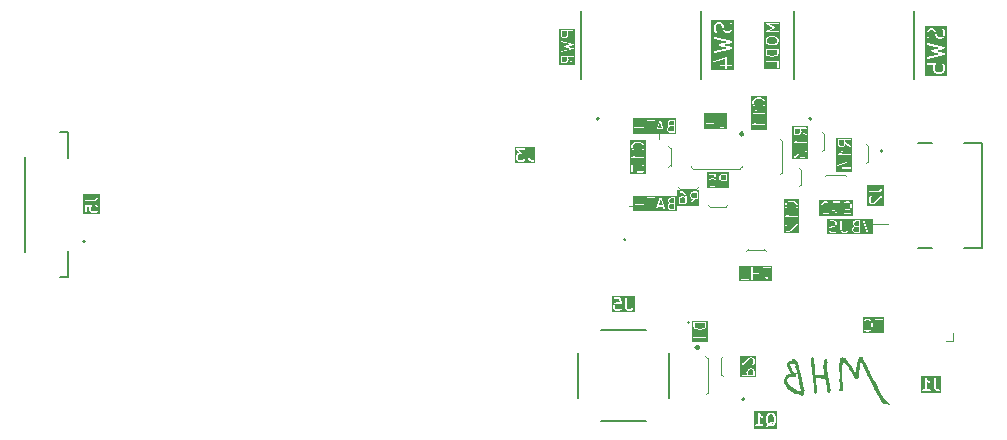
<source format=gbr>
%TF.GenerationSoftware,KiCad,Pcbnew,8.0.8*%
%TF.CreationDate,2025-02-13T14:20:33-05:00*%
%TF.ProjectId,GF24,47463234-2e6b-4696-9361-645f70636258,rev?*%
%TF.SameCoordinates,Original*%
%TF.FileFunction,Legend,Bot*%
%TF.FilePolarity,Positive*%
%FSLAX46Y46*%
G04 Gerber Fmt 4.6, Leading zero omitted, Abs format (unit mm)*
G04 Created by KiCad (PCBNEW 8.0.8) date 2025-02-13 14:20:33*
%MOMM*%
%LPD*%
G01*
G04 APERTURE LIST*
%ADD10C,0.100000*%
%ADD11C,0.150000*%
%ADD12C,0.000000*%
%ADD13C,0.200000*%
%ADD14C,0.152400*%
%ADD15C,0.127000*%
%ADD16C,0.250000*%
%ADD17C,0.120000*%
G04 APERTURE END LIST*
D10*
X122400000Y-110150000D02*
X121950000Y-110150000D01*
X124500000Y-103950000D02*
X124500000Y-104450000D01*
X142600000Y-111650000D02*
X143850000Y-111650000D01*
G36*
X141438972Y-112322419D02*
G01*
X141119824Y-112322419D01*
X141042401Y-112283708D01*
X141006255Y-112247561D01*
X140967544Y-112170139D01*
X140967544Y-112050888D01*
X141006255Y-111973464D01*
X141039791Y-111939929D01*
X141163752Y-111898609D01*
X141438972Y-111898609D01*
X141438972Y-112322419D01*
G37*
G36*
X141438972Y-111798609D02*
G01*
X141167443Y-111798609D01*
X141090019Y-111759897D01*
X141053874Y-111723753D01*
X141015163Y-111646330D01*
X141015163Y-111574698D01*
X141053874Y-111497274D01*
X141090019Y-111461130D01*
X141167443Y-111422419D01*
X141438972Y-111422419D01*
X141438972Y-111798609D01*
G37*
G36*
X142649957Y-112533530D02*
G01*
X138756433Y-112533530D01*
X138756433Y-112086704D01*
X138867544Y-112086704D01*
X138867544Y-112181942D01*
X138868032Y-112184398D01*
X138867670Y-112185487D01*
X138869786Y-112193214D01*
X138871350Y-112201076D01*
X138872161Y-112201887D01*
X138872823Y-112204303D01*
X138920441Y-112299540D01*
X138925352Y-112305868D01*
X138929807Y-112312535D01*
X138977426Y-112360155D01*
X138984092Y-112364609D01*
X138990421Y-112369521D01*
X139085659Y-112417140D01*
X139088074Y-112417801D01*
X139088886Y-112418613D01*
X139096747Y-112420176D01*
X139104475Y-112422293D01*
X139105563Y-112421930D01*
X139108020Y-112422419D01*
X139346115Y-112422419D01*
X139353977Y-112420855D01*
X139361926Y-112419853D01*
X139504783Y-112372234D01*
X139521731Y-112362573D01*
X139538846Y-112328344D01*
X139526744Y-112292040D01*
X139492516Y-112274926D01*
X139473160Y-112277366D01*
X139338002Y-112322419D01*
X139119824Y-112322419D01*
X139042401Y-112283708D01*
X139006255Y-112247561D01*
X138967544Y-112170139D01*
X138967544Y-112098507D01*
X139006255Y-112021083D01*
X139042400Y-111984939D01*
X139125472Y-111943403D01*
X139310623Y-111897116D01*
X139315575Y-111894776D01*
X139320857Y-111893330D01*
X139416094Y-111845712D01*
X139422427Y-111840796D01*
X139429089Y-111836345D01*
X139476708Y-111788727D01*
X139481162Y-111782060D01*
X139486074Y-111775732D01*
X139533693Y-111680494D01*
X139534354Y-111678078D01*
X139535166Y-111677267D01*
X139536729Y-111669405D01*
X139538846Y-111661678D01*
X139538483Y-111660589D01*
X139538972Y-111658133D01*
X139538972Y-111562895D01*
X139538483Y-111560438D01*
X139538846Y-111559350D01*
X139536729Y-111551622D01*
X139535166Y-111543761D01*
X139534354Y-111542949D01*
X139533693Y-111540534D01*
X139486074Y-111445296D01*
X139481162Y-111438967D01*
X139476708Y-111432301D01*
X139429089Y-111384683D01*
X139422427Y-111380231D01*
X139416094Y-111375316D01*
X139410300Y-111372419D01*
X139867544Y-111372419D01*
X139867544Y-112181942D01*
X139868032Y-112184398D01*
X139867670Y-112185487D01*
X139869786Y-112193214D01*
X139871350Y-112201076D01*
X139872161Y-112201887D01*
X139872823Y-112204303D01*
X139920441Y-112299540D01*
X139925352Y-112305868D01*
X139929807Y-112312535D01*
X139977426Y-112360155D01*
X139984092Y-112364609D01*
X139990421Y-112369521D01*
X140085659Y-112417140D01*
X140088074Y-112417801D01*
X140088886Y-112418613D01*
X140096747Y-112420176D01*
X140104475Y-112422293D01*
X140105563Y-112421930D01*
X140108020Y-112422419D01*
X140298496Y-112422419D01*
X140300952Y-112421930D01*
X140302041Y-112422293D01*
X140309768Y-112420176D01*
X140317630Y-112418613D01*
X140318441Y-112417801D01*
X140320857Y-112417140D01*
X140416094Y-112369522D01*
X140422421Y-112364611D01*
X140429090Y-112360155D01*
X140476709Y-112312535D01*
X140481162Y-112305869D01*
X140486074Y-112299541D01*
X140533693Y-112204303D01*
X140534354Y-112201887D01*
X140535166Y-112201076D01*
X140536729Y-112193214D01*
X140538846Y-112185487D01*
X140538483Y-112184398D01*
X140538972Y-112181942D01*
X140538972Y-112039085D01*
X140867544Y-112039085D01*
X140867544Y-112181942D01*
X140868032Y-112184398D01*
X140867670Y-112185487D01*
X140869786Y-112193214D01*
X140871350Y-112201076D01*
X140872161Y-112201887D01*
X140872823Y-112204303D01*
X140920441Y-112299540D01*
X140925352Y-112305868D01*
X140929807Y-112312535D01*
X140977426Y-112360155D01*
X140984092Y-112364609D01*
X140990421Y-112369521D01*
X141085659Y-112417140D01*
X141088074Y-112417801D01*
X141088886Y-112418613D01*
X141096747Y-112420176D01*
X141104475Y-112422293D01*
X141105563Y-112421930D01*
X141108020Y-112422419D01*
X141488972Y-112422419D01*
X141508106Y-112418613D01*
X141535166Y-112391553D01*
X141538972Y-112372419D01*
X141538972Y-111372419D01*
X141538267Y-111368875D01*
X141772432Y-111368875D01*
X141774872Y-111388230D01*
X142108205Y-112388230D01*
X142117866Y-112405178D01*
X142121207Y-112406848D01*
X142122879Y-112410192D01*
X142137921Y-112415205D01*
X142152095Y-112422293D01*
X142155638Y-112421111D01*
X142159183Y-112422293D01*
X142173362Y-112415203D01*
X142188399Y-112410191D01*
X142190069Y-112406850D01*
X142193412Y-112405179D01*
X142203073Y-112388230D01*
X142536406Y-111388231D01*
X142538846Y-111368875D01*
X142521732Y-111334647D01*
X142485428Y-111322545D01*
X142451199Y-111339660D01*
X142441538Y-111356608D01*
X142155639Y-112214305D01*
X141869740Y-111356608D01*
X141860079Y-111339659D01*
X141825850Y-111322545D01*
X141789546Y-111334646D01*
X141772432Y-111368875D01*
X141538267Y-111368875D01*
X141535166Y-111353285D01*
X141508106Y-111326225D01*
X141488972Y-111322419D01*
X141155639Y-111322419D01*
X141153182Y-111322907D01*
X141152094Y-111322545D01*
X141144366Y-111324661D01*
X141136505Y-111326225D01*
X141135693Y-111327036D01*
X141133278Y-111327698D01*
X141038040Y-111375317D01*
X141031711Y-111380228D01*
X141025045Y-111384683D01*
X140977427Y-111432302D01*
X140972975Y-111438963D01*
X140968060Y-111445297D01*
X140920442Y-111540534D01*
X140919780Y-111542949D01*
X140918969Y-111543761D01*
X140917405Y-111551622D01*
X140915289Y-111559350D01*
X140915651Y-111560438D01*
X140915163Y-111562895D01*
X140915163Y-111658133D01*
X140915651Y-111660589D01*
X140915289Y-111661678D01*
X140917405Y-111669405D01*
X140918969Y-111677267D01*
X140919780Y-111678078D01*
X140920442Y-111680494D01*
X140968060Y-111775731D01*
X140972975Y-111782064D01*
X140977427Y-111788726D01*
X141025045Y-111836345D01*
X141028131Y-111838407D01*
X140996971Y-111848794D01*
X140994796Y-111850034D01*
X140993647Y-111850034D01*
X140986980Y-111854488D01*
X140980022Y-111858455D01*
X140979508Y-111859481D01*
X140977426Y-111860873D01*
X140929808Y-111908492D01*
X140925356Y-111915153D01*
X140920441Y-111921487D01*
X140872823Y-112016724D01*
X140872161Y-112019139D01*
X140871350Y-112019951D01*
X140869786Y-112027812D01*
X140867670Y-112035540D01*
X140868032Y-112036628D01*
X140867544Y-112039085D01*
X140538972Y-112039085D01*
X140538972Y-111372419D01*
X140535166Y-111353285D01*
X140508106Y-111326225D01*
X140469838Y-111326225D01*
X140442778Y-111353285D01*
X140438972Y-111372419D01*
X140438972Y-112170138D01*
X140400260Y-112247561D01*
X140364114Y-112283708D01*
X140286693Y-112322419D01*
X140119824Y-112322419D01*
X140042401Y-112283708D01*
X140006255Y-112247561D01*
X139967544Y-112170139D01*
X139967544Y-111372419D01*
X139963738Y-111353285D01*
X139936678Y-111326225D01*
X139898410Y-111326225D01*
X139871350Y-111353285D01*
X139867544Y-111372419D01*
X139410300Y-111372419D01*
X139320857Y-111327698D01*
X139318441Y-111327036D01*
X139317630Y-111326225D01*
X139309768Y-111324661D01*
X139302041Y-111322545D01*
X139300952Y-111322907D01*
X139298496Y-111322419D01*
X139060401Y-111322419D01*
X139052539Y-111323982D01*
X139044589Y-111324985D01*
X138901733Y-111372604D01*
X138884784Y-111382265D01*
X138867670Y-111416494D01*
X138879771Y-111452798D01*
X138914000Y-111469912D01*
X138933355Y-111467472D01*
X139068514Y-111422419D01*
X139286693Y-111422419D01*
X139364116Y-111461130D01*
X139400260Y-111497275D01*
X139438972Y-111574698D01*
X139438972Y-111646329D01*
X139400260Y-111723752D01*
X139364116Y-111759897D01*
X139281045Y-111801433D01*
X139095893Y-111847721D01*
X139090940Y-111850060D01*
X139085659Y-111851507D01*
X138990421Y-111899126D01*
X138984092Y-111904037D01*
X138977426Y-111908492D01*
X138929808Y-111956111D01*
X138925356Y-111962772D01*
X138920441Y-111969106D01*
X138872823Y-112064343D01*
X138872161Y-112066758D01*
X138871350Y-112067570D01*
X138869786Y-112075431D01*
X138867670Y-112083159D01*
X138868032Y-112084247D01*
X138867544Y-112086704D01*
X138756433Y-112086704D01*
X138756433Y-111211308D01*
X142649957Y-111211308D01*
X142649957Y-112533530D01*
G37*
G36*
X116696228Y-97815889D02*
G01*
X116657516Y-97893312D01*
X116621372Y-97929457D01*
X116543949Y-97968169D01*
X116424699Y-97968169D01*
X116347275Y-97929457D01*
X116311130Y-97893313D01*
X116272419Y-97815890D01*
X116272419Y-97496741D01*
X116696228Y-97496741D01*
X116696228Y-97815889D01*
G37*
G36*
X116696228Y-95673032D02*
G01*
X116657516Y-95750455D01*
X116621372Y-95786600D01*
X116543949Y-95825312D01*
X116424699Y-95825312D01*
X116347275Y-95786600D01*
X116311130Y-95750456D01*
X116272419Y-95673033D01*
X116272419Y-95353884D01*
X116696228Y-95353884D01*
X116696228Y-95673032D01*
G37*
G36*
X117383095Y-98179280D02*
G01*
X116061308Y-98179280D01*
X116061308Y-97446741D01*
X116172419Y-97446741D01*
X116172419Y-97827693D01*
X116172907Y-97830149D01*
X116172545Y-97831238D01*
X116174661Y-97838965D01*
X116176225Y-97846827D01*
X116177036Y-97847638D01*
X116177698Y-97850054D01*
X116225316Y-97945291D01*
X116230231Y-97951624D01*
X116234683Y-97958286D01*
X116282301Y-98005905D01*
X116288967Y-98010359D01*
X116295296Y-98015271D01*
X116390534Y-98062890D01*
X116392949Y-98063551D01*
X116393761Y-98064363D01*
X116401622Y-98065926D01*
X116409350Y-98068043D01*
X116410438Y-98067680D01*
X116412895Y-98068169D01*
X116555752Y-98068169D01*
X116558208Y-98067680D01*
X116559297Y-98068043D01*
X116567024Y-98065926D01*
X116574886Y-98064363D01*
X116575697Y-98063551D01*
X116578113Y-98062890D01*
X116673350Y-98015272D01*
X116679683Y-98010356D01*
X116686345Y-98005905D01*
X116733964Y-97958287D01*
X116738418Y-97951620D01*
X116743330Y-97945292D01*
X116790949Y-97850054D01*
X116791610Y-97847638D01*
X116792422Y-97846827D01*
X116793985Y-97838965D01*
X116796102Y-97831238D01*
X116795739Y-97830149D01*
X116796228Y-97827693D01*
X116796228Y-97780868D01*
X117193746Y-98059131D01*
X117211604Y-98066985D01*
X117249290Y-98060335D01*
X117271235Y-98028984D01*
X117264585Y-97991298D01*
X117251092Y-97977207D01*
X116796228Y-97658802D01*
X116796228Y-97496741D01*
X117222419Y-97496741D01*
X117241553Y-97492935D01*
X117268613Y-97465875D01*
X117268613Y-97427607D01*
X117241553Y-97400547D01*
X117222419Y-97396741D01*
X116222419Y-97396741D01*
X116203285Y-97400547D01*
X116176225Y-97427607D01*
X116172419Y-97446741D01*
X116061308Y-97446741D01*
X116061308Y-96216560D01*
X116173049Y-96216560D01*
X116193106Y-96249152D01*
X116210838Y-96257286D01*
X117018075Y-96449485D01*
X116495250Y-96588905D01*
X116477743Y-96597513D01*
X116474327Y-96603411D01*
X116468429Y-96606827D01*
X116465080Y-96619385D01*
X116458569Y-96630632D01*
X116460325Y-96637217D01*
X116458569Y-96643802D01*
X116465080Y-96655048D01*
X116468429Y-96667607D01*
X116474327Y-96671022D01*
X116477743Y-96676921D01*
X116495250Y-96685529D01*
X117018075Y-96824948D01*
X116210838Y-97017149D01*
X116193106Y-97025283D01*
X116173049Y-97057875D01*
X116181913Y-97095102D01*
X116214505Y-97115159D01*
X116234000Y-97114429D01*
X117234000Y-96876333D01*
X117251732Y-96868199D01*
X117255651Y-96861829D01*
X117262123Y-96858083D01*
X117265308Y-96846136D01*
X117271789Y-96835607D01*
X117270057Y-96828333D01*
X117271984Y-96821108D01*
X117265788Y-96810406D01*
X117262925Y-96798380D01*
X117256557Y-96794461D01*
X117252810Y-96787989D01*
X117235302Y-96779381D01*
X116702186Y-96637217D01*
X117235302Y-96495053D01*
X117252810Y-96486445D01*
X117256557Y-96479972D01*
X117262925Y-96476054D01*
X117265788Y-96464027D01*
X117271984Y-96453326D01*
X117270057Y-96446100D01*
X117271789Y-96438827D01*
X117265308Y-96428297D01*
X117262123Y-96416351D01*
X117255651Y-96412604D01*
X117251732Y-96406235D01*
X117234000Y-96398101D01*
X116234000Y-96160006D01*
X116214505Y-96159276D01*
X116181913Y-96179333D01*
X116173049Y-96216560D01*
X116061308Y-96216560D01*
X116061308Y-95303884D01*
X116172419Y-95303884D01*
X116172419Y-95684836D01*
X116172907Y-95687292D01*
X116172545Y-95688381D01*
X116174661Y-95696108D01*
X116176225Y-95703970D01*
X116177036Y-95704781D01*
X116177698Y-95707197D01*
X116225316Y-95802434D01*
X116230231Y-95808767D01*
X116234683Y-95815429D01*
X116282301Y-95863048D01*
X116288967Y-95867502D01*
X116295296Y-95872414D01*
X116390534Y-95920033D01*
X116392949Y-95920694D01*
X116393761Y-95921506D01*
X116401622Y-95923069D01*
X116409350Y-95925186D01*
X116410438Y-95924823D01*
X116412895Y-95925312D01*
X116555752Y-95925312D01*
X116558208Y-95924823D01*
X116559297Y-95925186D01*
X116567024Y-95923069D01*
X116574886Y-95921506D01*
X116575697Y-95920694D01*
X116578113Y-95920033D01*
X116673350Y-95872415D01*
X116679683Y-95867499D01*
X116686345Y-95863048D01*
X116733964Y-95815430D01*
X116738418Y-95808763D01*
X116743330Y-95802435D01*
X116790949Y-95707197D01*
X116791610Y-95704781D01*
X116792422Y-95703970D01*
X116793985Y-95696108D01*
X116796102Y-95688381D01*
X116795739Y-95687292D01*
X116796228Y-95684836D01*
X116796228Y-95353884D01*
X117222419Y-95353884D01*
X117241553Y-95350078D01*
X117268613Y-95323018D01*
X117268613Y-95284750D01*
X117241553Y-95257690D01*
X117222419Y-95253884D01*
X116222419Y-95253884D01*
X116203285Y-95257690D01*
X116176225Y-95284750D01*
X116172419Y-95303884D01*
X116061308Y-95303884D01*
X116061308Y-95142773D01*
X117383095Y-95142773D01*
X117383095Y-98179280D01*
G37*
G36*
X134522419Y-97124342D02*
G01*
X134481099Y-97248301D01*
X134399942Y-97329457D01*
X134316872Y-97370993D01*
X134137692Y-97415788D01*
X134007145Y-97415788D01*
X133827966Y-97370993D01*
X133744892Y-97329456D01*
X133663739Y-97248303D01*
X133622419Y-97124341D01*
X133622419Y-96944360D01*
X134522419Y-96944360D01*
X134522419Y-97124342D01*
G37*
G36*
X134403998Y-95891889D02*
G01*
X134483707Y-95971598D01*
X134522419Y-96049020D01*
X134522419Y-96215889D01*
X134483707Y-96293311D01*
X134403998Y-96373020D01*
X134232930Y-96415788D01*
X133911907Y-96415788D01*
X133740837Y-96373020D01*
X133661131Y-96293314D01*
X133622419Y-96215890D01*
X133622419Y-96049020D01*
X133661131Y-95971596D01*
X133740837Y-95891889D01*
X133911907Y-95849122D01*
X134232930Y-95849122D01*
X134403998Y-95891889D01*
G37*
G36*
X134733530Y-98527855D02*
G01*
X133411308Y-98527855D01*
X133411308Y-97894360D01*
X133522419Y-97894360D01*
X133522419Y-98370550D01*
X133526225Y-98389684D01*
X133553285Y-98416744D01*
X133591553Y-98416744D01*
X133618613Y-98389684D01*
X133622419Y-98370550D01*
X133622419Y-97944360D01*
X133998609Y-97944360D01*
X133998609Y-98227693D01*
X134002415Y-98246827D01*
X134029475Y-98273887D01*
X134067743Y-98273887D01*
X134094803Y-98246827D01*
X134098609Y-98227693D01*
X134098609Y-97944360D01*
X134522419Y-97944360D01*
X134522419Y-98370550D01*
X134526225Y-98389684D01*
X134553285Y-98416744D01*
X134591553Y-98416744D01*
X134618613Y-98389684D01*
X134622419Y-98370550D01*
X134622419Y-97894360D01*
X134618613Y-97875226D01*
X134591553Y-97848166D01*
X134572419Y-97844360D01*
X133572419Y-97844360D01*
X133553285Y-97848166D01*
X133526225Y-97875226D01*
X133522419Y-97894360D01*
X133411308Y-97894360D01*
X133411308Y-96894360D01*
X133522419Y-96894360D01*
X133522419Y-97132455D01*
X133523982Y-97140317D01*
X133524985Y-97148266D01*
X133572604Y-97291123D01*
X133573844Y-97293298D01*
X133573844Y-97294446D01*
X133578297Y-97301110D01*
X133582265Y-97308071D01*
X133583291Y-97308584D01*
X133584683Y-97310667D01*
X133679921Y-97405905D01*
X133686580Y-97410355D01*
X133692915Y-97415271D01*
X133788153Y-97462890D01*
X133793434Y-97464336D01*
X133798387Y-97466676D01*
X133988863Y-97514295D01*
X133994980Y-97514592D01*
X134000990Y-97515788D01*
X134143847Y-97515788D01*
X134149856Y-97514592D01*
X134155974Y-97514295D01*
X134346450Y-97466676D01*
X134351402Y-97464336D01*
X134356684Y-97462890D01*
X134451921Y-97415272D01*
X134458249Y-97410360D01*
X134464916Y-97405906D01*
X134560155Y-97310667D01*
X134561545Y-97308585D01*
X134562573Y-97308072D01*
X134566543Y-97301106D01*
X134570994Y-97294446D01*
X134570994Y-97293298D01*
X134572234Y-97291123D01*
X134619853Y-97148267D01*
X134620855Y-97140316D01*
X134622419Y-97132455D01*
X134622419Y-96894360D01*
X134618613Y-96875226D01*
X134591553Y-96848166D01*
X134572419Y-96844360D01*
X133572419Y-96844360D01*
X133553285Y-96848166D01*
X133526225Y-96875226D01*
X133522419Y-96894360D01*
X133411308Y-96894360D01*
X133411308Y-96037217D01*
X133522419Y-96037217D01*
X133522419Y-96227693D01*
X133522907Y-96230149D01*
X133522545Y-96231238D01*
X133524661Y-96238965D01*
X133526225Y-96246827D01*
X133527036Y-96247638D01*
X133527698Y-96250054D01*
X133575316Y-96345291D01*
X133580231Y-96351624D01*
X133584683Y-96358286D01*
X133679921Y-96453524D01*
X133684423Y-96456532D01*
X133685510Y-96458343D01*
X133691048Y-96460959D01*
X133696142Y-96464363D01*
X133698253Y-96464363D01*
X133703149Y-96466676D01*
X133893625Y-96514295D01*
X133899742Y-96514592D01*
X133905752Y-96515788D01*
X134239085Y-96515788D01*
X134245094Y-96514592D01*
X134251212Y-96514295D01*
X134441688Y-96466676D01*
X134446584Y-96464363D01*
X134448695Y-96464363D01*
X134453790Y-96460958D01*
X134459327Y-96458343D01*
X134460412Y-96456534D01*
X134464916Y-96453525D01*
X134560155Y-96358286D01*
X134564605Y-96351626D01*
X134569521Y-96345292D01*
X134617140Y-96250054D01*
X134617801Y-96247638D01*
X134618613Y-96246827D01*
X134620176Y-96238965D01*
X134622293Y-96231238D01*
X134621930Y-96230149D01*
X134622419Y-96227693D01*
X134622419Y-96037217D01*
X134621930Y-96034760D01*
X134622293Y-96033672D01*
X134620176Y-96025944D01*
X134618613Y-96018083D01*
X134617801Y-96017271D01*
X134617140Y-96014856D01*
X134569521Y-95919618D01*
X134564605Y-95913283D01*
X134560155Y-95906624D01*
X134464916Y-95811385D01*
X134460412Y-95808375D01*
X134459327Y-95806567D01*
X134453790Y-95803951D01*
X134448695Y-95800547D01*
X134446584Y-95800547D01*
X134441688Y-95798234D01*
X134251212Y-95750615D01*
X134245094Y-95750317D01*
X134239085Y-95749122D01*
X133905752Y-95749122D01*
X133899742Y-95750317D01*
X133893625Y-95750615D01*
X133703149Y-95798234D01*
X133698253Y-95800547D01*
X133696142Y-95800547D01*
X133691048Y-95803950D01*
X133685510Y-95806567D01*
X133684423Y-95808377D01*
X133679921Y-95811386D01*
X133584683Y-95906624D01*
X133580231Y-95913285D01*
X133575316Y-95919619D01*
X133527698Y-96014856D01*
X133527036Y-96017271D01*
X133526225Y-96018083D01*
X133524661Y-96025944D01*
X133522545Y-96033672D01*
X133522907Y-96034760D01*
X133522419Y-96037217D01*
X133411308Y-96037217D01*
X133411308Y-94701688D01*
X133522467Y-94701688D01*
X133526225Y-94712022D01*
X133526225Y-94723018D01*
X133532507Y-94729300D01*
X133535545Y-94737653D01*
X133551275Y-94749193D01*
X134168469Y-95037217D01*
X133551275Y-95325241D01*
X133535545Y-95336781D01*
X133532507Y-95345133D01*
X133526225Y-95351416D01*
X133526225Y-95362411D01*
X133522467Y-95372746D01*
X133526225Y-95380798D01*
X133526225Y-95389684D01*
X133533999Y-95397458D01*
X133538650Y-95407424D01*
X133547002Y-95410461D01*
X133553285Y-95416744D01*
X133572419Y-95420550D01*
X134572419Y-95420550D01*
X134591553Y-95416744D01*
X134618613Y-95389684D01*
X134618613Y-95351416D01*
X134591553Y-95324356D01*
X134572419Y-95320550D01*
X133797797Y-95320550D01*
X134307849Y-95082526D01*
X134318238Y-95074903D01*
X134320473Y-95074091D01*
X134321059Y-95072833D01*
X134323578Y-95070986D01*
X134329422Y-95054913D01*
X134336656Y-95039413D01*
X134335857Y-95037217D01*
X134336656Y-95035021D01*
X134329422Y-95019520D01*
X134323578Y-95003448D01*
X134321059Y-95001600D01*
X134320473Y-95000343D01*
X134318238Y-94999530D01*
X134307849Y-94991908D01*
X133797797Y-94753884D01*
X134572419Y-94753884D01*
X134591553Y-94750078D01*
X134618613Y-94723018D01*
X134618613Y-94684750D01*
X134591553Y-94657690D01*
X134572419Y-94653884D01*
X133572419Y-94653884D01*
X133553285Y-94657690D01*
X133547002Y-94663972D01*
X133538650Y-94667010D01*
X133533999Y-94676975D01*
X133526225Y-94684750D01*
X133526225Y-94693635D01*
X133522467Y-94701688D01*
X133411308Y-94701688D01*
X133411308Y-94542773D01*
X134733530Y-94542773D01*
X134733530Y-98527855D01*
G37*
G36*
X125796115Y-110372419D02*
G01*
X125476967Y-110372419D01*
X125399544Y-110333708D01*
X125363398Y-110297561D01*
X125324687Y-110220139D01*
X125324687Y-110100888D01*
X125363398Y-110023464D01*
X125396934Y-109989929D01*
X125520895Y-109948609D01*
X125796115Y-109948609D01*
X125796115Y-110372419D01*
G37*
G36*
X125796115Y-109848609D02*
G01*
X125524586Y-109848609D01*
X125447162Y-109809897D01*
X125411017Y-109773753D01*
X125372306Y-109696330D01*
X125372306Y-109624698D01*
X125411017Y-109547274D01*
X125447162Y-109511130D01*
X125524586Y-109472419D01*
X125796115Y-109472419D01*
X125796115Y-109848609D01*
G37*
G36*
X124824363Y-110086704D02*
G01*
X124486915Y-110086704D01*
X124655639Y-109580532D01*
X124824363Y-110086704D01*
G37*
G36*
X126007226Y-110583530D02*
G01*
X122307858Y-110583530D01*
X122307858Y-110022332D01*
X122418969Y-110022332D01*
X122418969Y-110060600D01*
X122446029Y-110087660D01*
X122465163Y-110091466D01*
X122796115Y-110091466D01*
X122796115Y-110422419D01*
X122799921Y-110441553D01*
X122826981Y-110468613D01*
X122865249Y-110468613D01*
X122892309Y-110441553D01*
X122896115Y-110422419D01*
X122896115Y-110091466D01*
X123227067Y-110091466D01*
X123246201Y-110087660D01*
X123273261Y-110060600D01*
X123273261Y-110022332D01*
X123246201Y-109995272D01*
X123227067Y-109991466D01*
X122896115Y-109991466D01*
X122896115Y-109660514D01*
X122892309Y-109641380D01*
X122865249Y-109614320D01*
X122826981Y-109614320D01*
X122799921Y-109641380D01*
X122796115Y-109660514D01*
X122796115Y-109991466D01*
X122465163Y-109991466D01*
X122446029Y-109995272D01*
X122418969Y-110022332D01*
X122307858Y-110022332D01*
X122307858Y-109403285D01*
X123514207Y-109403285D01*
X123514207Y-109441553D01*
X123541267Y-109468613D01*
X123560401Y-109472419D01*
X123796115Y-109472419D01*
X123796115Y-110422419D01*
X123799921Y-110441553D01*
X123826981Y-110468613D01*
X123865249Y-110468613D01*
X123892309Y-110441553D01*
X123895410Y-110425963D01*
X124272432Y-110425963D01*
X124289546Y-110460192D01*
X124325850Y-110472293D01*
X124360079Y-110455179D01*
X124369740Y-110438230D01*
X124453582Y-110186704D01*
X124857696Y-110186704D01*
X124941538Y-110438230D01*
X124951199Y-110455178D01*
X124985428Y-110472293D01*
X125021732Y-110460191D01*
X125038846Y-110425963D01*
X125036406Y-110406607D01*
X124930565Y-110089085D01*
X125224687Y-110089085D01*
X125224687Y-110231942D01*
X125225175Y-110234398D01*
X125224813Y-110235487D01*
X125226929Y-110243214D01*
X125228493Y-110251076D01*
X125229304Y-110251887D01*
X125229966Y-110254303D01*
X125277584Y-110349540D01*
X125282495Y-110355868D01*
X125286950Y-110362535D01*
X125334569Y-110410155D01*
X125341235Y-110414609D01*
X125347564Y-110419521D01*
X125442802Y-110467140D01*
X125445217Y-110467801D01*
X125446029Y-110468613D01*
X125453890Y-110470176D01*
X125461618Y-110472293D01*
X125462706Y-110471930D01*
X125465163Y-110472419D01*
X125846115Y-110472419D01*
X125865249Y-110468613D01*
X125892309Y-110441553D01*
X125896115Y-110422419D01*
X125896115Y-109422419D01*
X125892309Y-109403285D01*
X125865249Y-109376225D01*
X125846115Y-109372419D01*
X125512782Y-109372419D01*
X125510325Y-109372907D01*
X125509237Y-109372545D01*
X125501509Y-109374661D01*
X125493648Y-109376225D01*
X125492836Y-109377036D01*
X125490421Y-109377698D01*
X125395183Y-109425317D01*
X125388854Y-109430228D01*
X125382188Y-109434683D01*
X125334570Y-109482302D01*
X125330118Y-109488963D01*
X125325203Y-109495297D01*
X125277585Y-109590534D01*
X125276923Y-109592949D01*
X125276112Y-109593761D01*
X125274548Y-109601622D01*
X125272432Y-109609350D01*
X125272794Y-109610438D01*
X125272306Y-109612895D01*
X125272306Y-109708133D01*
X125272794Y-109710589D01*
X125272432Y-109711678D01*
X125274548Y-109719405D01*
X125276112Y-109727267D01*
X125276923Y-109728078D01*
X125277585Y-109730494D01*
X125325203Y-109825731D01*
X125330118Y-109832064D01*
X125334570Y-109838726D01*
X125382188Y-109886345D01*
X125385274Y-109888407D01*
X125354114Y-109898794D01*
X125351939Y-109900034D01*
X125350790Y-109900034D01*
X125344123Y-109904488D01*
X125337165Y-109908455D01*
X125336651Y-109909481D01*
X125334569Y-109910873D01*
X125286951Y-109958492D01*
X125282499Y-109965153D01*
X125277584Y-109971487D01*
X125229966Y-110066724D01*
X125229304Y-110069139D01*
X125228493Y-110069951D01*
X125226929Y-110077812D01*
X125224813Y-110085540D01*
X125225175Y-110086628D01*
X125224687Y-110089085D01*
X124930565Y-110089085D01*
X124703073Y-109406608D01*
X124693412Y-109389659D01*
X124690069Y-109387987D01*
X124688399Y-109384647D01*
X124673362Y-109379634D01*
X124659183Y-109372545D01*
X124655638Y-109373726D01*
X124652095Y-109372545D01*
X124637921Y-109379632D01*
X124622879Y-109384646D01*
X124621207Y-109387989D01*
X124617866Y-109389660D01*
X124608205Y-109406608D01*
X124274872Y-110406608D01*
X124272432Y-110425963D01*
X123895410Y-110425963D01*
X123896115Y-110422419D01*
X123896115Y-109472419D01*
X124131829Y-109472419D01*
X124150963Y-109468613D01*
X124178023Y-109441553D01*
X124178023Y-109403285D01*
X124150963Y-109376225D01*
X124131829Y-109372419D01*
X123560401Y-109372419D01*
X123541267Y-109376225D01*
X123514207Y-109403285D01*
X122307858Y-109403285D01*
X122307858Y-109261308D01*
X126007226Y-109261308D01*
X126007226Y-110583530D01*
G37*
G36*
X143546277Y-120883530D02*
G01*
X141755477Y-120883530D01*
X141755477Y-119798523D01*
X141866588Y-119798523D01*
X141866588Y-119836791D01*
X141893648Y-119863851D01*
X141931916Y-119863851D01*
X141948137Y-119853012D01*
X141987410Y-119813739D01*
X142111371Y-119772419D01*
X142190383Y-119772419D01*
X142314344Y-119813739D01*
X142395497Y-119894892D01*
X142437034Y-119977966D01*
X142481829Y-120157145D01*
X142481829Y-120287692D01*
X142437034Y-120466870D01*
X142395497Y-120549944D01*
X142314343Y-120631098D01*
X142190383Y-120672419D01*
X142111371Y-120672419D01*
X141987411Y-120631099D01*
X141948138Y-120591825D01*
X141931917Y-120580986D01*
X141893648Y-120580986D01*
X141866588Y-120608045D01*
X141866588Y-120646314D01*
X141877426Y-120662535D01*
X141925045Y-120710155D01*
X141927127Y-120711546D01*
X141927641Y-120712573D01*
X141934599Y-120716539D01*
X141941266Y-120720994D01*
X141942415Y-120720994D01*
X141944590Y-120722234D01*
X142087446Y-120769853D01*
X142095396Y-120770855D01*
X142103258Y-120772419D01*
X142198496Y-120772419D01*
X142206358Y-120770855D01*
X142214307Y-120769853D01*
X142357164Y-120722234D01*
X142359339Y-120720994D01*
X142360488Y-120720994D01*
X142367158Y-120716536D01*
X142374112Y-120712573D01*
X142374624Y-120711547D01*
X142376709Y-120710155D01*
X142471947Y-120614916D01*
X142476400Y-120608250D01*
X142481312Y-120601922D01*
X142528931Y-120506684D01*
X142530377Y-120501402D01*
X142532717Y-120496450D01*
X142580336Y-120305974D01*
X142580633Y-120299856D01*
X142581829Y-120293847D01*
X142581829Y-120150990D01*
X142580633Y-120144980D01*
X142580336Y-120138863D01*
X142532717Y-119948387D01*
X142530377Y-119943434D01*
X142528931Y-119938153D01*
X142481312Y-119842915D01*
X142476396Y-119836580D01*
X142471946Y-119829921D01*
X142376708Y-119734683D01*
X142374625Y-119733291D01*
X142374112Y-119732265D01*
X142367151Y-119728297D01*
X142360487Y-119723844D01*
X142359339Y-119723844D01*
X142357164Y-119722604D01*
X142299207Y-119703285D01*
X142771350Y-119703285D01*
X142771350Y-119741553D01*
X142798410Y-119768613D01*
X142817544Y-119772419D01*
X143053258Y-119772419D01*
X143053258Y-120722419D01*
X143057064Y-120741553D01*
X143084124Y-120768613D01*
X143122392Y-120768613D01*
X143149452Y-120741553D01*
X143153258Y-120722419D01*
X143153258Y-119772419D01*
X143388972Y-119772419D01*
X143408106Y-119768613D01*
X143435166Y-119741553D01*
X143435166Y-119703285D01*
X143408106Y-119676225D01*
X143388972Y-119672419D01*
X142817544Y-119672419D01*
X142798410Y-119676225D01*
X142771350Y-119703285D01*
X142299207Y-119703285D01*
X142214307Y-119674985D01*
X142206358Y-119673982D01*
X142198496Y-119672419D01*
X142103258Y-119672419D01*
X142095396Y-119673982D01*
X142087446Y-119674985D01*
X141944590Y-119722604D01*
X141942415Y-119723844D01*
X141941266Y-119723844D01*
X141934599Y-119728298D01*
X141927641Y-119732265D01*
X141927127Y-119733291D01*
X141925045Y-119734683D01*
X141877427Y-119782302D01*
X141866588Y-119798523D01*
X141755477Y-119798523D01*
X141755477Y-119561308D01*
X143546277Y-119561308D01*
X143546277Y-120883530D01*
G37*
G36*
X125746115Y-103822419D02*
G01*
X125426967Y-103822419D01*
X125349544Y-103783708D01*
X125313398Y-103747561D01*
X125274687Y-103670139D01*
X125274687Y-103550888D01*
X125313398Y-103473464D01*
X125346934Y-103439929D01*
X125470895Y-103398609D01*
X125746115Y-103398609D01*
X125746115Y-103822419D01*
G37*
G36*
X125746115Y-103298609D02*
G01*
X125474586Y-103298609D01*
X125397162Y-103259897D01*
X125361017Y-103223753D01*
X125322306Y-103146330D01*
X125322306Y-103074698D01*
X125361017Y-102997274D01*
X125397162Y-102961130D01*
X125474586Y-102922419D01*
X125746115Y-102922419D01*
X125746115Y-103298609D01*
G37*
G36*
X124774363Y-103536704D02*
G01*
X124436915Y-103536704D01*
X124605639Y-103030532D01*
X124774363Y-103536704D01*
G37*
G36*
X125957226Y-104033530D02*
G01*
X122257858Y-104033530D01*
X122257858Y-103472332D01*
X122368969Y-103472332D01*
X122368969Y-103510600D01*
X122396029Y-103537660D01*
X122415163Y-103541466D01*
X122746115Y-103541466D01*
X122746115Y-103872419D01*
X122749921Y-103891553D01*
X122776981Y-103918613D01*
X122815249Y-103918613D01*
X122842309Y-103891553D01*
X122846115Y-103872419D01*
X122846115Y-103541466D01*
X123177067Y-103541466D01*
X123196201Y-103537660D01*
X123223261Y-103510600D01*
X123223261Y-103472332D01*
X123196201Y-103445272D01*
X123177067Y-103441466D01*
X122846115Y-103441466D01*
X122846115Y-103110514D01*
X122842309Y-103091380D01*
X122815249Y-103064320D01*
X122776981Y-103064320D01*
X122749921Y-103091380D01*
X122746115Y-103110514D01*
X122746115Y-103441466D01*
X122415163Y-103441466D01*
X122396029Y-103445272D01*
X122368969Y-103472332D01*
X122257858Y-103472332D01*
X122257858Y-102853285D01*
X123464207Y-102853285D01*
X123464207Y-102891553D01*
X123491267Y-102918613D01*
X123510401Y-102922419D01*
X123746115Y-102922419D01*
X123746115Y-103872419D01*
X123749921Y-103891553D01*
X123776981Y-103918613D01*
X123815249Y-103918613D01*
X123842309Y-103891553D01*
X123845410Y-103875963D01*
X124222432Y-103875963D01*
X124239546Y-103910192D01*
X124275850Y-103922293D01*
X124310079Y-103905179D01*
X124319740Y-103888230D01*
X124403582Y-103636704D01*
X124807696Y-103636704D01*
X124891538Y-103888230D01*
X124901199Y-103905178D01*
X124935428Y-103922293D01*
X124971732Y-103910191D01*
X124988846Y-103875963D01*
X124986406Y-103856607D01*
X124880565Y-103539085D01*
X125174687Y-103539085D01*
X125174687Y-103681942D01*
X125175175Y-103684398D01*
X125174813Y-103685487D01*
X125176929Y-103693214D01*
X125178493Y-103701076D01*
X125179304Y-103701887D01*
X125179966Y-103704303D01*
X125227584Y-103799540D01*
X125232495Y-103805868D01*
X125236950Y-103812535D01*
X125284569Y-103860155D01*
X125291235Y-103864609D01*
X125297564Y-103869521D01*
X125392802Y-103917140D01*
X125395217Y-103917801D01*
X125396029Y-103918613D01*
X125403890Y-103920176D01*
X125411618Y-103922293D01*
X125412706Y-103921930D01*
X125415163Y-103922419D01*
X125796115Y-103922419D01*
X125815249Y-103918613D01*
X125842309Y-103891553D01*
X125846115Y-103872419D01*
X125846115Y-102872419D01*
X125842309Y-102853285D01*
X125815249Y-102826225D01*
X125796115Y-102822419D01*
X125462782Y-102822419D01*
X125460325Y-102822907D01*
X125459237Y-102822545D01*
X125451509Y-102824661D01*
X125443648Y-102826225D01*
X125442836Y-102827036D01*
X125440421Y-102827698D01*
X125345183Y-102875317D01*
X125338854Y-102880228D01*
X125332188Y-102884683D01*
X125284570Y-102932302D01*
X125280118Y-102938963D01*
X125275203Y-102945297D01*
X125227585Y-103040534D01*
X125226923Y-103042949D01*
X125226112Y-103043761D01*
X125224548Y-103051622D01*
X125222432Y-103059350D01*
X125222794Y-103060438D01*
X125222306Y-103062895D01*
X125222306Y-103158133D01*
X125222794Y-103160589D01*
X125222432Y-103161678D01*
X125224548Y-103169405D01*
X125226112Y-103177267D01*
X125226923Y-103178078D01*
X125227585Y-103180494D01*
X125275203Y-103275731D01*
X125280118Y-103282064D01*
X125284570Y-103288726D01*
X125332188Y-103336345D01*
X125335274Y-103338407D01*
X125304114Y-103348794D01*
X125301939Y-103350034D01*
X125300790Y-103350034D01*
X125294123Y-103354488D01*
X125287165Y-103358455D01*
X125286651Y-103359481D01*
X125284569Y-103360873D01*
X125236951Y-103408492D01*
X125232499Y-103415153D01*
X125227584Y-103421487D01*
X125179966Y-103516724D01*
X125179304Y-103519139D01*
X125178493Y-103519951D01*
X125176929Y-103527812D01*
X125174813Y-103535540D01*
X125175175Y-103536628D01*
X125174687Y-103539085D01*
X124880565Y-103539085D01*
X124653073Y-102856608D01*
X124643412Y-102839659D01*
X124640069Y-102837987D01*
X124638399Y-102834647D01*
X124623362Y-102829634D01*
X124609183Y-102822545D01*
X124605638Y-102823726D01*
X124602095Y-102822545D01*
X124587921Y-102829632D01*
X124572879Y-102834646D01*
X124571207Y-102837989D01*
X124567866Y-102839660D01*
X124558205Y-102856608D01*
X124224872Y-103856608D01*
X124222432Y-103875963D01*
X123845410Y-103875963D01*
X123846115Y-103872419D01*
X123846115Y-102922419D01*
X124081829Y-102922419D01*
X124100963Y-102918613D01*
X124128023Y-102891553D01*
X124128023Y-102853285D01*
X124100963Y-102826225D01*
X124081829Y-102822419D01*
X123510401Y-102822419D01*
X123491267Y-102826225D01*
X123464207Y-102853285D01*
X122257858Y-102853285D01*
X122257858Y-102711308D01*
X125957226Y-102711308D01*
X125957226Y-104033530D01*
G37*
G36*
X133618530Y-103669209D02*
G01*
X132296308Y-103669209D01*
X132296308Y-103235893D01*
X132408370Y-103235893D01*
X132411225Y-103240175D01*
X132411225Y-103245324D01*
X132421521Y-103255620D01*
X132429597Y-103267734D01*
X132434644Y-103268743D01*
X132438285Y-103272384D01*
X132457419Y-103276190D01*
X133407419Y-103276190D01*
X133407419Y-103511904D01*
X133411225Y-103531038D01*
X133438285Y-103558098D01*
X133476553Y-103558098D01*
X133503613Y-103531038D01*
X133507419Y-103511904D01*
X133507419Y-102940476D01*
X133503613Y-102921342D01*
X133476553Y-102894282D01*
X133438285Y-102894282D01*
X133411225Y-102921342D01*
X133407419Y-102940476D01*
X133407419Y-103176190D01*
X132622557Y-103176190D01*
X132628011Y-103172554D01*
X132631515Y-103169057D01*
X132635631Y-103166307D01*
X132730869Y-103071069D01*
X132735319Y-103064409D01*
X132740235Y-103058075D01*
X132787854Y-102962837D01*
X132793007Y-102944021D01*
X132780905Y-102907716D01*
X132746677Y-102890602D01*
X132710373Y-102902704D01*
X132698411Y-102918116D01*
X132654420Y-103006097D01*
X132568425Y-103092093D01*
X132429684Y-103184587D01*
X132415875Y-103198368D01*
X132414865Y-103203415D01*
X132411225Y-103207056D01*
X132411225Y-103221618D01*
X132408370Y-103235893D01*
X132296308Y-103235893D01*
X132296308Y-102283512D01*
X132408370Y-102283512D01*
X132411225Y-102287794D01*
X132411225Y-102292943D01*
X132421521Y-102303239D01*
X132429597Y-102315353D01*
X132434644Y-102316362D01*
X132438285Y-102320003D01*
X132457419Y-102323809D01*
X133407419Y-102323809D01*
X133407419Y-102559523D01*
X133411225Y-102578657D01*
X133438285Y-102605717D01*
X133476553Y-102605717D01*
X133503613Y-102578657D01*
X133507419Y-102559523D01*
X133507419Y-101988095D01*
X133503613Y-101968961D01*
X133476553Y-101941901D01*
X133438285Y-101941901D01*
X133411225Y-101968961D01*
X133407419Y-101988095D01*
X133407419Y-102223809D01*
X132622557Y-102223809D01*
X132628011Y-102220173D01*
X132631515Y-102216676D01*
X132635631Y-102213926D01*
X132730869Y-102118688D01*
X132735319Y-102112028D01*
X132740235Y-102105694D01*
X132787854Y-102010456D01*
X132793007Y-101991640D01*
X132780905Y-101955335D01*
X132746677Y-101938221D01*
X132710373Y-101950323D01*
X132698411Y-101965735D01*
X132654420Y-102053716D01*
X132568425Y-102139712D01*
X132429684Y-102232206D01*
X132415875Y-102245987D01*
X132414865Y-102251034D01*
X132411225Y-102254675D01*
X132411225Y-102269237D01*
X132408370Y-102283512D01*
X132296308Y-102283512D01*
X132296308Y-101321428D01*
X132407419Y-101321428D01*
X132407419Y-101416666D01*
X132408982Y-101424528D01*
X132409985Y-101432477D01*
X132457604Y-101575334D01*
X132458844Y-101577509D01*
X132458844Y-101578657D01*
X132463297Y-101585321D01*
X132467265Y-101592282D01*
X132468291Y-101592795D01*
X132469683Y-101594878D01*
X132517301Y-101642497D01*
X132533522Y-101653336D01*
X132571791Y-101653336D01*
X132598851Y-101626276D01*
X132598851Y-101588007D01*
X132588012Y-101571786D01*
X132548739Y-101532514D01*
X132507419Y-101408552D01*
X132507419Y-101329541D01*
X132548739Y-101205579D01*
X132629892Y-101124426D01*
X132712966Y-101082889D01*
X132892145Y-101038095D01*
X133022692Y-101038095D01*
X133201872Y-101082890D01*
X133284942Y-101124425D01*
X133366099Y-101205581D01*
X133407419Y-101329541D01*
X133407419Y-101408553D01*
X133366099Y-101532512D01*
X133326825Y-101571786D01*
X133315986Y-101588007D01*
X133315986Y-101626276D01*
X133343045Y-101653336D01*
X133381314Y-101653336D01*
X133397535Y-101642498D01*
X133445155Y-101594879D01*
X133446546Y-101592796D01*
X133447573Y-101592283D01*
X133451539Y-101585324D01*
X133455994Y-101578658D01*
X133455994Y-101577509D01*
X133457234Y-101575334D01*
X133504853Y-101432478D01*
X133505855Y-101424527D01*
X133507419Y-101416666D01*
X133507419Y-101321428D01*
X133505855Y-101313566D01*
X133504853Y-101305616D01*
X133457234Y-101162760D01*
X133455994Y-101160584D01*
X133455994Y-101159437D01*
X133451543Y-101152776D01*
X133447573Y-101145811D01*
X133446545Y-101145297D01*
X133445155Y-101143216D01*
X133349916Y-101047977D01*
X133343249Y-101043522D01*
X133336921Y-101038611D01*
X133241684Y-100990993D01*
X133236402Y-100989546D01*
X133231450Y-100987207D01*
X133040974Y-100939588D01*
X133034856Y-100939290D01*
X133028847Y-100938095D01*
X132885990Y-100938095D01*
X132879980Y-100939290D01*
X132873863Y-100939588D01*
X132683387Y-100987207D01*
X132678434Y-100989546D01*
X132673153Y-100990993D01*
X132577915Y-101038612D01*
X132571580Y-101043527D01*
X132564921Y-101047978D01*
X132469683Y-101143216D01*
X132468291Y-101145298D01*
X132467265Y-101145812D01*
X132463297Y-101152772D01*
X132458844Y-101159437D01*
X132458844Y-101160584D01*
X132457604Y-101162760D01*
X132409985Y-101305617D01*
X132408982Y-101313565D01*
X132407419Y-101321428D01*
X132296308Y-101321428D01*
X132296308Y-100826984D01*
X133618530Y-100826984D01*
X133618530Y-103669209D01*
G37*
G36*
X136431228Y-103904862D02*
G01*
X136392516Y-103982285D01*
X136356372Y-104018430D01*
X136278949Y-104057142D01*
X136159699Y-104057142D01*
X136082275Y-104018430D01*
X136046130Y-103982286D01*
X136007419Y-103904863D01*
X136007419Y-103585714D01*
X136431228Y-103585714D01*
X136431228Y-103904862D01*
G37*
G36*
X137118530Y-106173015D02*
G01*
X135796308Y-106173015D01*
X135796308Y-105392857D01*
X135907419Y-105392857D01*
X135907419Y-106011904D01*
X135910193Y-106025850D01*
X135910055Y-106027923D01*
X135910767Y-106028737D01*
X135911225Y-106031038D01*
X135923665Y-106043478D01*
X135935254Y-106056723D01*
X135937028Y-106056841D01*
X135938285Y-106058098D01*
X135955884Y-106058098D01*
X135973438Y-106059268D01*
X135975470Y-106058098D01*
X135976553Y-106058098D01*
X135978023Y-106056627D01*
X135990344Y-106049533D01*
X136288371Y-105788759D01*
X136288371Y-105821428D01*
X136288859Y-105823884D01*
X136288497Y-105824973D01*
X136290613Y-105832700D01*
X136292177Y-105840562D01*
X136292988Y-105841373D01*
X136293650Y-105843789D01*
X136341268Y-105939026D01*
X136346183Y-105945359D01*
X136350635Y-105952021D01*
X136398253Y-105999640D01*
X136404919Y-106004094D01*
X136411248Y-106009006D01*
X136506486Y-106056625D01*
X136508901Y-106057286D01*
X136509713Y-106058098D01*
X136517574Y-106059661D01*
X136525302Y-106061778D01*
X136526390Y-106061415D01*
X136528847Y-106061904D01*
X136766942Y-106061904D01*
X136769398Y-106061415D01*
X136770487Y-106061778D01*
X136778214Y-106059661D01*
X136786076Y-106058098D01*
X136786887Y-106057286D01*
X136789303Y-106056625D01*
X136884540Y-106009007D01*
X136890868Y-106004095D01*
X136897535Y-105999641D01*
X136945155Y-105952022D01*
X136949609Y-105945355D01*
X136954521Y-105939027D01*
X137002140Y-105843789D01*
X137002801Y-105841373D01*
X137003613Y-105840562D01*
X137005176Y-105832700D01*
X137007293Y-105824973D01*
X137006930Y-105823884D01*
X137007419Y-105821428D01*
X137007419Y-105535714D01*
X137006930Y-105533257D01*
X137007293Y-105532169D01*
X137005176Y-105524441D01*
X137003613Y-105516580D01*
X137002801Y-105515768D01*
X137002140Y-105513353D01*
X136954521Y-105418115D01*
X136949609Y-105411786D01*
X136945155Y-105405120D01*
X136897535Y-105357501D01*
X136881314Y-105346663D01*
X136843045Y-105346663D01*
X136815986Y-105373723D01*
X136815986Y-105411992D01*
X136826825Y-105428213D01*
X136868708Y-105470095D01*
X136907419Y-105547517D01*
X136907419Y-105809624D01*
X136868708Y-105887046D01*
X136832561Y-105923192D01*
X136755139Y-105961904D01*
X136540651Y-105961904D01*
X136463227Y-105923192D01*
X136427082Y-105887048D01*
X136388371Y-105809625D01*
X136388371Y-105678571D01*
X136385596Y-105664624D01*
X136385735Y-105662552D01*
X136385022Y-105661737D01*
X136384565Y-105659437D01*
X136372124Y-105646996D01*
X136360536Y-105633752D01*
X136358761Y-105633633D01*
X136357505Y-105632377D01*
X136339906Y-105632377D01*
X136322352Y-105631207D01*
X136320320Y-105632377D01*
X136319237Y-105632377D01*
X136317766Y-105633847D01*
X136305446Y-105640942D01*
X136007419Y-105901715D01*
X136007419Y-105392857D01*
X136003613Y-105373723D01*
X135976553Y-105346663D01*
X135938285Y-105346663D01*
X135911225Y-105373723D01*
X135907419Y-105392857D01*
X135796308Y-105392857D01*
X135796308Y-104783512D01*
X135908370Y-104783512D01*
X135911225Y-104787794D01*
X135911225Y-104792943D01*
X135921521Y-104803239D01*
X135929597Y-104815353D01*
X135934644Y-104816362D01*
X135938285Y-104820003D01*
X135957419Y-104823809D01*
X136907419Y-104823809D01*
X136907419Y-105059523D01*
X136911225Y-105078657D01*
X136938285Y-105105717D01*
X136976553Y-105105717D01*
X137003613Y-105078657D01*
X137007419Y-105059523D01*
X137007419Y-104488095D01*
X137003613Y-104468961D01*
X136976553Y-104441901D01*
X136938285Y-104441901D01*
X136911225Y-104468961D01*
X136907419Y-104488095D01*
X136907419Y-104723809D01*
X136122557Y-104723809D01*
X136128011Y-104720173D01*
X136131515Y-104716676D01*
X136135631Y-104713926D01*
X136230869Y-104618688D01*
X136235319Y-104612028D01*
X136240235Y-104605694D01*
X136287854Y-104510456D01*
X136293007Y-104491640D01*
X136280905Y-104455335D01*
X136246677Y-104438221D01*
X136210373Y-104450323D01*
X136198411Y-104465735D01*
X136154420Y-104553716D01*
X136068425Y-104639712D01*
X135929684Y-104732206D01*
X135915875Y-104745987D01*
X135914865Y-104751034D01*
X135911225Y-104754675D01*
X135911225Y-104769237D01*
X135908370Y-104783512D01*
X135796308Y-104783512D01*
X135796308Y-103535714D01*
X135907419Y-103535714D01*
X135907419Y-103916666D01*
X135907907Y-103919122D01*
X135907545Y-103920211D01*
X135909661Y-103927938D01*
X135911225Y-103935800D01*
X135912036Y-103936611D01*
X135912698Y-103939027D01*
X135960316Y-104034264D01*
X135965231Y-104040597D01*
X135969683Y-104047259D01*
X136017301Y-104094878D01*
X136023967Y-104099332D01*
X136030296Y-104104244D01*
X136125534Y-104151863D01*
X136127949Y-104152524D01*
X136128761Y-104153336D01*
X136136622Y-104154899D01*
X136144350Y-104157016D01*
X136145438Y-104156653D01*
X136147895Y-104157142D01*
X136290752Y-104157142D01*
X136293208Y-104156653D01*
X136294297Y-104157016D01*
X136302024Y-104154899D01*
X136309886Y-104153336D01*
X136310697Y-104152524D01*
X136313113Y-104151863D01*
X136408350Y-104104245D01*
X136414683Y-104099329D01*
X136421345Y-104094878D01*
X136468964Y-104047260D01*
X136473418Y-104040593D01*
X136478330Y-104034265D01*
X136525949Y-103939027D01*
X136526610Y-103936611D01*
X136527422Y-103935800D01*
X136528985Y-103927938D01*
X136531102Y-103920211D01*
X136530739Y-103919122D01*
X136531228Y-103916666D01*
X136531228Y-103869841D01*
X136928746Y-104148104D01*
X136946604Y-104155958D01*
X136984290Y-104149308D01*
X137006235Y-104117957D01*
X136999585Y-104080271D01*
X136986092Y-104066180D01*
X136531228Y-103747775D01*
X136531228Y-103585714D01*
X136957419Y-103585714D01*
X136976553Y-103581908D01*
X137003613Y-103554848D01*
X137003613Y-103516580D01*
X136976553Y-103489520D01*
X136957419Y-103485714D01*
X135957419Y-103485714D01*
X135938285Y-103489520D01*
X135911225Y-103516580D01*
X135907419Y-103535714D01*
X135796308Y-103535714D01*
X135796308Y-103374603D01*
X137118530Y-103374603D01*
X137118530Y-106173015D01*
G37*
D11*
G36*
X143523429Y-110102777D02*
G01*
X142151207Y-110102777D01*
X142151207Y-109488095D01*
X142262318Y-109488095D01*
X142262318Y-109726190D01*
X142263759Y-109740822D01*
X142264790Y-109743311D01*
X142264981Y-109745999D01*
X142270236Y-109759731D01*
X142317855Y-109854969D01*
X142321819Y-109861268D01*
X142322577Y-109863096D01*
X142324265Y-109865152D01*
X142325687Y-109867412D01*
X142327185Y-109868711D01*
X142331904Y-109874461D01*
X142379523Y-109922080D01*
X142385272Y-109926798D01*
X142386572Y-109928297D01*
X142388831Y-109929718D01*
X142390888Y-109931407D01*
X142392715Y-109932164D01*
X142399015Y-109936129D01*
X142494253Y-109983748D01*
X142507984Y-109989003D01*
X142510673Y-109989194D01*
X142513162Y-109990225D01*
X142527794Y-109991666D01*
X142623032Y-109991666D01*
X142630437Y-109990936D01*
X142632412Y-109991077D01*
X142635009Y-109990486D01*
X142637664Y-109990225D01*
X142639495Y-109989466D01*
X142646749Y-109987817D01*
X142789606Y-109940198D01*
X142803031Y-109934204D01*
X142805066Y-109932438D01*
X142807557Y-109931407D01*
X142818922Y-109922080D01*
X143262318Y-109478684D01*
X143262318Y-109916666D01*
X143263759Y-109931298D01*
X143274958Y-109958334D01*
X143295650Y-109979026D01*
X143322686Y-109990225D01*
X143351950Y-109990225D01*
X143378986Y-109979026D01*
X143399678Y-109958334D01*
X143410877Y-109931298D01*
X143412318Y-109916666D01*
X143412318Y-109297619D01*
X143410877Y-109282987D01*
X143406193Y-109271679D01*
X143399679Y-109255951D01*
X143378986Y-109235259D01*
X143351950Y-109224060D01*
X143322686Y-109224060D01*
X143314767Y-109227339D01*
X143295650Y-109235258D01*
X143284285Y-109244586D01*
X142725375Y-109803494D01*
X142610862Y-109841666D01*
X142545499Y-109841666D01*
X142476983Y-109807408D01*
X142446576Y-109777001D01*
X142412318Y-109708485D01*
X142412318Y-109505800D01*
X142446576Y-109437284D01*
X142485589Y-109398271D01*
X142494916Y-109386906D01*
X142506115Y-109359870D01*
X142506115Y-109330607D01*
X142494916Y-109303571D01*
X142474223Y-109282878D01*
X142447187Y-109271679D01*
X142417924Y-109271679D01*
X142390888Y-109282878D01*
X142379523Y-109292205D01*
X142331904Y-109339824D01*
X142327185Y-109345573D01*
X142325687Y-109346873D01*
X142324265Y-109349132D01*
X142322577Y-109351189D01*
X142321819Y-109353016D01*
X142317855Y-109359316D01*
X142270236Y-109454554D01*
X142264981Y-109468286D01*
X142264790Y-109470973D01*
X142263759Y-109473463D01*
X142262318Y-109488095D01*
X142151207Y-109488095D01*
X142151207Y-108902034D01*
X142263759Y-108902034D01*
X142263759Y-108931298D01*
X142274958Y-108958334D01*
X142295650Y-108979026D01*
X142322686Y-108990225D01*
X142337318Y-108991666D01*
X143051603Y-108991666D01*
X143059008Y-108990936D01*
X143060983Y-108991077D01*
X143063580Y-108990486D01*
X143066235Y-108990225D01*
X143068066Y-108989466D01*
X143075320Y-108987817D01*
X143218177Y-108940198D01*
X143231602Y-108934204D01*
X143233636Y-108932439D01*
X143236127Y-108931408D01*
X143247493Y-108922080D01*
X143342732Y-108826842D01*
X143352060Y-108815477D01*
X143353091Y-108812986D01*
X143354856Y-108810952D01*
X143360850Y-108797526D01*
X143408469Y-108654670D01*
X143410118Y-108647414D01*
X143410877Y-108645584D01*
X143411138Y-108642930D01*
X143411729Y-108640333D01*
X143411588Y-108638358D01*
X143412318Y-108630952D01*
X143412318Y-108535714D01*
X143410877Y-108521082D01*
X143399678Y-108494046D01*
X143378986Y-108473354D01*
X143351950Y-108462155D01*
X143322686Y-108462155D01*
X143295650Y-108473354D01*
X143274958Y-108494046D01*
X143263759Y-108521082D01*
X143262318Y-108535714D01*
X143262318Y-108618782D01*
X143224147Y-108733294D01*
X143153946Y-108803494D01*
X143039433Y-108841666D01*
X142337318Y-108841666D01*
X142322686Y-108843107D01*
X142295650Y-108854306D01*
X142274958Y-108874998D01*
X142263759Y-108902034D01*
X142151207Y-108902034D01*
X142151207Y-108351044D01*
X143523429Y-108351044D01*
X143523429Y-110102777D01*
G37*
G36*
X122448015Y-119140930D02*
G01*
X120504365Y-119140930D01*
X120504365Y-118526247D01*
X120615476Y-118526247D01*
X120615476Y-118764342D01*
X120616917Y-118778974D01*
X120617948Y-118781463D01*
X120618139Y-118784151D01*
X120623394Y-118797883D01*
X120671013Y-118893121D01*
X120674976Y-118899417D01*
X120675734Y-118901247D01*
X120677423Y-118903305D01*
X120678845Y-118905564D01*
X120680343Y-118906863D01*
X120685061Y-118912612D01*
X120732680Y-118960232D01*
X120738429Y-118964950D01*
X120739730Y-118966450D01*
X120741989Y-118967872D01*
X120744046Y-118969560D01*
X120745873Y-118970317D01*
X120752173Y-118974282D01*
X120847411Y-119021901D01*
X120861142Y-119027156D01*
X120863831Y-119027347D01*
X120866320Y-119028378D01*
X120880952Y-119029819D01*
X121119047Y-119029819D01*
X121133679Y-119028378D01*
X121136168Y-119027346D01*
X121138856Y-119027156D01*
X121152588Y-119021901D01*
X121247826Y-118974282D01*
X121254125Y-118970317D01*
X121255953Y-118969560D01*
X121258009Y-118967872D01*
X121260269Y-118966450D01*
X121261569Y-118964950D01*
X121267319Y-118960232D01*
X121314937Y-118912613D01*
X121324265Y-118901247D01*
X121335463Y-118874211D01*
X121335463Y-118844948D01*
X121324264Y-118817912D01*
X121303571Y-118797219D01*
X121276535Y-118786021D01*
X121247272Y-118786021D01*
X121220236Y-118797220D01*
X121208870Y-118806548D01*
X121169857Y-118845561D01*
X121101342Y-118879819D01*
X120898657Y-118879819D01*
X120830141Y-118845561D01*
X120799734Y-118815153D01*
X120765476Y-118746637D01*
X120765476Y-118543952D01*
X120799734Y-118475436D01*
X120830141Y-118445029D01*
X120898657Y-118410771D01*
X121101342Y-118410771D01*
X121169858Y-118445029D01*
X121208871Y-118484042D01*
X121220236Y-118493369D01*
X121223724Y-118494814D01*
X121226648Y-118497206D01*
X121237145Y-118500373D01*
X121247272Y-118504568D01*
X121251048Y-118504568D01*
X121254664Y-118505659D01*
X121265574Y-118504568D01*
X121276535Y-118504568D01*
X121280023Y-118503122D01*
X121283783Y-118502747D01*
X121293446Y-118497562D01*
X121303571Y-118493369D01*
X121306241Y-118490698D01*
X121309570Y-118488913D01*
X121316515Y-118480424D01*
X121324264Y-118472676D01*
X121325708Y-118469189D01*
X121328101Y-118466265D01*
X121331269Y-118455764D01*
X121335463Y-118445640D01*
X121335463Y-118441864D01*
X121336554Y-118438249D01*
X121336532Y-118423546D01*
X121289659Y-117954819D01*
X121615476Y-117954819D01*
X121615476Y-118764342D01*
X121616917Y-118778974D01*
X121617948Y-118781463D01*
X121618139Y-118784151D01*
X121623394Y-118797883D01*
X121671013Y-118893121D01*
X121674976Y-118899417D01*
X121675734Y-118901247D01*
X121677423Y-118903305D01*
X121678845Y-118905564D01*
X121680343Y-118906863D01*
X121685061Y-118912612D01*
X121732680Y-118960232D01*
X121738429Y-118964950D01*
X121739730Y-118966450D01*
X121741989Y-118967872D01*
X121744046Y-118969560D01*
X121745873Y-118970317D01*
X121752173Y-118974282D01*
X121847411Y-119021901D01*
X121861142Y-119027156D01*
X121863831Y-119027347D01*
X121866320Y-119028378D01*
X121880952Y-119029819D01*
X122071428Y-119029819D01*
X122086060Y-119028378D01*
X122088549Y-119027346D01*
X122091237Y-119027156D01*
X122104969Y-119021901D01*
X122200207Y-118974282D01*
X122206506Y-118970317D01*
X122208334Y-118969560D01*
X122210390Y-118967872D01*
X122212650Y-118966450D01*
X122213950Y-118964950D01*
X122219700Y-118960232D01*
X122267318Y-118912613D01*
X122272036Y-118906863D01*
X122273535Y-118905564D01*
X122274956Y-118903305D01*
X122276646Y-118901247D01*
X122277403Y-118899417D01*
X122281367Y-118893121D01*
X122328986Y-118797883D01*
X122334241Y-118784152D01*
X122334432Y-118781462D01*
X122335463Y-118778974D01*
X122336904Y-118764342D01*
X122336904Y-117954819D01*
X122335463Y-117940187D01*
X122324264Y-117913151D01*
X122303572Y-117892459D01*
X122276536Y-117881260D01*
X122247272Y-117881260D01*
X122220236Y-117892459D01*
X122199544Y-117913151D01*
X122188345Y-117940187D01*
X122186904Y-117954819D01*
X122186904Y-118746637D01*
X122152645Y-118815153D01*
X122122238Y-118845561D01*
X122053723Y-118879819D01*
X121898657Y-118879819D01*
X121830141Y-118845561D01*
X121799734Y-118815153D01*
X121765476Y-118746637D01*
X121765476Y-117954819D01*
X121764035Y-117940187D01*
X121752836Y-117913151D01*
X121732144Y-117892459D01*
X121705108Y-117881260D01*
X121675844Y-117881260D01*
X121648808Y-117892459D01*
X121628116Y-117913151D01*
X121616917Y-117940187D01*
X121615476Y-117954819D01*
X121289659Y-117954819D01*
X121288913Y-117947356D01*
X121287844Y-117942023D01*
X121287844Y-117940187D01*
X121287130Y-117938464D01*
X121286023Y-117932940D01*
X121280840Y-117923280D01*
X121276645Y-117913151D01*
X121273973Y-117910479D01*
X121272189Y-117907153D01*
X121263706Y-117900212D01*
X121255953Y-117892459D01*
X121252464Y-117891013D01*
X121249541Y-117888622D01*
X121239043Y-117885454D01*
X121228917Y-117881260D01*
X121223311Y-117880707D01*
X121221525Y-117880169D01*
X121219696Y-117880351D01*
X121214285Y-117879819D01*
X120738095Y-117879819D01*
X120723463Y-117881260D01*
X120696427Y-117892459D01*
X120675735Y-117913151D01*
X120664536Y-117940187D01*
X120664536Y-117969451D01*
X120675735Y-117996487D01*
X120696427Y-118017179D01*
X120723463Y-118028378D01*
X120738095Y-118029819D01*
X121146411Y-118029819D01*
X121171229Y-118278009D01*
X121152588Y-118268689D01*
X121138856Y-118263434D01*
X121136168Y-118263243D01*
X121133679Y-118262212D01*
X121119047Y-118260771D01*
X120880952Y-118260771D01*
X120866320Y-118262212D01*
X120863831Y-118263242D01*
X120861142Y-118263434D01*
X120847411Y-118268689D01*
X120752173Y-118316308D01*
X120745873Y-118320272D01*
X120744046Y-118321030D01*
X120741989Y-118322718D01*
X120739730Y-118324140D01*
X120738430Y-118325638D01*
X120732681Y-118330357D01*
X120685062Y-118377976D01*
X120680343Y-118383725D01*
X120678845Y-118385025D01*
X120677423Y-118387284D01*
X120675735Y-118389341D01*
X120674977Y-118391168D01*
X120671013Y-118397468D01*
X120623394Y-118492706D01*
X120618139Y-118506438D01*
X120617948Y-118509125D01*
X120616917Y-118511615D01*
X120615476Y-118526247D01*
X120504365Y-118526247D01*
X120504365Y-117768708D01*
X122448015Y-117768708D01*
X122448015Y-119140930D01*
G37*
D10*
G36*
X126660857Y-109427082D02*
G01*
X126697001Y-109463227D01*
X126735713Y-109540650D01*
X126735713Y-109755138D01*
X126697001Y-109832561D01*
X126660855Y-109868708D01*
X126583434Y-109907419D01*
X126416565Y-109907419D01*
X126339142Y-109868708D01*
X126302996Y-109832561D01*
X126264285Y-109755139D01*
X126264285Y-109540650D01*
X126302996Y-109463226D01*
X126339141Y-109427082D01*
X126416565Y-109388371D01*
X126583434Y-109388371D01*
X126660857Y-109427082D01*
G37*
G36*
X127688094Y-109431228D02*
G01*
X127368946Y-109431228D01*
X127291522Y-109392516D01*
X127255377Y-109356372D01*
X127216666Y-109278949D01*
X127216666Y-109159698D01*
X127255377Y-109082274D01*
X127291522Y-109046130D01*
X127368946Y-109007419D01*
X127688094Y-109007419D01*
X127688094Y-109431228D01*
G37*
G36*
X127899205Y-110118530D02*
G01*
X126053174Y-110118530D01*
X126053174Y-109528847D01*
X126164285Y-109528847D01*
X126164285Y-109766942D01*
X126164773Y-109769398D01*
X126164411Y-109770487D01*
X126166527Y-109778214D01*
X126168091Y-109786076D01*
X126168902Y-109786887D01*
X126169564Y-109789303D01*
X126217182Y-109884540D01*
X126222093Y-109890868D01*
X126226548Y-109897535D01*
X126274167Y-109945155D01*
X126280833Y-109949609D01*
X126287162Y-109954521D01*
X126382400Y-110002140D01*
X126384815Y-110002801D01*
X126385627Y-110003613D01*
X126393488Y-110005176D01*
X126401216Y-110007293D01*
X126402304Y-110006930D01*
X126404761Y-110007419D01*
X126595237Y-110007419D01*
X126597693Y-110006930D01*
X126598782Y-110007293D01*
X126606509Y-110005176D01*
X126614371Y-110003613D01*
X126615182Y-110002801D01*
X126617598Y-110002140D01*
X126712835Y-109954522D01*
X126719162Y-109949611D01*
X126725831Y-109945155D01*
X126773450Y-109897535D01*
X126777903Y-109890869D01*
X126782815Y-109884541D01*
X126830434Y-109789303D01*
X126831095Y-109786887D01*
X126831907Y-109786076D01*
X126833470Y-109778214D01*
X126835587Y-109770487D01*
X126835224Y-109769398D01*
X126835713Y-109766942D01*
X126835713Y-109385990D01*
X126834517Y-109379980D01*
X126834220Y-109373863D01*
X126786601Y-109183387D01*
X126782959Y-109175679D01*
X126779697Y-109167779D01*
X126766441Y-109147895D01*
X127116666Y-109147895D01*
X127116666Y-109290752D01*
X127117154Y-109293208D01*
X127116792Y-109294297D01*
X127118908Y-109302024D01*
X127120472Y-109309886D01*
X127121283Y-109310697D01*
X127121945Y-109313113D01*
X127169563Y-109408350D01*
X127174478Y-109414683D01*
X127178930Y-109421345D01*
X127226548Y-109468964D01*
X127233214Y-109473418D01*
X127239543Y-109478330D01*
X127334781Y-109525949D01*
X127337196Y-109526610D01*
X127338008Y-109527422D01*
X127345869Y-109528985D01*
X127353597Y-109531102D01*
X127354685Y-109530739D01*
X127357142Y-109531228D01*
X127403966Y-109531228D01*
X127125704Y-109928746D01*
X127117850Y-109946604D01*
X127124500Y-109984290D01*
X127155851Y-110006235D01*
X127193537Y-109999585D01*
X127207628Y-109986092D01*
X127526032Y-109531228D01*
X127688094Y-109531228D01*
X127688094Y-109957419D01*
X127691900Y-109976553D01*
X127718960Y-110003613D01*
X127757228Y-110003613D01*
X127784288Y-109976553D01*
X127788094Y-109957419D01*
X127788094Y-108957419D01*
X127784288Y-108938285D01*
X127757228Y-108911225D01*
X127738094Y-108907419D01*
X127357142Y-108907419D01*
X127354685Y-108907907D01*
X127353597Y-108907545D01*
X127345869Y-108909661D01*
X127338008Y-108911225D01*
X127337196Y-108912036D01*
X127334781Y-108912698D01*
X127239543Y-108960317D01*
X127233214Y-108965228D01*
X127226548Y-108969683D01*
X127178930Y-109017302D01*
X127174478Y-109023963D01*
X127169563Y-109030297D01*
X127121945Y-109125534D01*
X127121283Y-109127949D01*
X127120472Y-109128761D01*
X127118908Y-109136622D01*
X127116792Y-109144350D01*
X127117154Y-109145438D01*
X127116666Y-109147895D01*
X126766441Y-109147895D01*
X126684459Y-109024922D01*
X126680961Y-109021417D01*
X126678211Y-109017301D01*
X126630592Y-108969683D01*
X126623930Y-108965231D01*
X126617597Y-108960316D01*
X126522360Y-108912698D01*
X126519944Y-108912036D01*
X126519133Y-108911225D01*
X126511271Y-108909661D01*
X126503544Y-108907545D01*
X126502455Y-108907907D01*
X126499999Y-108907419D01*
X126309523Y-108907419D01*
X126290389Y-108911225D01*
X126263329Y-108938285D01*
X126263329Y-108976553D01*
X126290389Y-109003613D01*
X126309523Y-109007419D01*
X126488196Y-109007419D01*
X126565619Y-109046130D01*
X126603998Y-109084510D01*
X126691687Y-109216041D01*
X126725236Y-109350238D01*
X126719168Y-109346183D01*
X126712835Y-109341268D01*
X126617598Y-109293650D01*
X126615182Y-109292988D01*
X126614371Y-109292177D01*
X126606509Y-109290613D01*
X126598782Y-109288497D01*
X126597693Y-109288859D01*
X126595237Y-109288371D01*
X126404761Y-109288371D01*
X126402304Y-109288859D01*
X126401216Y-109288497D01*
X126393488Y-109290613D01*
X126385627Y-109292177D01*
X126384815Y-109292988D01*
X126382400Y-109293650D01*
X126287162Y-109341269D01*
X126280833Y-109346180D01*
X126274167Y-109350635D01*
X126226549Y-109398254D01*
X126222097Y-109404915D01*
X126217182Y-109411249D01*
X126169564Y-109506486D01*
X126168902Y-109508901D01*
X126168091Y-109509713D01*
X126166527Y-109517574D01*
X126164411Y-109525302D01*
X126164773Y-109526390D01*
X126164285Y-109528847D01*
X126053174Y-109528847D01*
X126053174Y-108796308D01*
X127899205Y-108796308D01*
X127899205Y-110118530D01*
G37*
D11*
G36*
X114025098Y-106491726D02*
G01*
X112271143Y-106491726D01*
X112271143Y-105876295D01*
X112382408Y-105876295D01*
X112382408Y-106114720D01*
X112383849Y-106129352D01*
X112384880Y-106131841D01*
X112385071Y-106134529D01*
X112390326Y-106148261D01*
X112438011Y-106243631D01*
X112441973Y-106249925D01*
X112442732Y-106251757D01*
X112444425Y-106253820D01*
X112445844Y-106256074D01*
X112447338Y-106257370D01*
X112452059Y-106263122D01*
X112499744Y-106310808D01*
X112505495Y-106315528D01*
X112506794Y-106317026D01*
X112509049Y-106318445D01*
X112511109Y-106320136D01*
X112512939Y-106320894D01*
X112519237Y-106324858D01*
X112614607Y-106372543D01*
X112628339Y-106377798D01*
X112631026Y-106377988D01*
X112633516Y-106379020D01*
X112648148Y-106380461D01*
X112934258Y-106380461D01*
X112948890Y-106379020D01*
X112951379Y-106377988D01*
X112954067Y-106377798D01*
X112967799Y-106372543D01*
X113063169Y-106324858D01*
X113069465Y-106320894D01*
X113071296Y-106320136D01*
X113073357Y-106318444D01*
X113075612Y-106317025D01*
X113076909Y-106315529D01*
X113082662Y-106310808D01*
X113130346Y-106263123D01*
X113139674Y-106251757D01*
X113150872Y-106224721D01*
X113150871Y-106195458D01*
X113139673Y-106168422D01*
X113118980Y-106147729D01*
X113091943Y-106136531D01*
X113062680Y-106136532D01*
X113035644Y-106147730D01*
X113024279Y-106157058D01*
X112985200Y-106196137D01*
X112916553Y-106230461D01*
X112665853Y-106230461D01*
X112597205Y-106196137D01*
X112566732Y-106165663D01*
X112532408Y-106097015D01*
X112532408Y-105894000D01*
X112566732Y-105825352D01*
X112597205Y-105794879D01*
X112665853Y-105760555D01*
X112791203Y-105760555D01*
X112798935Y-105759793D01*
X112800909Y-105759925D01*
X112802268Y-105759465D01*
X112805835Y-105759114D01*
X112817084Y-105754454D01*
X112828631Y-105750549D01*
X112830535Y-105748882D01*
X112832871Y-105747915D01*
X112841478Y-105739307D01*
X112850654Y-105731279D01*
X112851776Y-105729009D01*
X112853563Y-105727223D01*
X112858223Y-105715972D01*
X112863626Y-105705047D01*
X112863794Y-105702523D01*
X112864762Y-105700187D01*
X112864762Y-105688011D01*
X112865573Y-105675849D01*
X112864762Y-105673451D01*
X112864762Y-105670923D01*
X112860101Y-105659671D01*
X112856197Y-105648128D01*
X112854111Y-105645210D01*
X112853563Y-105643887D01*
X112852167Y-105642491D01*
X112847647Y-105636168D01*
X112622691Y-105379075D01*
X113077313Y-105379075D01*
X113091945Y-105377634D01*
X113118981Y-105366435D01*
X113139673Y-105345743D01*
X113150872Y-105318707D01*
X113150872Y-105304075D01*
X113383794Y-105304075D01*
X113383794Y-106019350D01*
X113384523Y-106026755D01*
X113384383Y-106028730D01*
X113384973Y-106031327D01*
X113385235Y-106033982D01*
X113385993Y-106035813D01*
X113387643Y-106043067D01*
X113435328Y-106186122D01*
X113441322Y-106199547D01*
X113443086Y-106201581D01*
X113444118Y-106204072D01*
X113453446Y-106215438D01*
X113548816Y-106310809D01*
X113560181Y-106320136D01*
X113562669Y-106321166D01*
X113564706Y-106322933D01*
X113578132Y-106328927D01*
X113721187Y-106376612D01*
X113728440Y-106378261D01*
X113730272Y-106379020D01*
X113732926Y-106379281D01*
X113735524Y-106379872D01*
X113737498Y-106379731D01*
X113744904Y-106380461D01*
X113840274Y-106380461D01*
X113854906Y-106379020D01*
X113881942Y-106367821D01*
X113902634Y-106347129D01*
X113913833Y-106320093D01*
X113913833Y-106290829D01*
X113902634Y-106263793D01*
X113881942Y-106243101D01*
X113854906Y-106231902D01*
X113840274Y-106230461D01*
X113757074Y-106230461D01*
X113642363Y-106192224D01*
X113572031Y-106121891D01*
X113533794Y-106007180D01*
X113533794Y-105304075D01*
X113532353Y-105289443D01*
X113521154Y-105262407D01*
X113500462Y-105241715D01*
X113473426Y-105230516D01*
X113444162Y-105230516D01*
X113417126Y-105241715D01*
X113396434Y-105262407D01*
X113385235Y-105289443D01*
X113383794Y-105304075D01*
X113150872Y-105304075D01*
X113150872Y-105289443D01*
X113139673Y-105262407D01*
X113118981Y-105241715D01*
X113091945Y-105230516D01*
X113077313Y-105229075D01*
X112457408Y-105229075D01*
X112449669Y-105229837D01*
X112447702Y-105229706D01*
X112446346Y-105230164D01*
X112442776Y-105230516D01*
X112431518Y-105235179D01*
X112419981Y-105239081D01*
X112418076Y-105240746D01*
X112415740Y-105241715D01*
X112407129Y-105250325D01*
X112397957Y-105258351D01*
X112396834Y-105260620D01*
X112395048Y-105262407D01*
X112390387Y-105273657D01*
X112384985Y-105284583D01*
X112384816Y-105287106D01*
X112383849Y-105289443D01*
X112383849Y-105301627D01*
X112383039Y-105313781D01*
X112383849Y-105316176D01*
X112383849Y-105318707D01*
X112388512Y-105329964D01*
X112392414Y-105341502D01*
X112394499Y-105344419D01*
X112395048Y-105345743D01*
X112396443Y-105347138D01*
X112400965Y-105353463D01*
X112628272Y-105613243D01*
X112614607Y-105618473D01*
X112519237Y-105666158D01*
X112512942Y-105670120D01*
X112511110Y-105670879D01*
X112509048Y-105672570D01*
X112506794Y-105673990D01*
X112505495Y-105675486D01*
X112499745Y-105680207D01*
X112452060Y-105727892D01*
X112447339Y-105733644D01*
X112445844Y-105734941D01*
X112444424Y-105737195D01*
X112442733Y-105739257D01*
X112441974Y-105741087D01*
X112438011Y-105747384D01*
X112390326Y-105842754D01*
X112385071Y-105856486D01*
X112384880Y-105859173D01*
X112383849Y-105861663D01*
X112382408Y-105876295D01*
X112271143Y-105876295D01*
X112271143Y-105117810D01*
X114025098Y-105117810D01*
X114025098Y-106491726D01*
G37*
G36*
X130870422Y-98662448D02*
G01*
X128943233Y-98662448D01*
X128943233Y-97909380D01*
X129098789Y-97909380D01*
X129108043Y-97937143D01*
X129127217Y-97959250D01*
X129153390Y-97972336D01*
X129182580Y-97974411D01*
X129196917Y-97971151D01*
X130098200Y-97670722D01*
X130098200Y-98158333D01*
X129706533Y-98158333D01*
X129691901Y-98159774D01*
X129664865Y-98170973D01*
X129644173Y-98191665D01*
X129632974Y-98218701D01*
X129632974Y-98247965D01*
X129644173Y-98275001D01*
X129664865Y-98295693D01*
X129691901Y-98306892D01*
X129706533Y-98308333D01*
X130098200Y-98308333D01*
X130098200Y-98433333D01*
X130099641Y-98447965D01*
X130110840Y-98475001D01*
X130131532Y-98495693D01*
X130158568Y-98506892D01*
X130187832Y-98506892D01*
X130214868Y-98495693D01*
X130235560Y-98475001D01*
X130246759Y-98447965D01*
X130248200Y-98433333D01*
X130248200Y-98308333D01*
X130639866Y-98308333D01*
X130654498Y-98306892D01*
X130681534Y-98295693D01*
X130702226Y-98275001D01*
X130713425Y-98247965D01*
X130713425Y-98218701D01*
X130702226Y-98191665D01*
X130681534Y-98170973D01*
X130654498Y-98159774D01*
X130639866Y-98158333D01*
X130248200Y-98158333D01*
X130248200Y-97566666D01*
X130247470Y-97559260D01*
X130247611Y-97557286D01*
X130247135Y-97555860D01*
X130246759Y-97552034D01*
X130242158Y-97540926D01*
X130238357Y-97529523D01*
X130236590Y-97527486D01*
X130235560Y-97524998D01*
X130227064Y-97516502D01*
X130219184Y-97507416D01*
X130216772Y-97506210D01*
X130214868Y-97504306D01*
X130203769Y-97499708D01*
X130193010Y-97494329D01*
X130190320Y-97494137D01*
X130187832Y-97493107D01*
X130175811Y-97493107D01*
X130163820Y-97492255D01*
X130160073Y-97493107D01*
X130158568Y-97493107D01*
X130156736Y-97493865D01*
X130149483Y-97495515D01*
X129149483Y-97828849D01*
X129136057Y-97834843D01*
X129113950Y-97854017D01*
X129100864Y-97880190D01*
X129098789Y-97909380D01*
X128943233Y-97909380D01*
X128943233Y-95897196D01*
X129164918Y-95897196D01*
X129169551Y-95926091D01*
X129184887Y-95951013D01*
X129208594Y-95968170D01*
X129222494Y-95972960D01*
X130333350Y-96237449D01*
X129620541Y-96427532D01*
X129617113Y-96428817D01*
X129615673Y-96429009D01*
X129613962Y-96429999D01*
X129606775Y-96432695D01*
X129598915Y-96438710D01*
X129590348Y-96443671D01*
X129587394Y-96447528D01*
X129583537Y-96450482D01*
X129578576Y-96459049D01*
X129572561Y-96466909D01*
X129571309Y-96471601D01*
X129568875Y-96475807D01*
X129567570Y-96485622D01*
X129565021Y-96495185D01*
X129565660Y-96500000D01*
X129565021Y-96504815D01*
X129567570Y-96514377D01*
X129568875Y-96524193D01*
X129571309Y-96528398D01*
X129572561Y-96533091D01*
X129578576Y-96540950D01*
X129583537Y-96549518D01*
X129587394Y-96552471D01*
X129590348Y-96556329D01*
X129598915Y-96561289D01*
X129606775Y-96567305D01*
X129613962Y-96570000D01*
X129615673Y-96570991D01*
X129617113Y-96571182D01*
X129620541Y-96572468D01*
X130333349Y-96762549D01*
X129222494Y-97027040D01*
X129208594Y-97031830D01*
X129184887Y-97048987D01*
X129169551Y-97073909D01*
X129164918Y-97102804D01*
X129171696Y-97131272D01*
X129188853Y-97154979D01*
X129213775Y-97170315D01*
X129242670Y-97174948D01*
X129257238Y-97172960D01*
X130657238Y-96839626D01*
X130662255Y-96837896D01*
X130664059Y-96837657D01*
X130665689Y-96836712D01*
X130671138Y-96834835D01*
X130679958Y-96828452D01*
X130689384Y-96822995D01*
X130691724Y-96819937D01*
X130694845Y-96817679D01*
X130700554Y-96808400D01*
X130707171Y-96799757D01*
X130708162Y-96796038D01*
X130710182Y-96792757D01*
X130711905Y-96782002D01*
X130714712Y-96771481D01*
X130714204Y-96767663D01*
X130714814Y-96763862D01*
X130712291Y-96753267D01*
X130710857Y-96742473D01*
X130708928Y-96739141D01*
X130708036Y-96735394D01*
X130701649Y-96726569D01*
X130696195Y-96717148D01*
X130693137Y-96714807D01*
X130690879Y-96711687D01*
X130681606Y-96705981D01*
X130672958Y-96699361D01*
X130667556Y-96697335D01*
X130665957Y-96696351D01*
X130664166Y-96696063D01*
X130659191Y-96694198D01*
X129930946Y-96499999D01*
X130659191Y-96305801D01*
X130664165Y-96303935D01*
X130665957Y-96303648D01*
X130667557Y-96302663D01*
X130672957Y-96300638D01*
X130681603Y-96294019D01*
X130690879Y-96288312D01*
X130693137Y-96285191D01*
X130696195Y-96282851D01*
X130701652Y-96273425D01*
X130708035Y-96264605D01*
X130708926Y-96260860D01*
X130710857Y-96257526D01*
X130712291Y-96246725D01*
X130714813Y-96236137D01*
X130714203Y-96232336D01*
X130714711Y-96228518D01*
X130711904Y-96217993D01*
X130710181Y-96207242D01*
X130708163Y-96203963D01*
X130707171Y-96200242D01*
X130700549Y-96191591D01*
X130694844Y-96182320D01*
X130691725Y-96180063D01*
X130689384Y-96177004D01*
X130679957Y-96171546D01*
X130671137Y-96165163D01*
X130665686Y-96163284D01*
X130664059Y-96162342D01*
X130662258Y-96162102D01*
X130657237Y-96160372D01*
X129257238Y-95827040D01*
X129242670Y-95825052D01*
X129213775Y-95829685D01*
X129188853Y-95845021D01*
X129171696Y-95868728D01*
X129164918Y-95897196D01*
X128943233Y-95897196D01*
X128943233Y-94900000D01*
X129164866Y-94900000D01*
X129164866Y-95233333D01*
X129165595Y-95240738D01*
X129165455Y-95242713D01*
X129166045Y-95245310D01*
X129166307Y-95247965D01*
X129167065Y-95249796D01*
X129168715Y-95257050D01*
X129235382Y-95457051D01*
X129241376Y-95470476D01*
X129260550Y-95492583D01*
X129286723Y-95505670D01*
X129315913Y-95507745D01*
X129343676Y-95498490D01*
X129365783Y-95479317D01*
X129378870Y-95453143D01*
X129380944Y-95423953D01*
X129377684Y-95409616D01*
X129314866Y-95221162D01*
X129314866Y-94917705D01*
X129368171Y-94811094D01*
X129417627Y-94761638D01*
X129524238Y-94708333D01*
X129622161Y-94708333D01*
X129728772Y-94761638D01*
X129778226Y-94811093D01*
X129835768Y-94926176D01*
X129900439Y-95184857D01*
X129900824Y-95185936D01*
X129900863Y-95186476D01*
X129903190Y-95192557D01*
X129905386Y-95198703D01*
X129905708Y-95199138D01*
X129906118Y-95200208D01*
X129972784Y-95333541D01*
X129976748Y-95339840D01*
X129977506Y-95341668D01*
X129979194Y-95343724D01*
X129980616Y-95345984D01*
X129982114Y-95347283D01*
X129986833Y-95353033D01*
X130053500Y-95419700D01*
X130059249Y-95424418D01*
X130060549Y-95425917D01*
X130062808Y-95427338D01*
X130064865Y-95429027D01*
X130066692Y-95429784D01*
X130072992Y-95433749D01*
X130206326Y-95500415D01*
X130220057Y-95505670D01*
X130222744Y-95505860D01*
X130225234Y-95506892D01*
X130239866Y-95508333D01*
X130373200Y-95508333D01*
X130387832Y-95506892D01*
X130390321Y-95505860D01*
X130393009Y-95505670D01*
X130406741Y-95500415D01*
X130540074Y-95433749D01*
X130546373Y-95429784D01*
X130548201Y-95429027D01*
X130550257Y-95427338D01*
X130552517Y-95425917D01*
X130553816Y-95424418D01*
X130559566Y-95419700D01*
X130626233Y-95353033D01*
X130630951Y-95347283D01*
X130632450Y-95345984D01*
X130633871Y-95343724D01*
X130635560Y-95341668D01*
X130636317Y-95339840D01*
X130640282Y-95333541D01*
X130706948Y-95200207D01*
X130712203Y-95186476D01*
X130712393Y-95183788D01*
X130713425Y-95181299D01*
X130714866Y-95166667D01*
X130714866Y-94833333D01*
X130714136Y-94825927D01*
X130714277Y-94823953D01*
X130713686Y-94821355D01*
X130713425Y-94818701D01*
X130712666Y-94816869D01*
X130711017Y-94809616D01*
X130644351Y-94609616D01*
X130638357Y-94596191D01*
X130619183Y-94574083D01*
X130593010Y-94560997D01*
X130563820Y-94558922D01*
X130536058Y-94568176D01*
X130513950Y-94587350D01*
X130500864Y-94613523D01*
X130498789Y-94642713D01*
X130502049Y-94657050D01*
X130564866Y-94845502D01*
X130564866Y-95148962D01*
X130511560Y-95255573D01*
X130462105Y-95305028D01*
X130355495Y-95358333D01*
X130257571Y-95358333D01*
X130150959Y-95305027D01*
X130101504Y-95255572D01*
X130043964Y-95140491D01*
X129979294Y-94881810D01*
X129978908Y-94880730D01*
X129978870Y-94880190D01*
X129976539Y-94874100D01*
X129974347Y-94867964D01*
X129974024Y-94867528D01*
X129973615Y-94866459D01*
X129906948Y-94733126D01*
X129902985Y-94726831D01*
X129902227Y-94725000D01*
X129900533Y-94722936D01*
X129899115Y-94720683D01*
X129897620Y-94719386D01*
X129892900Y-94713635D01*
X129826233Y-94646967D01*
X129820483Y-94642248D01*
X129819184Y-94640750D01*
X129816924Y-94639328D01*
X129814868Y-94637640D01*
X129813040Y-94636882D01*
X129806741Y-94632918D01*
X129673407Y-94566251D01*
X129659675Y-94560996D01*
X129656987Y-94560805D01*
X129654498Y-94559774D01*
X129639866Y-94558333D01*
X129506533Y-94558333D01*
X129491901Y-94559774D01*
X129489412Y-94560804D01*
X129486723Y-94560996D01*
X129472992Y-94566251D01*
X129339659Y-94632918D01*
X129333362Y-94636881D01*
X129331532Y-94637640D01*
X129329470Y-94639331D01*
X129327216Y-94640751D01*
X129325919Y-94642246D01*
X129320167Y-94646967D01*
X129253500Y-94713634D01*
X129248779Y-94719386D01*
X129247284Y-94720683D01*
X129245864Y-94722937D01*
X129244173Y-94724999D01*
X129243414Y-94726829D01*
X129239451Y-94733126D01*
X129172784Y-94866459D01*
X129167529Y-94880190D01*
X129167337Y-94882879D01*
X129166307Y-94885368D01*
X129164866Y-94900000D01*
X128943233Y-94900000D01*
X128943233Y-94402777D01*
X130870422Y-94402777D01*
X130870422Y-98662448D01*
G37*
D10*
G36*
X128407419Y-120241887D02*
G01*
X128366099Y-120365846D01*
X128284942Y-120447002D01*
X128201872Y-120488538D01*
X128022692Y-120533333D01*
X127892145Y-120533333D01*
X127712966Y-120488538D01*
X127629892Y-120447001D01*
X127548739Y-120365848D01*
X127507419Y-120241886D01*
X127507419Y-120061905D01*
X128407419Y-120061905D01*
X128407419Y-120241887D01*
G37*
G36*
X128618530Y-121693019D02*
G01*
X127296308Y-121693019D01*
X127296308Y-121259703D01*
X127408370Y-121259703D01*
X127411225Y-121263985D01*
X127411225Y-121269134D01*
X127421521Y-121279430D01*
X127429597Y-121291544D01*
X127434644Y-121292553D01*
X127438285Y-121296194D01*
X127457419Y-121300000D01*
X128407419Y-121300000D01*
X128407419Y-121535714D01*
X128411225Y-121554848D01*
X128438285Y-121581908D01*
X128476553Y-121581908D01*
X128503613Y-121554848D01*
X128507419Y-121535714D01*
X128507419Y-120964286D01*
X128503613Y-120945152D01*
X128476553Y-120918092D01*
X128438285Y-120918092D01*
X128411225Y-120945152D01*
X128407419Y-120964286D01*
X128407419Y-121200000D01*
X127622557Y-121200000D01*
X127628011Y-121196364D01*
X127631515Y-121192867D01*
X127635631Y-121190117D01*
X127730869Y-121094879D01*
X127735319Y-121088219D01*
X127740235Y-121081885D01*
X127787854Y-120986647D01*
X127793007Y-120967831D01*
X127780905Y-120931526D01*
X127746677Y-120914412D01*
X127710373Y-120926514D01*
X127698411Y-120941926D01*
X127654420Y-121029907D01*
X127568425Y-121115903D01*
X127429684Y-121208397D01*
X127415875Y-121222178D01*
X127414865Y-121227225D01*
X127411225Y-121230866D01*
X127411225Y-121245428D01*
X127408370Y-121259703D01*
X127296308Y-121259703D01*
X127296308Y-120011905D01*
X127407419Y-120011905D01*
X127407419Y-120250000D01*
X127408982Y-120257862D01*
X127409985Y-120265811D01*
X127457604Y-120408668D01*
X127458844Y-120410843D01*
X127458844Y-120411991D01*
X127463297Y-120418655D01*
X127467265Y-120425616D01*
X127468291Y-120426129D01*
X127469683Y-120428212D01*
X127564921Y-120523450D01*
X127571580Y-120527900D01*
X127577915Y-120532816D01*
X127673153Y-120580435D01*
X127678434Y-120581881D01*
X127683387Y-120584221D01*
X127873863Y-120631840D01*
X127879980Y-120632137D01*
X127885990Y-120633333D01*
X128028847Y-120633333D01*
X128034856Y-120632137D01*
X128040974Y-120631840D01*
X128231450Y-120584221D01*
X128236402Y-120581881D01*
X128241684Y-120580435D01*
X128336921Y-120532817D01*
X128343249Y-120527905D01*
X128349916Y-120523451D01*
X128445155Y-120428212D01*
X128446545Y-120426130D01*
X128447573Y-120425617D01*
X128451543Y-120418651D01*
X128455994Y-120411991D01*
X128455994Y-120410843D01*
X128457234Y-120408668D01*
X128504853Y-120265812D01*
X128505855Y-120257861D01*
X128507419Y-120250000D01*
X128507419Y-120011905D01*
X128503613Y-119992771D01*
X128476553Y-119965711D01*
X128457419Y-119961905D01*
X127457419Y-119961905D01*
X127438285Y-119965711D01*
X127411225Y-119992771D01*
X127407419Y-120011905D01*
X127296308Y-120011905D01*
X127296308Y-119850794D01*
X128618530Y-119850794D01*
X128618530Y-121693019D01*
G37*
G36*
X123368530Y-107423015D02*
G01*
X122046308Y-107423015D01*
X122046308Y-106642857D01*
X122157419Y-106642857D01*
X122157419Y-107261904D01*
X122160193Y-107275850D01*
X122160055Y-107277923D01*
X122160767Y-107278737D01*
X122161225Y-107281038D01*
X122173665Y-107293478D01*
X122185254Y-107306723D01*
X122187028Y-107306841D01*
X122188285Y-107308098D01*
X122205884Y-107308098D01*
X122223438Y-107309268D01*
X122225470Y-107308098D01*
X122226553Y-107308098D01*
X122228023Y-107306627D01*
X122240344Y-107299533D01*
X122538371Y-107038759D01*
X122538371Y-107071428D01*
X122538859Y-107073884D01*
X122538497Y-107074973D01*
X122540613Y-107082700D01*
X122542177Y-107090562D01*
X122542988Y-107091373D01*
X122543650Y-107093789D01*
X122591268Y-107189026D01*
X122596183Y-107195359D01*
X122600635Y-107202021D01*
X122648253Y-107249640D01*
X122654919Y-107254094D01*
X122661248Y-107259006D01*
X122756486Y-107306625D01*
X122758901Y-107307286D01*
X122759713Y-107308098D01*
X122767574Y-107309661D01*
X122775302Y-107311778D01*
X122776390Y-107311415D01*
X122778847Y-107311904D01*
X123016942Y-107311904D01*
X123019398Y-107311415D01*
X123020487Y-107311778D01*
X123028214Y-107309661D01*
X123036076Y-107308098D01*
X123036887Y-107307286D01*
X123039303Y-107306625D01*
X123134540Y-107259007D01*
X123140868Y-107254095D01*
X123147535Y-107249641D01*
X123195155Y-107202022D01*
X123199609Y-107195355D01*
X123204521Y-107189027D01*
X123252140Y-107093789D01*
X123252801Y-107091373D01*
X123253613Y-107090562D01*
X123255176Y-107082700D01*
X123257293Y-107074973D01*
X123256930Y-107073884D01*
X123257419Y-107071428D01*
X123257419Y-106785714D01*
X123256930Y-106783257D01*
X123257293Y-106782169D01*
X123255176Y-106774441D01*
X123253613Y-106766580D01*
X123252801Y-106765768D01*
X123252140Y-106763353D01*
X123204521Y-106668115D01*
X123199609Y-106661786D01*
X123195155Y-106655120D01*
X123147535Y-106607501D01*
X123131314Y-106596663D01*
X123093045Y-106596663D01*
X123065986Y-106623723D01*
X123065986Y-106661992D01*
X123076825Y-106678213D01*
X123118708Y-106720095D01*
X123157419Y-106797517D01*
X123157419Y-107059624D01*
X123118708Y-107137046D01*
X123082561Y-107173192D01*
X123005139Y-107211904D01*
X122790651Y-107211904D01*
X122713227Y-107173192D01*
X122677082Y-107137048D01*
X122638371Y-107059625D01*
X122638371Y-106928571D01*
X122635596Y-106914624D01*
X122635735Y-106912552D01*
X122635022Y-106911737D01*
X122634565Y-106909437D01*
X122622124Y-106896996D01*
X122610536Y-106883752D01*
X122608761Y-106883633D01*
X122607505Y-106882377D01*
X122589906Y-106882377D01*
X122572352Y-106881207D01*
X122570320Y-106882377D01*
X122569237Y-106882377D01*
X122567766Y-106883847D01*
X122555446Y-106890942D01*
X122257419Y-107151715D01*
X122257419Y-106642857D01*
X122253613Y-106623723D01*
X122226553Y-106596663D01*
X122188285Y-106596663D01*
X122161225Y-106623723D01*
X122157419Y-106642857D01*
X122046308Y-106642857D01*
X122046308Y-106033512D01*
X122158370Y-106033512D01*
X122161225Y-106037794D01*
X122161225Y-106042943D01*
X122171521Y-106053239D01*
X122179597Y-106065353D01*
X122184644Y-106066362D01*
X122188285Y-106070003D01*
X122207419Y-106073809D01*
X123157419Y-106073809D01*
X123157419Y-106309523D01*
X123161225Y-106328657D01*
X123188285Y-106355717D01*
X123226553Y-106355717D01*
X123253613Y-106328657D01*
X123257419Y-106309523D01*
X123257419Y-105738095D01*
X123253613Y-105718961D01*
X123226553Y-105691901D01*
X123188285Y-105691901D01*
X123161225Y-105718961D01*
X123157419Y-105738095D01*
X123157419Y-105973809D01*
X122372557Y-105973809D01*
X122378011Y-105970173D01*
X122381515Y-105966676D01*
X122385631Y-105963926D01*
X122480869Y-105868688D01*
X122485319Y-105862028D01*
X122490235Y-105855694D01*
X122537854Y-105760456D01*
X122543007Y-105741640D01*
X122530905Y-105705335D01*
X122496677Y-105688221D01*
X122460373Y-105700323D01*
X122448411Y-105715735D01*
X122404420Y-105803716D01*
X122318425Y-105889712D01*
X122179684Y-105982206D01*
X122165875Y-105995987D01*
X122164865Y-106001034D01*
X122161225Y-106004675D01*
X122161225Y-106019237D01*
X122158370Y-106033512D01*
X122046308Y-106033512D01*
X122046308Y-105071428D01*
X122157419Y-105071428D01*
X122157419Y-105166666D01*
X122158982Y-105174528D01*
X122159985Y-105182477D01*
X122207604Y-105325334D01*
X122208844Y-105327509D01*
X122208844Y-105328657D01*
X122213297Y-105335321D01*
X122217265Y-105342282D01*
X122218291Y-105342795D01*
X122219683Y-105344878D01*
X122267301Y-105392497D01*
X122283522Y-105403336D01*
X122321791Y-105403336D01*
X122348851Y-105376276D01*
X122348851Y-105338007D01*
X122338012Y-105321786D01*
X122298739Y-105282514D01*
X122257419Y-105158552D01*
X122257419Y-105079541D01*
X122298739Y-104955579D01*
X122379892Y-104874426D01*
X122462966Y-104832889D01*
X122642145Y-104788095D01*
X122772692Y-104788095D01*
X122951872Y-104832890D01*
X123034942Y-104874425D01*
X123116099Y-104955581D01*
X123157419Y-105079541D01*
X123157419Y-105158553D01*
X123116099Y-105282512D01*
X123076825Y-105321786D01*
X123065986Y-105338007D01*
X123065986Y-105376276D01*
X123093045Y-105403336D01*
X123131314Y-105403336D01*
X123147535Y-105392498D01*
X123195155Y-105344879D01*
X123196546Y-105342796D01*
X123197573Y-105342283D01*
X123201539Y-105335324D01*
X123205994Y-105328658D01*
X123205994Y-105327509D01*
X123207234Y-105325334D01*
X123254853Y-105182478D01*
X123255855Y-105174527D01*
X123257419Y-105166666D01*
X123257419Y-105071428D01*
X123255855Y-105063566D01*
X123254853Y-105055616D01*
X123207234Y-104912760D01*
X123205994Y-104910584D01*
X123205994Y-104909437D01*
X123201543Y-104902776D01*
X123197573Y-104895811D01*
X123196545Y-104895297D01*
X123195155Y-104893216D01*
X123099916Y-104797977D01*
X123093249Y-104793522D01*
X123086921Y-104788611D01*
X122991684Y-104740993D01*
X122986402Y-104739546D01*
X122981450Y-104737207D01*
X122790974Y-104689588D01*
X122784856Y-104689290D01*
X122778847Y-104688095D01*
X122635990Y-104688095D01*
X122629980Y-104689290D01*
X122623863Y-104689588D01*
X122433387Y-104737207D01*
X122428434Y-104739546D01*
X122423153Y-104740993D01*
X122327915Y-104788612D01*
X122321580Y-104793527D01*
X122314921Y-104797978D01*
X122219683Y-104893216D01*
X122218291Y-104895298D01*
X122217265Y-104895812D01*
X122213297Y-104902772D01*
X122208844Y-104909437D01*
X122208844Y-104910584D01*
X122207604Y-104912760D01*
X122159985Y-105055617D01*
X122158982Y-105063565D01*
X122157419Y-105071428D01*
X122046308Y-105071428D01*
X122046308Y-104576984D01*
X123368530Y-104576984D01*
X123368530Y-107423015D01*
G37*
G36*
X134097781Y-116503690D02*
G01*
X131306981Y-116503690D01*
X131306981Y-116323445D01*
X131418092Y-116323445D01*
X131418092Y-116361713D01*
X131445152Y-116388773D01*
X131464286Y-116392579D01*
X132035714Y-116392579D01*
X132054848Y-116388773D01*
X132081908Y-116361713D01*
X132081908Y-116323445D01*
X132054848Y-116296385D01*
X132035714Y-116292579D01*
X131800000Y-116292579D01*
X131800000Y-115342579D01*
X132319048Y-115342579D01*
X132319048Y-116342579D01*
X132322854Y-116361713D01*
X132349914Y-116388773D01*
X132388182Y-116388773D01*
X132415242Y-116361713D01*
X132419048Y-116342579D01*
X132419048Y-115916389D01*
X132890476Y-115916389D01*
X132890476Y-116342579D01*
X132894282Y-116361713D01*
X132921342Y-116388773D01*
X132959610Y-116388773D01*
X132986670Y-116361713D01*
X132990476Y-116342579D01*
X132990476Y-116053320D01*
X133319174Y-116053320D01*
X133331275Y-116089625D01*
X133346687Y-116101586D01*
X133434669Y-116145577D01*
X133520665Y-116231573D01*
X133613160Y-116370314D01*
X133626940Y-116384123D01*
X133631987Y-116385132D01*
X133635628Y-116388773D01*
X133650188Y-116388773D01*
X133664466Y-116391629D01*
X133668750Y-116388773D01*
X133673896Y-116388773D01*
X133684190Y-116378478D01*
X133696306Y-116370401D01*
X133697315Y-116365353D01*
X133700956Y-116361713D01*
X133704762Y-116342579D01*
X133704762Y-115392579D01*
X133940476Y-115392579D01*
X133959610Y-115388773D01*
X133986670Y-115361713D01*
X133986670Y-115323445D01*
X133959610Y-115296385D01*
X133940476Y-115292579D01*
X133369048Y-115292579D01*
X133349914Y-115296385D01*
X133322854Y-115323445D01*
X133322854Y-115361713D01*
X133349914Y-115388773D01*
X133369048Y-115392579D01*
X133604762Y-115392579D01*
X133604762Y-116177439D01*
X133601127Y-116171987D01*
X133597627Y-116168480D01*
X133594879Y-116164367D01*
X133499641Y-116069129D01*
X133492979Y-116064677D01*
X133486646Y-116059762D01*
X133391409Y-116012144D01*
X133372593Y-116006991D01*
X133336288Y-116019092D01*
X133319174Y-116053320D01*
X132990476Y-116053320D01*
X132990476Y-115342579D01*
X132986670Y-115323445D01*
X132959610Y-115296385D01*
X132921342Y-115296385D01*
X132894282Y-115323445D01*
X132890476Y-115342579D01*
X132890476Y-115816389D01*
X132419048Y-115816389D01*
X132419048Y-115342579D01*
X132415242Y-115323445D01*
X132388182Y-115296385D01*
X132349914Y-115296385D01*
X132322854Y-115323445D01*
X132319048Y-115342579D01*
X131800000Y-115342579D01*
X131796194Y-115323445D01*
X131769134Y-115296385D01*
X131730866Y-115296385D01*
X131703806Y-115323445D01*
X131700000Y-115342579D01*
X131700000Y-116292579D01*
X131464286Y-116292579D01*
X131445152Y-116296385D01*
X131418092Y-116323445D01*
X131306981Y-116323445D01*
X131306981Y-115181468D01*
X134097781Y-115181468D01*
X134097781Y-116503690D01*
G37*
G36*
X130273015Y-103618530D02*
G01*
X128335552Y-103618530D01*
X128335552Y-103104951D01*
X128446663Y-103104951D01*
X128446663Y-103143219D01*
X128473723Y-103170279D01*
X128492857Y-103174085D01*
X128585714Y-103174085D01*
X128585714Y-103457419D01*
X128589520Y-103476553D01*
X128616580Y-103503613D01*
X128654848Y-103503613D01*
X128681908Y-103476553D01*
X128685714Y-103457419D01*
X128685714Y-103174085D01*
X129111904Y-103174085D01*
X129131038Y-103170279D01*
X129136857Y-103164459D01*
X129144664Y-103161857D01*
X129149868Y-103151449D01*
X129158098Y-103143219D01*
X129158098Y-103134989D01*
X129161778Y-103127629D01*
X129159338Y-103108273D01*
X128942386Y-102457419D01*
X129490476Y-102457419D01*
X129490476Y-103266942D01*
X129490964Y-103269398D01*
X129490602Y-103270487D01*
X129492718Y-103278214D01*
X129494282Y-103286076D01*
X129495093Y-103286887D01*
X129495755Y-103289303D01*
X129543373Y-103384540D01*
X129548284Y-103390868D01*
X129552739Y-103397535D01*
X129600358Y-103445155D01*
X129607024Y-103449609D01*
X129613353Y-103454521D01*
X129708591Y-103502140D01*
X129711006Y-103502801D01*
X129711818Y-103503613D01*
X129719679Y-103505176D01*
X129727407Y-103507293D01*
X129728495Y-103506930D01*
X129730952Y-103507419D01*
X129921428Y-103507419D01*
X129923884Y-103506930D01*
X129924973Y-103507293D01*
X129932700Y-103505176D01*
X129940562Y-103503613D01*
X129941373Y-103502801D01*
X129943789Y-103502140D01*
X130039026Y-103454522D01*
X130045353Y-103449611D01*
X130052022Y-103445155D01*
X130099641Y-103397535D01*
X130104094Y-103390869D01*
X130109006Y-103384541D01*
X130156625Y-103289303D01*
X130157286Y-103286887D01*
X130158098Y-103286076D01*
X130159661Y-103278214D01*
X130161778Y-103270487D01*
X130161415Y-103269398D01*
X130161904Y-103266942D01*
X130161904Y-102457419D01*
X130158098Y-102438285D01*
X130131038Y-102411225D01*
X130092770Y-102411225D01*
X130065710Y-102438285D01*
X130061904Y-102457419D01*
X130061904Y-103255138D01*
X130023192Y-103332561D01*
X129987046Y-103368708D01*
X129909625Y-103407419D01*
X129742756Y-103407419D01*
X129665333Y-103368708D01*
X129629187Y-103332561D01*
X129590476Y-103255139D01*
X129590476Y-102457419D01*
X129586670Y-102438285D01*
X129559610Y-102411225D01*
X129521342Y-102411225D01*
X129494282Y-102438285D01*
X129490476Y-102457419D01*
X128942386Y-102457419D01*
X128921243Y-102393989D01*
X128911582Y-102377040D01*
X128877353Y-102359926D01*
X128841049Y-102372027D01*
X128823935Y-102406256D01*
X128826375Y-102425611D01*
X129042533Y-103074085D01*
X128685714Y-103074085D01*
X128685714Y-102790752D01*
X128681908Y-102771618D01*
X128654848Y-102744558D01*
X128616580Y-102744558D01*
X128589520Y-102771618D01*
X128585714Y-102790752D01*
X128585714Y-103074085D01*
X128492857Y-103074085D01*
X128473723Y-103077891D01*
X128446663Y-103104951D01*
X128335552Y-103104951D01*
X128335552Y-102248815D01*
X130273015Y-102248815D01*
X130273015Y-103618530D01*
G37*
D11*
G36*
X134122239Y-127814077D02*
G01*
X134194181Y-127886019D01*
X134234523Y-128047386D01*
X134234523Y-128362251D01*
X134194181Y-128523617D01*
X134122238Y-128595561D01*
X134053723Y-128629819D01*
X133919160Y-128629819D01*
X133972998Y-128575980D01*
X134041514Y-128541723D01*
X134119047Y-128541723D01*
X134133679Y-128540282D01*
X134160715Y-128529083D01*
X134181407Y-128508391D01*
X134192606Y-128481355D01*
X134192606Y-128452091D01*
X134181407Y-128425055D01*
X134160715Y-128404363D01*
X134133679Y-128393164D01*
X134119047Y-128391723D01*
X134023809Y-128391723D01*
X134009177Y-128393164D01*
X134006688Y-128394194D01*
X134003999Y-128394386D01*
X133990268Y-128399641D01*
X133895030Y-128447260D01*
X133888730Y-128451224D01*
X133886903Y-128451982D01*
X133884846Y-128453670D01*
X133882587Y-128455092D01*
X133881287Y-128456590D01*
X133875538Y-128461309D01*
X133785714Y-128551133D01*
X133758198Y-128523617D01*
X133717857Y-128362251D01*
X133717857Y-128047386D01*
X133758198Y-127886019D01*
X133830141Y-127814077D01*
X133898657Y-127779819D01*
X134053723Y-127779819D01*
X134122239Y-127814077D01*
G37*
G36*
X134495634Y-128985579D02*
G01*
X132505806Y-128985579D01*
X132505806Y-128790676D01*
X133520827Y-128790676D01*
X133522901Y-128819866D01*
X133535988Y-128846041D01*
X133558096Y-128865214D01*
X133585857Y-128874468D01*
X133615047Y-128872394D01*
X133628779Y-128867139D01*
X133724017Y-128819520D01*
X133730316Y-128815555D01*
X133732144Y-128814798D01*
X133734200Y-128813109D01*
X133736460Y-128811688D01*
X133737759Y-128810189D01*
X133743509Y-128805471D01*
X133800523Y-128748457D01*
X133847411Y-128771901D01*
X133861142Y-128777156D01*
X133863831Y-128777347D01*
X133866320Y-128778378D01*
X133880952Y-128779819D01*
X134071428Y-128779819D01*
X134086060Y-128778378D01*
X134088549Y-128777346D01*
X134091237Y-128777156D01*
X134104969Y-128771901D01*
X134200207Y-128724282D01*
X134206506Y-128720317D01*
X134208334Y-128719560D01*
X134210390Y-128717871D01*
X134212650Y-128716450D01*
X134213949Y-128714951D01*
X134219699Y-128710233D01*
X134314938Y-128614993D01*
X134324265Y-128603628D01*
X134326398Y-128598476D01*
X134329718Y-128593997D01*
X134334665Y-128580151D01*
X134382284Y-128389675D01*
X134382659Y-128387138D01*
X134383082Y-128386117D01*
X134383624Y-128380604D01*
X134384434Y-128375131D01*
X134384271Y-128374038D01*
X134384523Y-128371485D01*
X134384523Y-128038152D01*
X134384271Y-128035598D01*
X134384434Y-128034506D01*
X134383624Y-128029032D01*
X134383082Y-128023520D01*
X134382659Y-128022498D01*
X134382284Y-128019962D01*
X134334665Y-127829486D01*
X134329718Y-127815640D01*
X134326399Y-127811161D01*
X134324265Y-127806008D01*
X134314937Y-127794643D01*
X134219699Y-127699405D01*
X134213949Y-127694686D01*
X134212650Y-127693188D01*
X134210390Y-127691766D01*
X134208334Y-127690078D01*
X134206506Y-127689320D01*
X134200207Y-127685356D01*
X134104969Y-127637737D01*
X134091237Y-127632482D01*
X134088549Y-127632291D01*
X134086060Y-127631260D01*
X134071428Y-127629819D01*
X133880952Y-127629819D01*
X133866320Y-127631260D01*
X133863831Y-127632290D01*
X133861142Y-127632482D01*
X133847411Y-127637737D01*
X133752173Y-127685356D01*
X133745878Y-127689318D01*
X133744046Y-127690077D01*
X133741984Y-127691768D01*
X133739730Y-127693188D01*
X133738431Y-127694684D01*
X133732681Y-127699405D01*
X133637443Y-127794643D01*
X133628116Y-127806008D01*
X133625982Y-127811158D01*
X133622662Y-127815640D01*
X133617715Y-127829486D01*
X133570096Y-128019962D01*
X133569720Y-128022498D01*
X133569298Y-128023520D01*
X133568755Y-128029032D01*
X133567946Y-128034506D01*
X133568108Y-128035598D01*
X133567857Y-128038152D01*
X133567857Y-128371485D01*
X133568108Y-128374038D01*
X133567946Y-128375131D01*
X133568755Y-128380604D01*
X133569298Y-128386117D01*
X133569720Y-128387138D01*
X133570096Y-128389675D01*
X133617715Y-128580151D01*
X133622662Y-128593997D01*
X133625981Y-128598476D01*
X133628115Y-128603628D01*
X133637443Y-128614994D01*
X133679648Y-128657199D01*
X133646049Y-128690799D01*
X133561697Y-128732975D01*
X133549254Y-128740807D01*
X133530081Y-128762915D01*
X133520827Y-128790676D01*
X132505806Y-128790676D01*
X132505806Y-128690187D01*
X132616917Y-128690187D01*
X132616917Y-128719451D01*
X132628116Y-128746487D01*
X132648808Y-128767179D01*
X132675844Y-128778378D01*
X132690476Y-128779819D01*
X133261904Y-128779819D01*
X133276536Y-128778378D01*
X133303572Y-128767179D01*
X133324264Y-128746487D01*
X133335463Y-128719451D01*
X133335463Y-128690187D01*
X133324264Y-128663151D01*
X133303572Y-128642459D01*
X133276536Y-128631260D01*
X133261904Y-128629819D01*
X133051190Y-128629819D01*
X133051190Y-127933504D01*
X133113633Y-127995947D01*
X133119383Y-128000667D01*
X133120682Y-128002164D01*
X133122936Y-128003583D01*
X133124998Y-128005275D01*
X133126830Y-128006033D01*
X133133125Y-128009996D01*
X133228363Y-128057615D01*
X133242094Y-128062870D01*
X133271284Y-128064944D01*
X133299046Y-128055690D01*
X133321153Y-128036517D01*
X133334241Y-128010342D01*
X133336315Y-127981152D01*
X133327061Y-127953391D01*
X133307888Y-127931283D01*
X133295445Y-127923451D01*
X133211093Y-127881275D01*
X133129712Y-127799894D01*
X133038594Y-127663216D01*
X133038559Y-127663173D01*
X133038550Y-127663151D01*
X133038498Y-127663099D01*
X133029278Y-127651841D01*
X133023108Y-127647709D01*
X133017858Y-127642459D01*
X133011068Y-127639646D01*
X133004963Y-127635558D01*
X132997682Y-127634101D01*
X132990822Y-127631260D01*
X132983474Y-127631260D01*
X132976269Y-127629819D01*
X132968985Y-127631260D01*
X132961558Y-127631260D01*
X132954769Y-127634072D01*
X132947561Y-127635498D01*
X132941382Y-127639617D01*
X132934522Y-127642459D01*
X132929326Y-127647654D01*
X132923212Y-127651731D01*
X132919080Y-127657900D01*
X132913830Y-127663151D01*
X132911017Y-127669940D01*
X132906929Y-127676046D01*
X132905472Y-127683326D01*
X132902631Y-127690187D01*
X132901205Y-127704663D01*
X132901190Y-127704740D01*
X132901195Y-127704766D01*
X132901190Y-127704819D01*
X132901190Y-128629819D01*
X132690476Y-128629819D01*
X132675844Y-128631260D01*
X132648808Y-128642459D01*
X132628116Y-128663151D01*
X132616917Y-128690187D01*
X132505806Y-128690187D01*
X132505806Y-127518708D01*
X134495634Y-127518708D01*
X134495634Y-128985579D01*
G37*
D10*
G36*
X130188094Y-107931228D02*
G01*
X129868946Y-107931228D01*
X129791522Y-107892516D01*
X129755377Y-107856372D01*
X129716666Y-107778949D01*
X129716666Y-107659698D01*
X129755377Y-107582274D01*
X129791522Y-107546130D01*
X129868946Y-107507419D01*
X130188094Y-107507419D01*
X130188094Y-107931228D01*
G37*
G36*
X130399205Y-108618530D02*
G01*
X128553174Y-108618530D01*
X128553174Y-108028847D01*
X128664285Y-108028847D01*
X128664285Y-108266942D01*
X128664773Y-108269398D01*
X128664411Y-108270487D01*
X128666527Y-108278214D01*
X128668091Y-108286076D01*
X128668902Y-108286887D01*
X128669564Y-108289303D01*
X128717182Y-108384540D01*
X128722093Y-108390868D01*
X128726548Y-108397535D01*
X128774167Y-108445155D01*
X128780833Y-108449609D01*
X128787162Y-108454521D01*
X128882400Y-108502140D01*
X128884815Y-108502801D01*
X128885627Y-108503613D01*
X128893488Y-108505176D01*
X128901216Y-108507293D01*
X128902304Y-108506930D01*
X128904761Y-108507419D01*
X129142856Y-108507419D01*
X129145312Y-108506930D01*
X129146401Y-108507293D01*
X129154128Y-108505176D01*
X129161990Y-108503613D01*
X129162801Y-108502801D01*
X129165217Y-108502140D01*
X129260454Y-108454522D01*
X129266781Y-108449611D01*
X129273450Y-108445155D01*
X129321069Y-108397535D01*
X129331907Y-108381314D01*
X129331907Y-108343045D01*
X129304847Y-108315986D01*
X129266578Y-108315986D01*
X129250357Y-108326825D01*
X129208474Y-108368708D01*
X129131053Y-108407419D01*
X128916565Y-108407419D01*
X128839142Y-108368708D01*
X128802996Y-108332561D01*
X128764285Y-108255139D01*
X128764285Y-108040650D01*
X128802996Y-107963226D01*
X128839141Y-107927082D01*
X128916565Y-107888371D01*
X129131053Y-107888371D01*
X129208476Y-107927082D01*
X129250357Y-107968964D01*
X129266578Y-107979803D01*
X129269223Y-107979803D01*
X129271270Y-107981478D01*
X129288020Y-107979803D01*
X129304847Y-107979803D01*
X129306716Y-107977933D01*
X129309349Y-107977670D01*
X129320009Y-107964640D01*
X129331907Y-107952743D01*
X129331907Y-107950099D01*
X129333582Y-107948052D01*
X129335465Y-107928634D01*
X129307391Y-107647895D01*
X129616666Y-107647895D01*
X129616666Y-107790752D01*
X129617154Y-107793208D01*
X129616792Y-107794297D01*
X129618908Y-107802024D01*
X129620472Y-107809886D01*
X129621283Y-107810697D01*
X129621945Y-107813113D01*
X129669563Y-107908350D01*
X129674478Y-107914683D01*
X129678930Y-107921345D01*
X129726548Y-107968964D01*
X129733214Y-107973418D01*
X129739543Y-107978330D01*
X129834781Y-108025949D01*
X129837196Y-108026610D01*
X129838008Y-108027422D01*
X129845869Y-108028985D01*
X129853597Y-108031102D01*
X129854685Y-108030739D01*
X129857142Y-108031228D01*
X129903966Y-108031228D01*
X129625704Y-108428746D01*
X129617850Y-108446604D01*
X129624500Y-108484290D01*
X129655851Y-108506235D01*
X129693537Y-108499585D01*
X129707628Y-108486092D01*
X130026032Y-108031228D01*
X130188094Y-108031228D01*
X130188094Y-108457419D01*
X130191900Y-108476553D01*
X130218960Y-108503613D01*
X130257228Y-108503613D01*
X130284288Y-108476553D01*
X130288094Y-108457419D01*
X130288094Y-107457419D01*
X130284288Y-107438285D01*
X130257228Y-107411225D01*
X130238094Y-107407419D01*
X129857142Y-107407419D01*
X129854685Y-107407907D01*
X129853597Y-107407545D01*
X129845869Y-107409661D01*
X129838008Y-107411225D01*
X129837196Y-107412036D01*
X129834781Y-107412698D01*
X129739543Y-107460317D01*
X129733214Y-107465228D01*
X129726548Y-107469683D01*
X129678930Y-107517302D01*
X129674478Y-107523963D01*
X129669563Y-107530297D01*
X129621945Y-107625534D01*
X129621283Y-107627949D01*
X129620472Y-107628761D01*
X129618908Y-107636622D01*
X129616792Y-107644350D01*
X129617154Y-107645438D01*
X129616666Y-107647895D01*
X129307391Y-107647895D01*
X129287846Y-107452444D01*
X129284288Y-107440777D01*
X129284288Y-107438285D01*
X129283194Y-107437191D01*
X129282155Y-107433783D01*
X129269125Y-107423122D01*
X129257228Y-107411225D01*
X129253735Y-107410530D01*
X129252537Y-107409550D01*
X129250055Y-107409798D01*
X129238094Y-107407419D01*
X128761904Y-107407419D01*
X128742770Y-107411225D01*
X128715710Y-107438285D01*
X128715710Y-107476553D01*
X128742770Y-107503613D01*
X128761904Y-107507419D01*
X129192845Y-107507419D01*
X129224428Y-107823255D01*
X129165217Y-107793650D01*
X129162801Y-107792988D01*
X129161990Y-107792177D01*
X129154128Y-107790613D01*
X129146401Y-107788497D01*
X129145312Y-107788859D01*
X129142856Y-107788371D01*
X128904761Y-107788371D01*
X128902304Y-107788859D01*
X128901216Y-107788497D01*
X128893488Y-107790613D01*
X128885627Y-107792177D01*
X128884815Y-107792988D01*
X128882400Y-107793650D01*
X128787162Y-107841269D01*
X128780833Y-107846180D01*
X128774167Y-107850635D01*
X128726549Y-107898254D01*
X128722097Y-107904915D01*
X128717182Y-107911249D01*
X128669564Y-108006486D01*
X128668902Y-108008901D01*
X128668091Y-108009713D01*
X128666527Y-108017574D01*
X128664411Y-108025302D01*
X128664773Y-108026390D01*
X128664285Y-108028847D01*
X128553174Y-108028847D01*
X128553174Y-107296308D01*
X130399205Y-107296308D01*
X130399205Y-108618530D01*
G37*
D11*
G36*
X148414955Y-125930930D02*
G01*
X146664663Y-125930930D01*
X146664663Y-125730187D01*
X146775774Y-125730187D01*
X146775774Y-125759451D01*
X146786973Y-125786487D01*
X146807665Y-125807179D01*
X146834701Y-125818378D01*
X146849333Y-125819819D01*
X147420761Y-125819819D01*
X147435393Y-125818378D01*
X147462429Y-125807179D01*
X147483121Y-125786487D01*
X147494320Y-125759451D01*
X147494320Y-125730187D01*
X147483121Y-125703151D01*
X147462429Y-125682459D01*
X147435393Y-125671260D01*
X147420761Y-125669819D01*
X147210047Y-125669819D01*
X147210047Y-124973504D01*
X147272490Y-125035947D01*
X147278240Y-125040667D01*
X147279539Y-125042164D01*
X147281793Y-125043583D01*
X147283855Y-125045275D01*
X147285687Y-125046033D01*
X147291982Y-125049996D01*
X147387220Y-125097615D01*
X147400951Y-125102870D01*
X147430141Y-125104944D01*
X147457903Y-125095690D01*
X147480010Y-125076517D01*
X147493098Y-125050342D01*
X147495172Y-125021152D01*
X147485918Y-124993391D01*
X147466745Y-124971283D01*
X147454302Y-124963451D01*
X147369950Y-124921275D01*
X147288569Y-124839894D01*
X147225186Y-124744819D01*
X147774333Y-124744819D01*
X147774333Y-125459104D01*
X147775062Y-125466509D01*
X147774922Y-125468484D01*
X147775512Y-125471081D01*
X147775774Y-125473736D01*
X147776532Y-125475567D01*
X147778182Y-125482821D01*
X147825801Y-125625678D01*
X147831795Y-125639103D01*
X147833559Y-125641137D01*
X147834591Y-125643628D01*
X147843919Y-125654994D01*
X147939157Y-125750233D01*
X147950522Y-125759561D01*
X147953012Y-125760592D01*
X147955047Y-125762357D01*
X147968473Y-125768351D01*
X148111329Y-125815970D01*
X148118584Y-125817619D01*
X148120415Y-125818378D01*
X148123068Y-125818639D01*
X148125666Y-125819230D01*
X148127640Y-125819089D01*
X148135047Y-125819819D01*
X148230285Y-125819819D01*
X148244917Y-125818378D01*
X148271953Y-125807179D01*
X148292645Y-125786487D01*
X148303844Y-125759451D01*
X148303844Y-125730187D01*
X148292645Y-125703151D01*
X148271953Y-125682459D01*
X148244917Y-125671260D01*
X148230285Y-125669819D01*
X148147217Y-125669819D01*
X148032704Y-125631648D01*
X147962504Y-125561447D01*
X147924333Y-125446933D01*
X147924333Y-124744819D01*
X147922892Y-124730187D01*
X147911693Y-124703151D01*
X147891001Y-124682459D01*
X147863965Y-124671260D01*
X147834701Y-124671260D01*
X147807665Y-124682459D01*
X147786973Y-124703151D01*
X147775774Y-124730187D01*
X147774333Y-124744819D01*
X147225186Y-124744819D01*
X147197451Y-124703216D01*
X147197416Y-124703173D01*
X147197407Y-124703151D01*
X147197355Y-124703099D01*
X147188135Y-124691841D01*
X147181965Y-124687709D01*
X147176715Y-124682459D01*
X147169925Y-124679646D01*
X147163820Y-124675558D01*
X147156539Y-124674101D01*
X147149679Y-124671260D01*
X147142331Y-124671260D01*
X147135126Y-124669819D01*
X147127842Y-124671260D01*
X147120415Y-124671260D01*
X147113626Y-124674072D01*
X147106418Y-124675498D01*
X147100239Y-124679617D01*
X147093379Y-124682459D01*
X147088183Y-124687654D01*
X147082069Y-124691731D01*
X147077937Y-124697900D01*
X147072687Y-124703151D01*
X147069874Y-124709940D01*
X147065786Y-124716046D01*
X147064329Y-124723326D01*
X147061488Y-124730187D01*
X147060062Y-124744663D01*
X147060047Y-124744740D01*
X147060052Y-124744766D01*
X147060047Y-124744819D01*
X147060047Y-125669819D01*
X146849333Y-125669819D01*
X146834701Y-125671260D01*
X146807665Y-125682459D01*
X146786973Y-125703151D01*
X146775774Y-125730187D01*
X146664663Y-125730187D01*
X146664663Y-124558708D01*
X148414955Y-124558708D01*
X148414955Y-125930930D01*
G37*
G36*
X77140930Y-110852777D02*
G01*
X75768708Y-110852777D01*
X75768708Y-110142857D01*
X75879819Y-110142857D01*
X75879819Y-110619047D01*
X75881260Y-110633679D01*
X75892459Y-110660715D01*
X75913151Y-110681407D01*
X75940187Y-110692606D01*
X75969451Y-110692606D01*
X75996487Y-110681407D01*
X76017179Y-110660715D01*
X76028378Y-110633679D01*
X76029819Y-110619047D01*
X76029819Y-110210731D01*
X76278009Y-110185912D01*
X76268689Y-110204554D01*
X76263434Y-110218286D01*
X76263243Y-110220973D01*
X76262212Y-110223463D01*
X76260771Y-110238095D01*
X76260771Y-110476190D01*
X76262212Y-110490822D01*
X76263243Y-110493311D01*
X76263434Y-110495999D01*
X76268689Y-110509731D01*
X76316308Y-110604969D01*
X76320272Y-110611268D01*
X76321030Y-110613096D01*
X76322718Y-110615152D01*
X76324140Y-110617412D01*
X76325638Y-110618711D01*
X76330357Y-110624461D01*
X76377976Y-110672080D01*
X76383725Y-110676798D01*
X76385025Y-110678297D01*
X76387284Y-110679718D01*
X76389341Y-110681407D01*
X76391168Y-110682164D01*
X76397468Y-110686129D01*
X76492706Y-110733748D01*
X76506437Y-110739003D01*
X76509126Y-110739194D01*
X76511615Y-110740225D01*
X76526247Y-110741666D01*
X76764342Y-110741666D01*
X76778974Y-110740225D01*
X76781463Y-110739193D01*
X76784151Y-110739003D01*
X76797883Y-110733748D01*
X76893121Y-110686129D01*
X76899417Y-110682165D01*
X76901247Y-110681408D01*
X76903305Y-110679718D01*
X76905564Y-110678297D01*
X76906863Y-110676798D01*
X76912612Y-110672081D01*
X76960232Y-110624462D01*
X76964950Y-110618712D01*
X76966450Y-110617412D01*
X76967872Y-110615152D01*
X76969560Y-110613096D01*
X76970317Y-110611268D01*
X76974282Y-110604969D01*
X77021901Y-110509731D01*
X77027156Y-110496000D01*
X77027347Y-110493310D01*
X77028378Y-110490822D01*
X77029819Y-110476190D01*
X77029819Y-110238095D01*
X77028378Y-110223463D01*
X77027347Y-110220974D01*
X77027156Y-110218285D01*
X77021901Y-110204554D01*
X76974282Y-110109316D01*
X76970317Y-110103016D01*
X76969560Y-110101189D01*
X76967872Y-110099132D01*
X76966450Y-110096873D01*
X76964950Y-110095572D01*
X76960232Y-110089823D01*
X76912612Y-110042204D01*
X76901247Y-110032877D01*
X76874211Y-110021679D01*
X76844948Y-110021679D01*
X76817912Y-110032878D01*
X76797219Y-110053571D01*
X76786021Y-110080607D01*
X76786021Y-110109870D01*
X76797220Y-110136906D01*
X76806548Y-110148272D01*
X76845561Y-110187284D01*
X76879819Y-110255800D01*
X76879819Y-110458485D01*
X76845561Y-110527000D01*
X76815153Y-110557407D01*
X76746637Y-110591666D01*
X76543952Y-110591666D01*
X76475436Y-110557408D01*
X76445029Y-110527001D01*
X76410771Y-110458485D01*
X76410771Y-110255800D01*
X76445029Y-110187284D01*
X76484042Y-110148271D01*
X76493369Y-110136906D01*
X76494814Y-110133417D01*
X76497206Y-110130494D01*
X76500373Y-110119996D01*
X76504568Y-110109870D01*
X76504568Y-110106093D01*
X76505659Y-110102478D01*
X76504568Y-110091568D01*
X76504568Y-110080607D01*
X76503122Y-110077118D01*
X76502747Y-110073359D01*
X76497562Y-110063695D01*
X76493369Y-110053571D01*
X76490698Y-110050900D01*
X76488913Y-110047572D01*
X76480424Y-110040626D01*
X76472676Y-110032878D01*
X76469189Y-110031433D01*
X76466265Y-110029041D01*
X76455764Y-110025872D01*
X76445640Y-110021679D01*
X76441865Y-110021679D01*
X76438249Y-110020588D01*
X76423546Y-110020610D01*
X75947356Y-110068229D01*
X75942024Y-110069298D01*
X75940187Y-110069298D01*
X75938464Y-110070011D01*
X75932940Y-110071119D01*
X75923280Y-110076301D01*
X75913151Y-110080497D01*
X75910479Y-110083168D01*
X75907153Y-110084953D01*
X75900212Y-110093435D01*
X75892459Y-110101189D01*
X75891013Y-110104677D01*
X75888622Y-110107601D01*
X75885454Y-110118098D01*
X75881260Y-110128225D01*
X75880707Y-110133830D01*
X75880169Y-110135617D01*
X75880351Y-110137445D01*
X75879819Y-110142857D01*
X75768708Y-110142857D01*
X75768708Y-109652034D01*
X75881260Y-109652034D01*
X75881260Y-109681298D01*
X75892459Y-109708334D01*
X75913151Y-109729026D01*
X75940187Y-109740225D01*
X75954819Y-109741666D01*
X76669104Y-109741666D01*
X76676509Y-109740936D01*
X76678484Y-109741077D01*
X76681081Y-109740486D01*
X76683736Y-109740225D01*
X76685567Y-109739466D01*
X76692821Y-109737817D01*
X76835678Y-109690198D01*
X76849103Y-109684204D01*
X76851137Y-109682439D01*
X76853628Y-109681408D01*
X76864994Y-109672080D01*
X76960233Y-109576842D01*
X76969561Y-109565477D01*
X76970592Y-109562986D01*
X76972357Y-109560952D01*
X76978351Y-109547526D01*
X77025970Y-109404670D01*
X77027619Y-109397414D01*
X77028378Y-109395584D01*
X77028639Y-109392930D01*
X77029230Y-109390333D01*
X77029089Y-109388358D01*
X77029819Y-109380952D01*
X77029819Y-109285714D01*
X77028378Y-109271082D01*
X77017179Y-109244046D01*
X76996487Y-109223354D01*
X76969451Y-109212155D01*
X76940187Y-109212155D01*
X76913151Y-109223354D01*
X76892459Y-109244046D01*
X76881260Y-109271082D01*
X76879819Y-109285714D01*
X76879819Y-109368782D01*
X76841648Y-109483294D01*
X76771447Y-109553494D01*
X76656934Y-109591666D01*
X75954819Y-109591666D01*
X75940187Y-109593107D01*
X75913151Y-109604306D01*
X75892459Y-109624998D01*
X75881260Y-109652034D01*
X75768708Y-109652034D01*
X75768708Y-109101044D01*
X77140930Y-109101044D01*
X77140930Y-110852777D01*
G37*
D10*
G36*
X140923015Y-110953691D02*
G01*
X138076984Y-110953691D01*
X138076984Y-110221152D01*
X138188095Y-110221152D01*
X138188095Y-110364009D01*
X138189290Y-110370018D01*
X138189588Y-110376136D01*
X138237207Y-110566612D01*
X138239546Y-110571564D01*
X138240993Y-110576846D01*
X138288611Y-110672083D01*
X138293526Y-110678416D01*
X138297978Y-110685078D01*
X138393216Y-110780316D01*
X138395297Y-110781706D01*
X138395811Y-110782734D01*
X138402776Y-110786704D01*
X138409437Y-110791155D01*
X138410585Y-110791155D01*
X138412760Y-110792395D01*
X138555616Y-110840014D01*
X138563566Y-110841016D01*
X138571428Y-110842580D01*
X138666666Y-110842580D01*
X138674528Y-110841016D01*
X138682477Y-110840014D01*
X138825334Y-110792395D01*
X138827509Y-110791155D01*
X138828657Y-110791155D01*
X138835321Y-110786701D01*
X138842282Y-110782734D01*
X138842795Y-110781707D01*
X138844878Y-110780316D01*
X138892497Y-110732698D01*
X138903336Y-110716477D01*
X138903336Y-110678208D01*
X138876276Y-110651148D01*
X138838007Y-110651148D01*
X138821786Y-110661987D01*
X138782514Y-110701259D01*
X138658553Y-110742580D01*
X138579541Y-110742580D01*
X138455579Y-110701259D01*
X138374426Y-110620106D01*
X138332890Y-110537034D01*
X138324462Y-110503321D01*
X139188221Y-110503321D01*
X139200322Y-110539626D01*
X139215734Y-110551587D01*
X139303716Y-110595578D01*
X139389712Y-110681574D01*
X139482207Y-110820315D01*
X139495987Y-110834124D01*
X139501034Y-110835133D01*
X139504675Y-110838774D01*
X139519235Y-110838774D01*
X139533513Y-110841630D01*
X139537797Y-110838774D01*
X139542943Y-110838774D01*
X139553237Y-110828479D01*
X139565353Y-110820402D01*
X139566362Y-110815354D01*
X139570003Y-110811714D01*
X139573809Y-110792580D01*
X139573809Y-110321365D01*
X140140724Y-110321365D01*
X140188343Y-110797555D01*
X140191901Y-110809221D01*
X140191901Y-110811714D01*
X140192994Y-110812807D01*
X140194034Y-110816215D01*
X140207060Y-110826873D01*
X140218961Y-110838774D01*
X140222454Y-110839468D01*
X140223652Y-110840449D01*
X140226133Y-110840200D01*
X140238095Y-110842580D01*
X140714285Y-110842580D01*
X140733419Y-110838774D01*
X140760479Y-110811714D01*
X140760479Y-110773446D01*
X140733419Y-110746386D01*
X140714285Y-110742580D01*
X140283345Y-110742580D01*
X140251760Y-110426743D01*
X140310972Y-110456349D01*
X140313387Y-110457010D01*
X140314199Y-110457822D01*
X140322060Y-110459385D01*
X140329788Y-110461502D01*
X140330876Y-110461139D01*
X140333333Y-110461628D01*
X140571428Y-110461628D01*
X140573884Y-110461139D01*
X140574973Y-110461502D01*
X140582700Y-110459385D01*
X140590562Y-110457822D01*
X140591373Y-110457010D01*
X140593789Y-110456349D01*
X140689026Y-110408731D01*
X140695359Y-110403815D01*
X140702021Y-110399364D01*
X140749640Y-110351746D01*
X140754094Y-110345079D01*
X140759006Y-110338751D01*
X140806625Y-110243513D01*
X140807286Y-110241097D01*
X140808098Y-110240286D01*
X140809661Y-110232424D01*
X140811778Y-110224697D01*
X140811415Y-110223608D01*
X140811904Y-110221152D01*
X140811904Y-109983057D01*
X140811415Y-109980600D01*
X140811778Y-109979512D01*
X140809661Y-109971784D01*
X140808098Y-109963923D01*
X140807286Y-109963111D01*
X140806625Y-109960696D01*
X140759006Y-109865458D01*
X140754094Y-109859129D01*
X140749640Y-109852463D01*
X140702021Y-109804845D01*
X140695361Y-109800394D01*
X140689027Y-109795479D01*
X140593789Y-109747859D01*
X140591373Y-109747197D01*
X140590562Y-109746386D01*
X140582700Y-109744822D01*
X140574973Y-109742706D01*
X140573884Y-109743068D01*
X140571428Y-109742580D01*
X140333333Y-109742580D01*
X140330876Y-109743068D01*
X140329788Y-109742706D01*
X140322060Y-109744822D01*
X140314199Y-109746386D01*
X140313387Y-109747197D01*
X140310972Y-109747859D01*
X140215734Y-109795479D01*
X140209405Y-109800390D01*
X140202739Y-109804845D01*
X140155121Y-109852464D01*
X140144282Y-109868685D01*
X140144282Y-109906953D01*
X140171342Y-109934013D01*
X140209610Y-109934013D01*
X140225831Y-109923174D01*
X140267713Y-109881291D01*
X140345136Y-109842580D01*
X140559625Y-109842580D01*
X140637048Y-109881292D01*
X140673192Y-109917437D01*
X140711904Y-109994860D01*
X140711904Y-110209348D01*
X140673192Y-110286771D01*
X140637048Y-110322916D01*
X140559625Y-110361628D01*
X140345137Y-110361628D01*
X140267713Y-110322916D01*
X140225831Y-110281035D01*
X140209610Y-110270196D01*
X140206966Y-110270196D01*
X140204919Y-110268521D01*
X140188169Y-110270196D01*
X140171342Y-110270196D01*
X140169472Y-110272065D01*
X140166840Y-110272329D01*
X140156179Y-110285358D01*
X140144282Y-110297256D01*
X140144282Y-110299899D01*
X140142607Y-110301947D01*
X140140724Y-110321365D01*
X139573809Y-110321365D01*
X139573809Y-109842580D01*
X139809523Y-109842580D01*
X139828657Y-109838774D01*
X139855717Y-109811714D01*
X139855717Y-109773446D01*
X139828657Y-109746386D01*
X139809523Y-109742580D01*
X139238095Y-109742580D01*
X139218961Y-109746386D01*
X139191901Y-109773446D01*
X139191901Y-109811714D01*
X139218961Y-109838774D01*
X139238095Y-109842580D01*
X139473809Y-109842580D01*
X139473809Y-110627440D01*
X139470174Y-110621988D01*
X139466674Y-110618481D01*
X139463926Y-110614368D01*
X139368688Y-110519130D01*
X139362026Y-110514678D01*
X139355693Y-110509763D01*
X139260456Y-110462145D01*
X139241640Y-110456992D01*
X139205335Y-110469093D01*
X139188221Y-110503321D01*
X138324462Y-110503321D01*
X138288095Y-110357854D01*
X138288095Y-110227307D01*
X138332890Y-110048127D01*
X138374426Y-109965055D01*
X138455579Y-109883901D01*
X138579542Y-109842580D01*
X138658552Y-109842580D01*
X138782514Y-109883901D01*
X138821786Y-109923174D01*
X138838007Y-109934013D01*
X138876276Y-109934013D01*
X138903336Y-109906953D01*
X138903336Y-109868684D01*
X138892497Y-109852463D01*
X138844878Y-109804845D01*
X138842796Y-109803454D01*
X138842283Y-109802427D01*
X138835315Y-109798455D01*
X138828657Y-109794006D01*
X138827510Y-109794006D01*
X138825335Y-109792766D01*
X138682478Y-109745146D01*
X138674527Y-109744143D01*
X138666666Y-109742580D01*
X138571428Y-109742580D01*
X138563566Y-109744143D01*
X138555616Y-109745146D01*
X138412759Y-109792766D01*
X138410584Y-109794006D01*
X138409437Y-109794006D01*
X138402778Y-109798455D01*
X138395811Y-109802427D01*
X138395297Y-109803454D01*
X138393216Y-109804845D01*
X138297978Y-109900083D01*
X138293526Y-109906744D01*
X138288611Y-109913078D01*
X138240993Y-110008315D01*
X138239546Y-110013596D01*
X138237207Y-110018549D01*
X138189588Y-110209025D01*
X138189290Y-110215142D01*
X138188095Y-110221152D01*
X138076984Y-110221152D01*
X138076984Y-109631469D01*
X140923015Y-109631469D01*
X140923015Y-110953691D01*
G37*
G36*
X140181228Y-104904862D02*
G01*
X140142516Y-104982285D01*
X140106372Y-105018430D01*
X140028949Y-105057142D01*
X139909699Y-105057142D01*
X139832275Y-105018430D01*
X139796130Y-104982286D01*
X139757419Y-104904863D01*
X139757419Y-104585714D01*
X140181228Y-104585714D01*
X140181228Y-104904862D01*
G37*
G36*
X140868530Y-107216828D02*
G01*
X139498815Y-107216828D01*
X139498815Y-106675027D01*
X139609926Y-106675027D01*
X139622027Y-106711331D01*
X139656256Y-106728445D01*
X139675611Y-106726005D01*
X140324085Y-106509847D01*
X140324085Y-106866666D01*
X140040752Y-106866666D01*
X140021618Y-106870472D01*
X139994558Y-106897532D01*
X139994558Y-106935800D01*
X140021618Y-106962860D01*
X140040752Y-106966666D01*
X140324085Y-106966666D01*
X140324085Y-107059523D01*
X140327891Y-107078657D01*
X140354951Y-107105717D01*
X140393219Y-107105717D01*
X140420279Y-107078657D01*
X140424085Y-107059523D01*
X140424085Y-106966666D01*
X140707419Y-106966666D01*
X140726553Y-106962860D01*
X140753613Y-106935800D01*
X140753613Y-106897532D01*
X140726553Y-106870472D01*
X140707419Y-106866666D01*
X140424085Y-106866666D01*
X140424085Y-106440476D01*
X140420279Y-106421342D01*
X140414459Y-106415522D01*
X140411857Y-106407716D01*
X140401449Y-106402512D01*
X140393219Y-106394282D01*
X140384989Y-106394282D01*
X140377629Y-106390602D01*
X140358273Y-106393042D01*
X139643989Y-106631137D01*
X139627040Y-106640798D01*
X139609926Y-106675027D01*
X139498815Y-106675027D01*
X139498815Y-105783512D01*
X139658370Y-105783512D01*
X139661225Y-105787794D01*
X139661225Y-105792943D01*
X139671521Y-105803239D01*
X139679597Y-105815353D01*
X139684644Y-105816362D01*
X139688285Y-105820003D01*
X139707419Y-105823809D01*
X140657419Y-105823809D01*
X140657419Y-106059523D01*
X140661225Y-106078657D01*
X140688285Y-106105717D01*
X140726553Y-106105717D01*
X140753613Y-106078657D01*
X140757419Y-106059523D01*
X140757419Y-105488095D01*
X140753613Y-105468961D01*
X140726553Y-105441901D01*
X140688285Y-105441901D01*
X140661225Y-105468961D01*
X140657419Y-105488095D01*
X140657419Y-105723809D01*
X139872557Y-105723809D01*
X139878011Y-105720173D01*
X139881515Y-105716676D01*
X139885631Y-105713926D01*
X139980869Y-105618688D01*
X139985319Y-105612028D01*
X139990235Y-105605694D01*
X140037854Y-105510456D01*
X140043007Y-105491640D01*
X140030905Y-105455335D01*
X139996677Y-105438221D01*
X139960373Y-105450323D01*
X139948411Y-105465735D01*
X139904420Y-105553716D01*
X139818425Y-105639712D01*
X139679684Y-105732206D01*
X139665875Y-105745987D01*
X139664865Y-105751034D01*
X139661225Y-105754675D01*
X139661225Y-105769237D01*
X139658370Y-105783512D01*
X139498815Y-105783512D01*
X139498815Y-104535714D01*
X139657419Y-104535714D01*
X139657419Y-104916666D01*
X139657907Y-104919122D01*
X139657545Y-104920211D01*
X139659661Y-104927938D01*
X139661225Y-104935800D01*
X139662036Y-104936611D01*
X139662698Y-104939027D01*
X139710316Y-105034264D01*
X139715231Y-105040597D01*
X139719683Y-105047259D01*
X139767301Y-105094878D01*
X139773967Y-105099332D01*
X139780296Y-105104244D01*
X139875534Y-105151863D01*
X139877949Y-105152524D01*
X139878761Y-105153336D01*
X139886622Y-105154899D01*
X139894350Y-105157016D01*
X139895438Y-105156653D01*
X139897895Y-105157142D01*
X140040752Y-105157142D01*
X140043208Y-105156653D01*
X140044297Y-105157016D01*
X140052024Y-105154899D01*
X140059886Y-105153336D01*
X140060697Y-105152524D01*
X140063113Y-105151863D01*
X140158350Y-105104245D01*
X140164683Y-105099329D01*
X140171345Y-105094878D01*
X140218964Y-105047260D01*
X140223418Y-105040593D01*
X140228330Y-105034265D01*
X140275949Y-104939027D01*
X140276610Y-104936611D01*
X140277422Y-104935800D01*
X140278985Y-104927938D01*
X140281102Y-104920211D01*
X140280739Y-104919122D01*
X140281228Y-104916666D01*
X140281228Y-104869841D01*
X140678746Y-105148104D01*
X140696604Y-105155958D01*
X140734290Y-105149308D01*
X140756235Y-105117957D01*
X140749585Y-105080271D01*
X140736092Y-105066180D01*
X140281228Y-104747775D01*
X140281228Y-104585714D01*
X140707419Y-104585714D01*
X140726553Y-104581908D01*
X140753613Y-104554848D01*
X140753613Y-104516580D01*
X140726553Y-104489520D01*
X140707419Y-104485714D01*
X139707419Y-104485714D01*
X139688285Y-104489520D01*
X139661225Y-104516580D01*
X139657419Y-104535714D01*
X139498815Y-104535714D01*
X139498815Y-104374603D01*
X140868530Y-104374603D01*
X140868530Y-107216828D01*
G37*
D11*
G36*
X148870422Y-99097222D02*
G01*
X147009310Y-99097222D01*
X147009310Y-98133333D01*
X147164866Y-98133333D01*
X147164866Y-98800000D01*
X147166307Y-98814632D01*
X147177506Y-98841668D01*
X147198198Y-98862360D01*
X147225234Y-98873559D01*
X147254498Y-98873559D01*
X147281534Y-98862360D01*
X147302226Y-98841668D01*
X147313425Y-98814632D01*
X147314866Y-98800000D01*
X147314866Y-98201207D01*
X147743508Y-98158342D01*
X147706118Y-98233125D01*
X147700863Y-98246857D01*
X147700672Y-98249544D01*
X147699641Y-98252034D01*
X147698200Y-98266666D01*
X147698200Y-98600000D01*
X147699641Y-98614632D01*
X147700672Y-98617121D01*
X147700863Y-98619809D01*
X147706118Y-98633541D01*
X147772784Y-98766874D01*
X147776748Y-98773173D01*
X147777506Y-98775001D01*
X147779194Y-98777057D01*
X147780616Y-98779317D01*
X147782114Y-98780616D01*
X147786833Y-98786366D01*
X147853500Y-98853033D01*
X147859249Y-98857751D01*
X147860549Y-98859250D01*
X147862808Y-98860671D01*
X147864865Y-98862360D01*
X147866692Y-98863117D01*
X147872992Y-98867082D01*
X148006326Y-98933748D01*
X148020057Y-98939003D01*
X148022744Y-98939193D01*
X148025234Y-98940225D01*
X148039866Y-98941666D01*
X148373200Y-98941666D01*
X148387832Y-98940225D01*
X148390321Y-98939193D01*
X148393009Y-98939003D01*
X148406741Y-98933748D01*
X148540074Y-98867082D01*
X148546373Y-98863117D01*
X148548201Y-98862360D01*
X148550257Y-98860671D01*
X148552517Y-98859250D01*
X148553816Y-98857751D01*
X148559566Y-98853033D01*
X148626233Y-98786366D01*
X148630951Y-98780616D01*
X148632450Y-98779317D01*
X148633871Y-98777057D01*
X148635560Y-98775001D01*
X148636317Y-98773173D01*
X148640282Y-98766874D01*
X148706948Y-98633540D01*
X148712203Y-98619809D01*
X148712393Y-98617121D01*
X148713425Y-98614632D01*
X148714866Y-98600000D01*
X148714866Y-98266666D01*
X148713425Y-98252034D01*
X148712393Y-98249544D01*
X148712203Y-98246857D01*
X148706948Y-98233126D01*
X148640282Y-98099792D01*
X148636317Y-98093492D01*
X148635560Y-98091665D01*
X148633871Y-98089608D01*
X148632450Y-98087349D01*
X148630951Y-98086049D01*
X148626233Y-98080300D01*
X148559566Y-98013633D01*
X148548201Y-98004306D01*
X148521164Y-97993107D01*
X148491902Y-97993107D01*
X148464865Y-98004306D01*
X148444173Y-98024998D01*
X148432974Y-98052035D01*
X148432974Y-98081297D01*
X148444173Y-98108334D01*
X148453500Y-98119699D01*
X148511560Y-98177759D01*
X148564866Y-98284370D01*
X148564866Y-98582295D01*
X148511560Y-98688906D01*
X148462105Y-98738361D01*
X148355495Y-98791666D01*
X148057571Y-98791666D01*
X147950959Y-98738360D01*
X147901504Y-98688905D01*
X147848200Y-98582295D01*
X147848200Y-98284370D01*
X147901504Y-98177760D01*
X147959566Y-98119699D01*
X147968893Y-98108334D01*
X147970338Y-98104845D01*
X147972730Y-98101922D01*
X147975897Y-98091424D01*
X147980092Y-98081298D01*
X147980092Y-98077521D01*
X147981183Y-98073906D01*
X147980092Y-98062996D01*
X147980092Y-98052035D01*
X147978646Y-98048546D01*
X147978271Y-98044787D01*
X147973086Y-98035123D01*
X147968893Y-98024999D01*
X147966222Y-98022328D01*
X147964437Y-98019000D01*
X147955948Y-98012054D01*
X147948200Y-98004306D01*
X147944713Y-98002861D01*
X147941789Y-98000469D01*
X147931288Y-97997300D01*
X147921164Y-97993107D01*
X147917389Y-97993107D01*
X147913773Y-97992016D01*
X147899070Y-97992038D01*
X147232403Y-98058705D01*
X147227071Y-98059774D01*
X147225234Y-98059774D01*
X147223511Y-98060487D01*
X147217987Y-98061595D01*
X147208327Y-98066777D01*
X147198198Y-98070973D01*
X147195526Y-98073644D01*
X147192200Y-98075429D01*
X147185259Y-98083911D01*
X147177506Y-98091665D01*
X147176060Y-98095153D01*
X147173669Y-98098077D01*
X147170501Y-98108574D01*
X147166307Y-98118701D01*
X147165754Y-98124306D01*
X147165216Y-98126093D01*
X147165398Y-98127921D01*
X147164866Y-98133333D01*
X147009310Y-98133333D01*
X147009310Y-96397196D01*
X147164918Y-96397196D01*
X147169551Y-96426091D01*
X147184887Y-96451013D01*
X147208594Y-96468170D01*
X147222494Y-96472960D01*
X148333350Y-96737449D01*
X147620541Y-96927532D01*
X147617113Y-96928817D01*
X147615673Y-96929009D01*
X147613962Y-96929999D01*
X147606775Y-96932695D01*
X147598915Y-96938710D01*
X147590348Y-96943671D01*
X147587394Y-96947528D01*
X147583537Y-96950482D01*
X147578576Y-96959049D01*
X147572561Y-96966909D01*
X147571309Y-96971601D01*
X147568875Y-96975807D01*
X147567570Y-96985622D01*
X147565021Y-96995185D01*
X147565660Y-97000000D01*
X147565021Y-97004815D01*
X147567570Y-97014377D01*
X147568875Y-97024193D01*
X147571309Y-97028398D01*
X147572561Y-97033091D01*
X147578576Y-97040950D01*
X147583537Y-97049518D01*
X147587394Y-97052471D01*
X147590348Y-97056329D01*
X147598915Y-97061289D01*
X147606775Y-97067305D01*
X147613962Y-97070000D01*
X147615673Y-97070991D01*
X147617113Y-97071182D01*
X147620541Y-97072468D01*
X148333349Y-97262549D01*
X147222494Y-97527040D01*
X147208594Y-97531830D01*
X147184887Y-97548987D01*
X147169551Y-97573909D01*
X147164918Y-97602804D01*
X147171696Y-97631272D01*
X147188853Y-97654979D01*
X147213775Y-97670315D01*
X147242670Y-97674948D01*
X147257238Y-97672960D01*
X148657238Y-97339626D01*
X148662255Y-97337896D01*
X148664059Y-97337657D01*
X148665689Y-97336712D01*
X148671138Y-97334835D01*
X148679958Y-97328452D01*
X148689384Y-97322995D01*
X148691724Y-97319937D01*
X148694845Y-97317679D01*
X148700554Y-97308400D01*
X148707171Y-97299757D01*
X148708162Y-97296038D01*
X148710182Y-97292757D01*
X148711905Y-97282002D01*
X148714712Y-97271481D01*
X148714204Y-97267663D01*
X148714814Y-97263862D01*
X148712291Y-97253267D01*
X148710857Y-97242473D01*
X148708928Y-97239141D01*
X148708036Y-97235394D01*
X148701649Y-97226569D01*
X148696195Y-97217148D01*
X148693137Y-97214807D01*
X148690879Y-97211687D01*
X148681606Y-97205981D01*
X148672958Y-97199361D01*
X148667556Y-97197335D01*
X148665957Y-97196351D01*
X148664166Y-97196063D01*
X148659191Y-97194198D01*
X147930946Y-96999999D01*
X148659191Y-96805801D01*
X148664165Y-96803935D01*
X148665957Y-96803648D01*
X148667557Y-96802663D01*
X148672957Y-96800638D01*
X148681603Y-96794019D01*
X148690879Y-96788312D01*
X148693137Y-96785191D01*
X148696195Y-96782851D01*
X148701652Y-96773425D01*
X148708035Y-96764605D01*
X148708926Y-96760860D01*
X148710857Y-96757526D01*
X148712291Y-96746725D01*
X148714813Y-96736137D01*
X148714203Y-96732336D01*
X148714711Y-96728518D01*
X148711904Y-96717993D01*
X148710181Y-96707242D01*
X148708163Y-96703963D01*
X148707171Y-96700242D01*
X148700549Y-96691591D01*
X148694844Y-96682320D01*
X148691725Y-96680063D01*
X148689384Y-96677004D01*
X148679957Y-96671546D01*
X148671137Y-96665163D01*
X148665686Y-96663284D01*
X148664059Y-96662342D01*
X148662258Y-96662102D01*
X148657237Y-96660372D01*
X147257238Y-96327040D01*
X147242670Y-96325052D01*
X147213775Y-96329685D01*
X147188853Y-96345021D01*
X147171696Y-96368728D01*
X147164918Y-96397196D01*
X147009310Y-96397196D01*
X147009310Y-95400000D01*
X147164866Y-95400000D01*
X147164866Y-95733333D01*
X147165595Y-95740738D01*
X147165455Y-95742713D01*
X147166045Y-95745310D01*
X147166307Y-95747965D01*
X147167065Y-95749796D01*
X147168715Y-95757050D01*
X147235382Y-95957051D01*
X147241376Y-95970476D01*
X147260550Y-95992583D01*
X147286723Y-96005670D01*
X147315913Y-96007745D01*
X147343676Y-95998490D01*
X147365783Y-95979317D01*
X147378870Y-95953143D01*
X147380944Y-95923953D01*
X147377684Y-95909616D01*
X147314866Y-95721162D01*
X147314866Y-95417705D01*
X147368171Y-95311094D01*
X147417627Y-95261638D01*
X147524238Y-95208333D01*
X147622161Y-95208333D01*
X147728772Y-95261638D01*
X147778226Y-95311093D01*
X147835768Y-95426176D01*
X147900439Y-95684857D01*
X147900824Y-95685936D01*
X147900863Y-95686476D01*
X147903190Y-95692557D01*
X147905386Y-95698703D01*
X147905708Y-95699138D01*
X147906118Y-95700208D01*
X147972784Y-95833541D01*
X147976748Y-95839840D01*
X147977506Y-95841668D01*
X147979194Y-95843724D01*
X147980616Y-95845984D01*
X147982114Y-95847283D01*
X147986833Y-95853033D01*
X148053500Y-95919700D01*
X148059249Y-95924418D01*
X148060549Y-95925917D01*
X148062808Y-95927338D01*
X148064865Y-95929027D01*
X148066692Y-95929784D01*
X148072992Y-95933749D01*
X148206326Y-96000415D01*
X148220057Y-96005670D01*
X148222744Y-96005860D01*
X148225234Y-96006892D01*
X148239866Y-96008333D01*
X148373200Y-96008333D01*
X148387832Y-96006892D01*
X148390321Y-96005860D01*
X148393009Y-96005670D01*
X148406741Y-96000415D01*
X148540074Y-95933749D01*
X148546373Y-95929784D01*
X148548201Y-95929027D01*
X148550257Y-95927338D01*
X148552517Y-95925917D01*
X148553816Y-95924418D01*
X148559566Y-95919700D01*
X148626233Y-95853033D01*
X148630951Y-95847283D01*
X148632450Y-95845984D01*
X148633871Y-95843724D01*
X148635560Y-95841668D01*
X148636317Y-95839840D01*
X148640282Y-95833541D01*
X148706948Y-95700207D01*
X148712203Y-95686476D01*
X148712393Y-95683788D01*
X148713425Y-95681299D01*
X148714866Y-95666667D01*
X148714866Y-95333333D01*
X148714136Y-95325927D01*
X148714277Y-95323953D01*
X148713686Y-95321355D01*
X148713425Y-95318701D01*
X148712666Y-95316869D01*
X148711017Y-95309616D01*
X148644351Y-95109616D01*
X148638357Y-95096191D01*
X148619183Y-95074083D01*
X148593010Y-95060997D01*
X148563820Y-95058922D01*
X148536058Y-95068176D01*
X148513950Y-95087350D01*
X148500864Y-95113523D01*
X148498789Y-95142713D01*
X148502049Y-95157050D01*
X148564866Y-95345502D01*
X148564866Y-95648962D01*
X148511560Y-95755573D01*
X148462105Y-95805028D01*
X148355495Y-95858333D01*
X148257571Y-95858333D01*
X148150959Y-95805027D01*
X148101504Y-95755572D01*
X148043964Y-95640491D01*
X147979294Y-95381810D01*
X147978908Y-95380730D01*
X147978870Y-95380190D01*
X147976539Y-95374100D01*
X147974347Y-95367964D01*
X147974024Y-95367528D01*
X147973615Y-95366459D01*
X147906948Y-95233126D01*
X147902985Y-95226831D01*
X147902227Y-95225000D01*
X147900533Y-95222936D01*
X147899115Y-95220683D01*
X147897620Y-95219386D01*
X147892900Y-95213635D01*
X147826233Y-95146967D01*
X147820483Y-95142248D01*
X147819184Y-95140750D01*
X147816924Y-95139328D01*
X147814868Y-95137640D01*
X147813040Y-95136882D01*
X147806741Y-95132918D01*
X147673407Y-95066251D01*
X147659675Y-95060996D01*
X147656987Y-95060805D01*
X147654498Y-95059774D01*
X147639866Y-95058333D01*
X147506533Y-95058333D01*
X147491901Y-95059774D01*
X147489412Y-95060804D01*
X147486723Y-95060996D01*
X147472992Y-95066251D01*
X147339659Y-95132918D01*
X147333362Y-95136881D01*
X147331532Y-95137640D01*
X147329470Y-95139331D01*
X147327216Y-95140751D01*
X147325919Y-95142246D01*
X147320167Y-95146967D01*
X147253500Y-95213634D01*
X147248779Y-95219386D01*
X147247284Y-95220683D01*
X147245864Y-95222937D01*
X147244173Y-95224999D01*
X147243414Y-95226829D01*
X147239451Y-95233126D01*
X147172784Y-95366459D01*
X147167529Y-95380190D01*
X147167337Y-95382879D01*
X147166307Y-95385368D01*
X147164866Y-95400000D01*
X147009310Y-95400000D01*
X147009310Y-94902777D01*
X148870422Y-94902777D01*
X148870422Y-99097222D01*
G37*
D10*
G36*
X132417724Y-124005377D02*
G01*
X132453868Y-124041522D01*
X132492580Y-124118945D01*
X132492580Y-124438094D01*
X132068771Y-124438094D01*
X132068771Y-124118945D01*
X132107482Y-124041521D01*
X132143627Y-124005377D01*
X132221051Y-123966666D01*
X132340301Y-123966666D01*
X132417724Y-124005377D01*
G37*
G36*
X132703691Y-124649205D02*
G01*
X131381469Y-124649205D01*
X131381469Y-123905851D01*
X131493764Y-123905851D01*
X131500414Y-123943537D01*
X131513907Y-123957628D01*
X131968771Y-124276032D01*
X131968771Y-124438094D01*
X131542580Y-124438094D01*
X131523446Y-124441900D01*
X131496386Y-124468960D01*
X131496386Y-124507228D01*
X131523446Y-124534288D01*
X131542580Y-124538094D01*
X132542580Y-124538094D01*
X132561714Y-124534288D01*
X132588774Y-124507228D01*
X132592580Y-124488094D01*
X132592580Y-124107142D01*
X132592091Y-124104685D01*
X132592454Y-124103597D01*
X132590337Y-124095869D01*
X132588774Y-124088008D01*
X132587962Y-124087196D01*
X132587301Y-124084781D01*
X132539682Y-123989543D01*
X132534770Y-123983214D01*
X132530316Y-123976548D01*
X132482697Y-123928930D01*
X132476035Y-123924478D01*
X132469702Y-123919563D01*
X132374465Y-123871945D01*
X132372049Y-123871283D01*
X132371238Y-123870472D01*
X132363376Y-123868908D01*
X132355649Y-123866792D01*
X132354560Y-123867154D01*
X132352104Y-123866666D01*
X132209247Y-123866666D01*
X132206790Y-123867154D01*
X132205702Y-123866792D01*
X132197974Y-123868908D01*
X132190113Y-123870472D01*
X132189301Y-123871283D01*
X132186886Y-123871945D01*
X132091648Y-123919564D01*
X132085319Y-123924475D01*
X132078653Y-123928930D01*
X132031035Y-123976549D01*
X132026583Y-123983210D01*
X132021668Y-123989544D01*
X131974050Y-124084781D01*
X131973388Y-124087196D01*
X131972577Y-124088008D01*
X131971013Y-124095869D01*
X131968897Y-124103597D01*
X131969259Y-124104685D01*
X131968771Y-124107142D01*
X131968771Y-124153966D01*
X131571253Y-123875704D01*
X131553395Y-123867850D01*
X131515709Y-123874500D01*
X131493764Y-123905851D01*
X131381469Y-123905851D01*
X131381469Y-122964285D01*
X131492580Y-122964285D01*
X131492580Y-123583332D01*
X131496386Y-123602466D01*
X131523446Y-123629526D01*
X131561714Y-123629526D01*
X131577935Y-123618687D01*
X132141017Y-123055605D01*
X132264979Y-123014285D01*
X132340301Y-123014285D01*
X132417724Y-123052996D01*
X132453868Y-123089141D01*
X132492580Y-123166564D01*
X132492580Y-123381052D01*
X132453868Y-123458475D01*
X132411987Y-123500358D01*
X132401148Y-123516579D01*
X132401148Y-123554847D01*
X132428208Y-123581907D01*
X132466476Y-123581907D01*
X132482697Y-123571068D01*
X132530316Y-123523450D01*
X132534770Y-123516783D01*
X132539682Y-123510455D01*
X132587301Y-123415217D01*
X132587962Y-123412801D01*
X132588774Y-123411990D01*
X132590337Y-123404128D01*
X132592454Y-123396401D01*
X132592091Y-123395312D01*
X132592580Y-123392856D01*
X132592580Y-123154761D01*
X132592091Y-123152304D01*
X132592454Y-123151216D01*
X132590337Y-123143488D01*
X132588774Y-123135627D01*
X132587962Y-123134815D01*
X132587301Y-123132400D01*
X132539682Y-123037162D01*
X132534770Y-123030833D01*
X132530316Y-123024167D01*
X132482697Y-122976549D01*
X132476035Y-122972097D01*
X132469702Y-122967182D01*
X132374465Y-122919564D01*
X132372049Y-122918902D01*
X132371238Y-122918091D01*
X132363376Y-122916527D01*
X132355649Y-122914411D01*
X132354560Y-122914773D01*
X132352104Y-122914285D01*
X132256866Y-122914285D01*
X132249004Y-122915848D01*
X132241054Y-122916851D01*
X132098198Y-122964470D01*
X132096023Y-122965710D01*
X132094875Y-122965710D01*
X132088214Y-122970160D01*
X132081249Y-122974131D01*
X132080735Y-122975158D01*
X132078654Y-122976549D01*
X131592580Y-123462622D01*
X131592580Y-122964285D01*
X131588774Y-122945151D01*
X131561714Y-122918091D01*
X131523446Y-122918091D01*
X131496386Y-122945151D01*
X131492580Y-122964285D01*
X131381469Y-122964285D01*
X131381469Y-122803174D01*
X132703691Y-122803174D01*
X132703691Y-124649205D01*
G37*
G36*
X136368530Y-112423015D02*
G01*
X135046308Y-112423015D01*
X135046308Y-111833333D01*
X135157419Y-111833333D01*
X135157419Y-112071428D01*
X135157907Y-112073884D01*
X135157545Y-112074973D01*
X135159661Y-112082700D01*
X135161225Y-112090562D01*
X135162036Y-112091373D01*
X135162698Y-112093789D01*
X135210316Y-112189026D01*
X135215231Y-112195359D01*
X135219683Y-112202021D01*
X135267301Y-112249640D01*
X135273967Y-112254094D01*
X135280296Y-112259006D01*
X135375534Y-112306625D01*
X135377949Y-112307286D01*
X135378761Y-112308098D01*
X135386622Y-112309661D01*
X135394350Y-112311778D01*
X135395438Y-112311415D01*
X135397895Y-112311904D01*
X135493133Y-112311904D01*
X135500995Y-112310340D01*
X135508944Y-112309338D01*
X135651801Y-112261719D01*
X135653976Y-112260479D01*
X135655124Y-112260479D01*
X135661788Y-112256025D01*
X135668749Y-112252058D01*
X135669262Y-112251031D01*
X135671345Y-112249640D01*
X136157419Y-111763566D01*
X136157419Y-112261904D01*
X136161225Y-112281038D01*
X136188285Y-112308098D01*
X136226553Y-112308098D01*
X136253613Y-112281038D01*
X136257419Y-112261904D01*
X136257419Y-111642857D01*
X136253613Y-111623723D01*
X136226553Y-111596663D01*
X136188285Y-111596663D01*
X136172064Y-111607502D01*
X135608981Y-112170583D01*
X135485020Y-112211904D01*
X135409699Y-112211904D01*
X135332275Y-112173192D01*
X135296130Y-112137048D01*
X135257419Y-112059625D01*
X135257419Y-111845136D01*
X135296130Y-111767712D01*
X135338012Y-111725832D01*
X135348851Y-111709611D01*
X135348851Y-111671342D01*
X135321791Y-111644282D01*
X135283522Y-111644282D01*
X135267301Y-111655121D01*
X135219683Y-111702740D01*
X135215231Y-111709401D01*
X135210316Y-111715735D01*
X135162698Y-111810972D01*
X135162036Y-111813387D01*
X135161225Y-111814199D01*
X135159661Y-111822060D01*
X135157545Y-111829788D01*
X135157907Y-111830876D01*
X135157419Y-111833333D01*
X135046308Y-111833333D01*
X135046308Y-111033512D01*
X135158370Y-111033512D01*
X135161225Y-111037794D01*
X135161225Y-111042943D01*
X135171521Y-111053239D01*
X135179597Y-111065353D01*
X135184644Y-111066362D01*
X135188285Y-111070003D01*
X135207419Y-111073809D01*
X136157419Y-111073809D01*
X136157419Y-111309523D01*
X136161225Y-111328657D01*
X136188285Y-111355717D01*
X136226553Y-111355717D01*
X136253613Y-111328657D01*
X136257419Y-111309523D01*
X136257419Y-110738095D01*
X136253613Y-110718961D01*
X136226553Y-110691901D01*
X136188285Y-110691901D01*
X136161225Y-110718961D01*
X136157419Y-110738095D01*
X136157419Y-110973809D01*
X135372557Y-110973809D01*
X135378011Y-110970173D01*
X135381515Y-110966676D01*
X135385631Y-110963926D01*
X135480869Y-110868688D01*
X135485319Y-110862028D01*
X135490235Y-110855694D01*
X135537854Y-110760456D01*
X135543007Y-110741640D01*
X135530905Y-110705335D01*
X135496677Y-110688221D01*
X135460373Y-110700323D01*
X135448411Y-110715735D01*
X135404420Y-110803716D01*
X135318425Y-110889712D01*
X135179684Y-110982206D01*
X135165875Y-110995987D01*
X135164865Y-111001034D01*
X135161225Y-111004675D01*
X135161225Y-111019237D01*
X135158370Y-111033512D01*
X135046308Y-111033512D01*
X135046308Y-110071428D01*
X135157419Y-110071428D01*
X135157419Y-110166666D01*
X135158982Y-110174528D01*
X135159985Y-110182477D01*
X135207604Y-110325334D01*
X135208844Y-110327509D01*
X135208844Y-110328657D01*
X135213297Y-110335321D01*
X135217265Y-110342282D01*
X135218291Y-110342795D01*
X135219683Y-110344878D01*
X135267301Y-110392497D01*
X135283522Y-110403336D01*
X135321791Y-110403336D01*
X135348851Y-110376276D01*
X135348851Y-110338007D01*
X135338012Y-110321786D01*
X135298739Y-110282514D01*
X135257419Y-110158552D01*
X135257419Y-110079541D01*
X135298739Y-109955579D01*
X135379892Y-109874426D01*
X135462966Y-109832889D01*
X135642145Y-109788095D01*
X135772692Y-109788095D01*
X135951872Y-109832890D01*
X136034942Y-109874425D01*
X136116099Y-109955581D01*
X136157419Y-110079541D01*
X136157419Y-110158553D01*
X136116099Y-110282512D01*
X136076825Y-110321786D01*
X136065986Y-110338007D01*
X136065986Y-110376276D01*
X136093045Y-110403336D01*
X136131314Y-110403336D01*
X136147535Y-110392498D01*
X136195155Y-110344879D01*
X136196546Y-110342796D01*
X136197573Y-110342283D01*
X136201539Y-110335324D01*
X136205994Y-110328658D01*
X136205994Y-110327509D01*
X136207234Y-110325334D01*
X136254853Y-110182478D01*
X136255855Y-110174527D01*
X136257419Y-110166666D01*
X136257419Y-110071428D01*
X136255855Y-110063566D01*
X136254853Y-110055616D01*
X136207234Y-109912760D01*
X136205994Y-109910584D01*
X136205994Y-109909437D01*
X136201543Y-109902776D01*
X136197573Y-109895811D01*
X136196545Y-109895297D01*
X136195155Y-109893216D01*
X136099916Y-109797977D01*
X136093249Y-109793522D01*
X136086921Y-109788611D01*
X135991684Y-109740993D01*
X135986402Y-109739546D01*
X135981450Y-109737207D01*
X135790974Y-109689588D01*
X135784856Y-109689290D01*
X135778847Y-109688095D01*
X135635990Y-109688095D01*
X135629980Y-109689290D01*
X135623863Y-109689588D01*
X135433387Y-109737207D01*
X135428434Y-109739546D01*
X135423153Y-109740993D01*
X135327915Y-109788612D01*
X135321580Y-109793527D01*
X135314921Y-109797978D01*
X135219683Y-109893216D01*
X135218291Y-109895298D01*
X135217265Y-109895812D01*
X135213297Y-109902772D01*
X135208844Y-109909437D01*
X135208844Y-109910584D01*
X135207604Y-109912760D01*
X135159985Y-110055617D01*
X135158982Y-110063565D01*
X135157419Y-110071428D01*
X135046308Y-110071428D01*
X135046308Y-109576984D01*
X136368530Y-109576984D01*
X136368530Y-112423015D01*
G37*
%TO.C,C11*%
X134900000Y-107350000D02*
X134900000Y-104650000D01*
X134750000Y-104500000D02*
G75*
G02*
X134900000Y-104650000I0J-150000D01*
G01*
X134900000Y-107350000D02*
G75*
G02*
X134750000Y-107500000I-150000J0D01*
G01*
%TO.C,R13*%
X138474999Y-105425000D02*
X138474999Y-104075000D01*
X138324999Y-103925000D02*
G75*
G02*
X138474999Y-104075000I0J-150000D01*
G01*
X138474999Y-105425000D02*
G75*
G02*
X138324999Y-105574999I-149999J0D01*
G01*
D12*
%TO.C,G\u002A\u002A\u002A*%
G36*
X137755556Y-124294445D02*
G01*
X137744445Y-124305556D01*
X137733334Y-124294445D01*
X137744445Y-124283334D01*
X137755556Y-124294445D01*
G37*
G36*
X138835443Y-124609128D02*
G01*
X138857293Y-124731141D01*
X138881564Y-124850000D01*
X138898929Y-124930858D01*
X138920411Y-125036079D01*
X138937273Y-125124692D01*
X138946896Y-125183334D01*
X138948116Y-125192267D01*
X138961863Y-125270707D01*
X138978063Y-125338889D01*
X138995728Y-125411293D01*
X139012367Y-125514386D01*
X139021679Y-125618396D01*
X139023152Y-125712233D01*
X139016273Y-125784807D01*
X139000530Y-125825026D01*
X138987004Y-125848632D01*
X138977778Y-125898889D01*
X138963583Y-125937196D01*
X138924253Y-125950576D01*
X138869698Y-125936518D01*
X138809869Y-125895239D01*
X138799008Y-125885001D01*
X138776198Y-125859075D01*
X138762234Y-125828599D01*
X138755156Y-125783604D01*
X138753003Y-125714117D01*
X138753814Y-125610168D01*
X138754372Y-125530800D01*
X138752291Y-125448304D01*
X138745484Y-125392879D01*
X138732460Y-125354339D01*
X138711730Y-125322500D01*
X138696148Y-125298932D01*
X138671301Y-125227685D01*
X138659502Y-125123964D01*
X138642208Y-124999944D01*
X138598874Y-124896925D01*
X138523192Y-124803704D01*
X138482520Y-124771784D01*
X138443854Y-124756227D01*
X138390671Y-124753872D01*
X138295739Y-124748096D01*
X138200778Y-124740788D01*
X138116892Y-124732929D01*
X138055182Y-124725495D01*
X138026751Y-124719465D01*
X138003007Y-124709530D01*
X137953999Y-124695838D01*
X137905778Y-124685026D01*
X137837762Y-124669650D01*
X137803319Y-124663422D01*
X137783391Y-124671940D01*
X137786764Y-124708305D01*
X137787632Y-124712396D01*
X137815481Y-124861276D01*
X137830824Y-124983621D01*
X137833220Y-125074198D01*
X137822226Y-125127773D01*
X137809716Y-125165223D01*
X137811968Y-125212848D01*
X137824337Y-125258121D01*
X137836548Y-125330175D01*
X137844649Y-125405051D01*
X137845700Y-125461112D01*
X137844980Y-125472688D01*
X137843916Y-125532354D01*
X137844399Y-125616615D01*
X137846176Y-125710508D01*
X137848992Y-125799075D01*
X137852595Y-125867355D01*
X137853081Y-125876593D01*
X137847052Y-125944074D01*
X137828129Y-125995133D01*
X137791830Y-126028267D01*
X137736965Y-126034779D01*
X137682940Y-126000000D01*
X137669700Y-125973783D01*
X137651742Y-125905463D01*
X137634478Y-125806365D01*
X137618872Y-125684319D01*
X137605889Y-125547157D01*
X137596493Y-125402706D01*
X137591649Y-125258798D01*
X137590785Y-125226400D01*
X137584912Y-125139442D01*
X137575259Y-125072016D01*
X137563409Y-125036576D01*
X137554503Y-125015852D01*
X137542645Y-124956619D01*
X137533130Y-124875126D01*
X137526796Y-124784612D01*
X137524480Y-124698317D01*
X137527019Y-124629481D01*
X137533382Y-124600000D01*
X138311211Y-124600000D01*
X138311391Y-124602029D01*
X138334666Y-124621717D01*
X138387650Y-124631661D01*
X138414167Y-124632280D01*
X138449368Y-124625312D01*
X138451839Y-124603883D01*
X138448380Y-124597729D01*
X138416357Y-124578914D01*
X138370349Y-124572677D01*
X138329065Y-124579534D01*
X138311211Y-124600000D01*
X137533382Y-124600000D01*
X137535251Y-124591343D01*
X137541042Y-124576317D01*
X137533380Y-124538944D01*
X137516506Y-124504637D01*
X137501317Y-124449310D01*
X137487922Y-124375953D01*
X137462548Y-124213849D01*
X137449269Y-124082091D01*
X137447102Y-123972040D01*
X137441300Y-123860404D01*
X137415842Y-123787435D01*
X137405435Y-123768692D01*
X137394107Y-123731223D01*
X137388924Y-123676809D01*
X137389253Y-123596353D01*
X137394458Y-123480755D01*
X137398558Y-123396724D01*
X137402655Y-123284898D01*
X137404709Y-123188592D01*
X137404323Y-123122223D01*
X137404260Y-123087343D01*
X137410300Y-123035502D01*
X137422415Y-123013889D01*
X137428710Y-123013103D01*
X137472223Y-123007858D01*
X137489504Y-122991432D01*
X137493666Y-122944368D01*
X137492483Y-122930443D01*
X137497406Y-122897490D01*
X137521444Y-122897221D01*
X137537754Y-122906354D01*
X137558119Y-122935711D01*
X137558562Y-122940023D01*
X137563675Y-122984830D01*
X137574243Y-123008439D01*
X137605556Y-123047529D01*
X137630566Y-123075938D01*
X137645137Y-123101588D01*
X137646995Y-123133436D01*
X137651747Y-123203938D01*
X137658211Y-123294549D01*
X137665388Y-123391567D01*
X137672276Y-123481285D01*
X137677874Y-123550000D01*
X137684107Y-123610763D01*
X137697536Y-123716153D01*
X137712825Y-123816667D01*
X137714709Y-123827806D01*
X137727360Y-123905311D01*
X137734231Y-123962295D01*
X137735936Y-124014968D01*
X137733090Y-124079541D01*
X137726307Y-124172223D01*
X137722619Y-124243792D01*
X137722642Y-124319556D01*
X137727310Y-124368999D01*
X137741434Y-124401636D01*
X137793078Y-124444248D01*
X137870205Y-124463061D01*
X137963176Y-124454577D01*
X137995649Y-124447858D01*
X138118622Y-124433786D01*
X138259751Y-124430652D01*
X138400000Y-124439130D01*
X138500000Y-124450000D01*
X138506865Y-124354917D01*
X138507442Y-124343777D01*
X138501154Y-124262214D01*
X138480577Y-124193378D01*
X138479940Y-124192069D01*
X138463383Y-124139190D01*
X138446792Y-124057167D01*
X138432095Y-123960507D01*
X138421223Y-123863717D01*
X138416103Y-123781305D01*
X138418665Y-123727778D01*
X138419811Y-123720246D01*
X138423839Y-123672035D01*
X138427988Y-123596225D01*
X138431522Y-123505556D01*
X138431974Y-123492154D01*
X138442776Y-123333533D01*
X138463284Y-123216065D01*
X138494929Y-123137391D01*
X138539142Y-123095150D01*
X138597353Y-123086984D01*
X138670992Y-123110531D01*
X138700005Y-123129328D01*
X138731615Y-123174823D01*
X138756124Y-123252367D01*
X138766378Y-123303614D01*
X138770577Y-123369874D01*
X138759123Y-123405741D01*
X138732913Y-123405296D01*
X138715194Y-123407350D01*
X138691656Y-123435016D01*
X138676196Y-123474137D01*
X138678485Y-123506700D01*
X138679814Y-123509535D01*
X138687571Y-123547991D01*
X138695022Y-123615924D01*
X138700718Y-123700685D01*
X138702368Y-123727348D01*
X138713856Y-123839487D01*
X138731956Y-123965671D01*
X138753552Y-124083334D01*
X138760640Y-124118006D01*
X138782478Y-124236838D01*
X138801051Y-124354527D01*
X138812945Y-124450000D01*
X138819048Y-124501652D01*
X138834643Y-124603883D01*
X138835443Y-124609128D01*
G37*
G36*
X136716268Y-125412859D02*
G01*
X136733334Y-125442119D01*
X136733697Y-125445511D01*
X136749202Y-125481755D01*
X136780502Y-125531604D01*
X136815715Y-125606231D01*
X136834189Y-125709029D01*
X136834901Y-125722225D01*
X136833912Y-125788851D01*
X136827680Y-125806975D01*
X136819158Y-125831762D01*
X136785288Y-125868397D01*
X136768747Y-125883700D01*
X136744453Y-125918034D01*
X136735432Y-125964349D01*
X136737158Y-126038659D01*
X136738847Y-126085494D01*
X136733861Y-126142496D01*
X136717778Y-126160924D01*
X136703520Y-126163597D01*
X136665563Y-126186660D01*
X136647690Y-126193907D01*
X136595084Y-126187734D01*
X136523047Y-126162248D01*
X136442057Y-126121501D01*
X136362594Y-126069542D01*
X136349024Y-126059708D01*
X136299877Y-126029028D01*
X136268150Y-126016667D01*
X136249672Y-126030172D01*
X136245432Y-126062630D01*
X136261112Y-126088951D01*
X136265452Y-126092466D01*
X136248183Y-126090803D01*
X136222636Y-126086572D01*
X136169002Y-126083334D01*
X136165108Y-126083100D01*
X136118712Y-126068664D01*
X136049220Y-126036563D01*
X135968505Y-125993442D01*
X135888444Y-125945945D01*
X135820910Y-125900719D01*
X135777778Y-125864407D01*
X135765291Y-125852162D01*
X135716391Y-125812181D01*
X135655556Y-125768848D01*
X135615993Y-125740521D01*
X135539805Y-125678284D01*
X135457916Y-125604275D01*
X135378351Y-125526468D01*
X135309139Y-125452838D01*
X135258308Y-125391357D01*
X135233884Y-125350000D01*
X135219700Y-125318420D01*
X135181721Y-125257516D01*
X135132227Y-125192058D01*
X135122047Y-125179672D01*
X135075325Y-125114384D01*
X135052885Y-125057842D01*
X135047067Y-124992058D01*
X135048458Y-124955234D01*
X135066158Y-124859437D01*
X135341319Y-124859437D01*
X135342842Y-124921535D01*
X135353399Y-124976330D01*
X135364059Y-125001777D01*
X135404205Y-125069245D01*
X135455601Y-125134570D01*
X135484048Y-125166583D01*
X135519549Y-125210738D01*
X135533486Y-125234570D01*
X135536018Y-125240131D01*
X135563621Y-125267146D01*
X135611798Y-125303231D01*
X135623508Y-125311507D01*
X135693013Y-125368814D01*
X135755412Y-125431009D01*
X135774225Y-125451676D01*
X135814271Y-125490399D01*
X135838210Y-125505940D01*
X135840071Y-125506221D01*
X135868205Y-125524368D01*
X135908407Y-125562034D01*
X135926009Y-125577609D01*
X135984919Y-125618494D01*
X136065952Y-125666776D01*
X136157020Y-125715018D01*
X136164137Y-125718542D01*
X136290958Y-125776358D01*
X136395509Y-125814534D01*
X136474493Y-125832644D01*
X136524613Y-125830266D01*
X136542573Y-125806975D01*
X136525076Y-125762347D01*
X136512912Y-125737096D01*
X136493226Y-125671590D01*
X136478865Y-125593907D01*
X136477565Y-125584179D01*
X136463457Y-125497683D01*
X136443135Y-125391768D01*
X136439767Y-125376177D01*
X136569715Y-125376177D01*
X136570564Y-125402045D01*
X136580507Y-125408398D01*
X136620371Y-125416327D01*
X136625826Y-125416238D01*
X136643786Y-125411682D01*
X136622223Y-125394105D01*
X136617776Y-125391140D01*
X136600062Y-125371259D01*
X136622223Y-125350341D01*
X136636882Y-125337581D01*
X136630499Y-125328118D01*
X136625417Y-125328463D01*
X136592813Y-125345713D01*
X136569715Y-125376177D01*
X136439767Y-125376177D01*
X136420534Y-125287135D01*
X136414630Y-125261004D01*
X136395854Y-125169225D01*
X136382722Y-125091385D01*
X136377778Y-125042079D01*
X136370949Y-124994779D01*
X136346987Y-124938151D01*
X136330072Y-124895685D01*
X136314437Y-124823732D01*
X136303929Y-124738762D01*
X136295423Y-124660920D01*
X136276711Y-124543036D01*
X136254361Y-124438889D01*
X136237187Y-124364669D01*
X136223370Y-124287029D01*
X136218690Y-124234057D01*
X136214717Y-124190477D01*
X136200772Y-124161588D01*
X136198386Y-124159328D01*
X136181237Y-124125952D01*
X136157592Y-124063434D01*
X136131820Y-123983087D01*
X136125806Y-123963266D01*
X136100560Y-123888691D01*
X136078628Y-123836390D01*
X136064196Y-123816667D01*
X136056601Y-123801526D01*
X136054148Y-123757795D01*
X136057241Y-123702064D01*
X136064857Y-123651226D01*
X136075974Y-123622175D01*
X136074075Y-123611732D01*
X136050210Y-123578372D01*
X136010243Y-123533583D01*
X135964653Y-123488191D01*
X135923919Y-123453019D01*
X135898520Y-123438889D01*
X135890037Y-123440589D01*
X135848698Y-123455977D01*
X135790350Y-123482183D01*
X135771421Y-123491125D01*
X135698092Y-123523990D01*
X135637349Y-123548885D01*
X135627926Y-123552596D01*
X135588161Y-123580433D01*
X135582321Y-123622258D01*
X135593365Y-123652457D01*
X135617683Y-123666504D01*
X135620391Y-123666249D01*
X135647183Y-123685723D01*
X135675518Y-123735969D01*
X135698732Y-123805556D01*
X135719503Y-123885300D01*
X135741373Y-123951691D01*
X135761341Y-123988889D01*
X135770412Y-124006484D01*
X135758113Y-124046919D01*
X135750178Y-124067521D01*
X135770674Y-124088134D01*
X135827671Y-124113323D01*
X135867196Y-124132844D01*
X135936425Y-124180597D01*
X136007590Y-124241636D01*
X136070924Y-124306531D01*
X136116664Y-124365851D01*
X136135044Y-124410166D01*
X136137352Y-124459220D01*
X136140600Y-124523308D01*
X136136700Y-124572103D01*
X136104479Y-124626322D01*
X136044169Y-124648978D01*
X135960201Y-124637270D01*
X135949847Y-124633942D01*
X135885762Y-124611286D01*
X135839183Y-124591712D01*
X135817541Y-124585686D01*
X135757293Y-124581613D01*
X135680216Y-124584028D01*
X135601619Y-124591732D01*
X135536815Y-124603524D01*
X135501112Y-124618204D01*
X135493478Y-124627243D01*
X135495727Y-124638889D01*
X135497775Y-124640781D01*
X135485731Y-124663918D01*
X135452605Y-124704938D01*
X135439552Y-124718857D01*
X135400329Y-124752029D01*
X135375779Y-124759876D01*
X135359933Y-124765996D01*
X135347470Y-124803202D01*
X135341319Y-124859437D01*
X135066158Y-124859437D01*
X135072481Y-124825213D01*
X135127371Y-124674055D01*
X135214481Y-124497768D01*
X135237406Y-124467923D01*
X135303843Y-124416709D01*
X135391927Y-124371792D01*
X135487347Y-124339904D01*
X135575793Y-124327778D01*
X135661430Y-124327778D01*
X135635017Y-124250948D01*
X135633464Y-124246516D01*
X135605835Y-124182794D01*
X135576524Y-124134281D01*
X135511768Y-124034548D01*
X135473244Y-123918474D01*
X135473075Y-123917393D01*
X135459727Y-123867564D01*
X135442635Y-123842658D01*
X135426918Y-123827729D01*
X135398723Y-123778902D01*
X135367984Y-123709271D01*
X135339762Y-123631815D01*
X135319118Y-123559515D01*
X135311112Y-123505348D01*
X135328508Y-123460628D01*
X135375021Y-123403212D01*
X135440263Y-123342382D01*
X135513843Y-123286836D01*
X135585367Y-123245271D01*
X135644445Y-123226385D01*
X135657764Y-123225092D01*
X135706106Y-123219957D01*
X135729133Y-123205342D01*
X135754430Y-123164074D01*
X135761109Y-123148656D01*
X135782350Y-123124647D01*
X135821899Y-123113740D01*
X135892768Y-123110937D01*
X135980914Y-123116845D01*
X136085155Y-123150749D01*
X136165941Y-123218844D01*
X136230615Y-123325799D01*
X136256902Y-123386354D01*
X136279998Y-123448501D01*
X136288889Y-123485457D01*
X136290341Y-123499931D01*
X136307693Y-123540000D01*
X136309269Y-123542195D01*
X136322429Y-123578759D01*
X136338316Y-123644814D01*
X136353838Y-123727778D01*
X136353905Y-123728187D01*
X136370799Y-123824199D01*
X136388814Y-123915844D01*
X136404060Y-123983334D01*
X136405751Y-123990028D01*
X136424189Y-124076516D01*
X136437706Y-124161112D01*
X136440148Y-124177319D01*
X136457778Y-124238283D01*
X136481755Y-124276108D01*
X136501513Y-124300546D01*
X136528512Y-124367570D01*
X136547664Y-124458580D01*
X136555733Y-124561112D01*
X136556263Y-124574550D01*
X136567901Y-124642948D01*
X136589596Y-124693137D01*
X136598026Y-124707562D01*
X136615730Y-124772719D01*
X136622223Y-124862932D01*
X136622225Y-124864400D01*
X136633999Y-124981931D01*
X136665084Y-125085326D01*
X136675319Y-125109356D01*
X136694053Y-125175997D01*
X136686525Y-125221086D01*
X136677979Y-125244649D01*
X136688168Y-125304207D01*
X136699762Y-125335869D01*
X136686096Y-125362838D01*
X136675385Y-125376484D01*
X136697147Y-125398624D01*
X136714687Y-125411682D01*
X136716268Y-125412859D01*
G37*
G36*
X143969916Y-126833143D02*
G01*
X144005476Y-126875168D01*
X144025160Y-126903878D01*
X144032454Y-126923274D01*
X144030846Y-126937359D01*
X144023607Y-126953573D01*
X144005169Y-126969295D01*
X143971466Y-126963308D01*
X143910845Y-126935426D01*
X143868919Y-126920820D01*
X143799109Y-126907973D01*
X143724846Y-126902173D01*
X143662026Y-126904503D01*
X143626546Y-126916047D01*
X143621646Y-126917169D01*
X143587343Y-126907688D01*
X143534176Y-126883763D01*
X143519516Y-126874705D01*
X143469085Y-126830548D01*
X143466534Y-126827778D01*
X143666667Y-126827778D01*
X143677778Y-126838889D01*
X143688889Y-126827778D01*
X143677778Y-126816667D01*
X143666667Y-126827778D01*
X143466534Y-126827778D01*
X143409730Y-126766091D01*
X143349520Y-126691681D01*
X143296524Y-126617665D01*
X143258809Y-126554390D01*
X143244445Y-126512203D01*
X143239156Y-126495190D01*
X143211112Y-126461112D01*
X143193927Y-126440806D01*
X143177778Y-126391506D01*
X143167386Y-126355732D01*
X143133334Y-126311511D01*
X143104422Y-126279715D01*
X143088889Y-126244364D01*
X143084557Y-126228665D01*
X143054213Y-126201966D01*
X143049661Y-126199481D01*
X143020165Y-126166489D01*
X142983919Y-126109246D01*
X142948566Y-126042022D01*
X142921749Y-125979093D01*
X142911112Y-125934730D01*
X142909302Y-125923230D01*
X142888889Y-125905556D01*
X142878552Y-125901662D01*
X142866667Y-125871852D01*
X142856749Y-125836693D01*
X142829824Y-125772397D01*
X142790886Y-125688997D01*
X142744933Y-125596323D01*
X142696962Y-125504203D01*
X142651970Y-125422466D01*
X142614953Y-125360940D01*
X142590909Y-125329454D01*
X142590011Y-125328686D01*
X142565566Y-125285721D01*
X142555556Y-125224360D01*
X142555534Y-125221251D01*
X142546548Y-125165826D01*
X142525397Y-125137032D01*
X142518178Y-125132441D01*
X142491261Y-125095518D01*
X142466285Y-125037730D01*
X142458803Y-125016669D01*
X142436727Y-124969022D01*
X142419221Y-124950000D01*
X142418023Y-124949715D01*
X142399815Y-124927885D01*
X142372414Y-124881631D01*
X142343427Y-124825559D01*
X142320458Y-124774274D01*
X142311112Y-124742380D01*
X142310620Y-124740513D01*
X142295773Y-124711500D01*
X142264421Y-124656679D01*
X142222223Y-124586006D01*
X142214575Y-124573298D01*
X142173359Y-124500201D01*
X142144320Y-124440918D01*
X142133334Y-124407269D01*
X142131709Y-124393183D01*
X142114338Y-124363106D01*
X142098421Y-124339103D01*
X142073343Y-124284522D01*
X142045080Y-124211794D01*
X142017588Y-124141447D01*
X141987470Y-124075817D01*
X141964353Y-124037446D01*
X141935659Y-123992225D01*
X141909215Y-123931891D01*
X141906932Y-123925552D01*
X141885087Y-123879836D01*
X141866090Y-123861112D01*
X141852609Y-123847408D01*
X141828278Y-123801867D01*
X141800626Y-123735461D01*
X141794279Y-123718589D01*
X141731654Y-123563736D01*
X141676971Y-123451625D01*
X141629700Y-123381453D01*
X141589312Y-123352417D01*
X141555276Y-123363716D01*
X141551121Y-123372200D01*
X141542442Y-123418178D01*
X141535582Y-123492308D01*
X141531746Y-123583334D01*
X141531547Y-123592029D01*
X141524810Y-123703309D01*
X141511747Y-123800237D01*
X141494334Y-123867798D01*
X141477062Y-123928168D01*
X141473870Y-124046624D01*
X141475392Y-124058706D01*
X141474293Y-124137677D01*
X141447272Y-124201246D01*
X141431877Y-124230009D01*
X141417749Y-124281135D01*
X141411041Y-124354583D01*
X141410191Y-124461309D01*
X141410598Y-124508111D01*
X141409409Y-124587267D01*
X141404117Y-124633722D01*
X141393310Y-124655622D01*
X141375579Y-124661112D01*
X141352369Y-124668941D01*
X141327160Y-124704544D01*
X141312376Y-124731310D01*
X141264152Y-124760111D01*
X141199921Y-124766603D01*
X141135374Y-124747290D01*
X141126680Y-124741894D01*
X141075673Y-124696825D01*
X141029093Y-124638318D01*
X141022566Y-124628217D01*
X140979281Y-124562681D01*
X140941715Y-124507788D01*
X140916232Y-124458214D01*
X140898967Y-124390198D01*
X140898949Y-124389977D01*
X140884579Y-124348627D01*
X140849758Y-124280958D01*
X140800373Y-124196328D01*
X140742314Y-124104093D01*
X140681468Y-124013612D01*
X140623725Y-123934242D01*
X140574973Y-123875341D01*
X140553061Y-123841333D01*
X140548521Y-123802947D01*
X140546565Y-123784083D01*
X140520077Y-123738699D01*
X140471555Y-123682993D01*
X140437179Y-123647301D01*
X140382657Y-123585654D01*
X140345260Y-123537014D01*
X140311071Y-123488321D01*
X140266727Y-123431629D01*
X140232645Y-123391373D01*
X140185023Y-123334592D01*
X140147082Y-123300669D01*
X140100145Y-123279037D01*
X140097893Y-123278670D01*
X140082333Y-123275864D01*
X140070764Y-123277378D01*
X140062311Y-123288936D01*
X140056100Y-123316263D01*
X140051257Y-123365083D01*
X140046906Y-123441123D01*
X140042173Y-123550107D01*
X140036185Y-123697759D01*
X140029133Y-123820548D01*
X140018393Y-123944461D01*
X140005529Y-124052784D01*
X139992011Y-124131092D01*
X139975618Y-124224167D01*
X139970156Y-124333452D01*
X139977897Y-124465556D01*
X139981468Y-124501456D01*
X139991713Y-124586512D01*
X140001979Y-124650719D01*
X140010503Y-124682349D01*
X140012647Y-124687554D01*
X140020358Y-124730068D01*
X140027514Y-124801289D01*
X140032801Y-124889016D01*
X140034030Y-124917794D01*
X140044359Y-125150701D01*
X140053537Y-125340334D01*
X140061625Y-125487730D01*
X140068684Y-125593925D01*
X140074775Y-125659958D01*
X140079960Y-125686864D01*
X140080143Y-125687165D01*
X140078873Y-125722746D01*
X140048937Y-125765100D01*
X140001819Y-125802333D01*
X139949001Y-125822544D01*
X139944936Y-125823114D01*
X139866230Y-125821701D01*
X139795624Y-125800720D01*
X139750793Y-125765277D01*
X139741289Y-125744447D01*
X139733950Y-125690153D01*
X139742394Y-125638420D01*
X139764815Y-125609342D01*
X139775058Y-125598390D01*
X139789782Y-125549347D01*
X139799954Y-125470097D01*
X139805414Y-125369610D01*
X139806001Y-125256858D01*
X139801554Y-125140812D01*
X139791912Y-125030445D01*
X139776915Y-124934729D01*
X139764194Y-124860007D01*
X139764034Y-124802722D01*
X139778943Y-124758936D01*
X139802711Y-124726928D01*
X139825505Y-124718695D01*
X139833183Y-124713085D01*
X139825310Y-124679048D01*
X139825080Y-124678422D01*
X139812216Y-124621143D01*
X139801288Y-124529781D01*
X139792328Y-124410874D01*
X139785368Y-124270961D01*
X139780439Y-124116582D01*
X139777573Y-123954274D01*
X139776801Y-123790578D01*
X139778154Y-123632033D01*
X139781665Y-123485176D01*
X139787365Y-123356548D01*
X139795285Y-123252687D01*
X139805457Y-123180131D01*
X139817913Y-123145422D01*
X139829437Y-123126663D01*
X139820401Y-123079929D01*
X139813399Y-123065436D01*
X139815332Y-123043876D01*
X139853277Y-123038889D01*
X139889602Y-123031761D01*
X139922223Y-122994445D01*
X139925608Y-122987022D01*
X139963471Y-122960548D01*
X140028132Y-122948100D01*
X140106910Y-122949664D01*
X140187124Y-122965228D01*
X140256096Y-122994778D01*
X140262812Y-122999378D01*
X140305183Y-123039098D01*
X140357879Y-123099755D01*
X140412859Y-123170581D01*
X140462084Y-123240807D01*
X140497515Y-123299663D01*
X140511112Y-123336382D01*
X140524041Y-123360865D01*
X140557973Y-123409136D01*
X140605556Y-123470730D01*
X140653820Y-123531995D01*
X140702087Y-123595542D01*
X140733334Y-123639357D01*
X140762416Y-123678440D01*
X140805556Y-123725065D01*
X140829237Y-123752174D01*
X140844445Y-123788272D01*
X140846121Y-123799063D01*
X140866667Y-123816667D01*
X140877883Y-123821731D01*
X140888889Y-123853458D01*
X140889641Y-123860590D01*
X140907738Y-123906140D01*
X140942415Y-123960426D01*
X140945359Y-123964333D01*
X140991562Y-124035050D01*
X141029272Y-124106968D01*
X141040396Y-124129744D01*
X141076085Y-124188145D01*
X141118188Y-124245144D01*
X141157127Y-124288395D01*
X141183328Y-124305556D01*
X141195763Y-124296313D01*
X141206872Y-124259530D01*
X141207774Y-124213538D01*
X141196349Y-124178935D01*
X141186108Y-124162726D01*
X141194030Y-124150000D01*
X141194666Y-124149940D01*
X141204988Y-124127281D01*
X141211070Y-124070162D01*
X141211877Y-123987966D01*
X141211344Y-123952765D01*
X141214630Y-123808258D01*
X141225506Y-123663548D01*
X141242626Y-123529784D01*
X141264643Y-123418114D01*
X141290209Y-123339685D01*
X141298287Y-123320786D01*
X141321242Y-123245514D01*
X141329229Y-123180623D01*
X141334313Y-123142132D01*
X141363375Y-123071035D01*
X141410562Y-122996108D01*
X141467224Y-122928628D01*
X141524709Y-122879870D01*
X141574364Y-122861111D01*
X141628096Y-122870833D01*
X141688844Y-122898651D01*
X141736362Y-122935452D01*
X141755556Y-122971998D01*
X141758418Y-122994932D01*
X141774108Y-123020371D01*
X141784739Y-123033299D01*
X141811508Y-123078490D01*
X141848033Y-123146358D01*
X141889257Y-123226792D01*
X141930122Y-123309682D01*
X141965572Y-123384920D01*
X141990551Y-123442394D01*
X142000000Y-123471995D01*
X142007471Y-123491917D01*
X142035014Y-123529635D01*
X142056772Y-123558964D01*
X142074716Y-123600270D01*
X142088704Y-123638826D01*
X142117480Y-123690326D01*
X142144033Y-123739796D01*
X142155556Y-123779831D01*
X142160630Y-123800639D01*
X142188889Y-123838889D01*
X142206774Y-123857698D01*
X142222223Y-123891787D01*
X142222783Y-123896723D01*
X142237456Y-123938031D01*
X142266667Y-124000247D01*
X142303202Y-124069535D01*
X142339843Y-124132056D01*
X142369374Y-124173972D01*
X142388882Y-124210078D01*
X142400000Y-124268718D01*
X142404591Y-124315016D01*
X142420388Y-124366969D01*
X142434903Y-124395329D01*
X142464999Y-124455623D01*
X142500505Y-124527778D01*
X142528821Y-124581601D01*
X142573038Y-124654439D01*
X142611123Y-124705556D01*
X142614798Y-124709665D01*
X142659527Y-124768611D01*
X142715726Y-124853823D01*
X142775912Y-124953015D01*
X142832600Y-125053899D01*
X142878305Y-125144190D01*
X142892885Y-125173545D01*
X142921022Y-125220142D01*
X142940201Y-125238634D01*
X142945155Y-125239680D01*
X142946001Y-125258594D01*
X142944919Y-125274460D01*
X142966912Y-125305759D01*
X142983914Y-125325652D01*
X143000000Y-125373632D01*
X143003147Y-125396241D01*
X143022223Y-125427778D01*
X143037460Y-125454727D01*
X143044445Y-125505556D01*
X143050570Y-125553249D01*
X143066825Y-125583431D01*
X143087415Y-125604987D01*
X143119822Y-125657563D01*
X143149697Y-125721257D01*
X143167841Y-125778318D01*
X143177616Y-125807212D01*
X143204245Y-125841512D01*
X143221346Y-125862316D01*
X143234003Y-125909812D01*
X143234633Y-125916066D01*
X143254792Y-125968569D01*
X143293685Y-126023073D01*
X143318626Y-126053608D01*
X143366133Y-126123927D01*
X143409755Y-126200929D01*
X143430298Y-126239426D01*
X143466852Y-126297129D01*
X143514235Y-126357772D01*
X143579751Y-126430396D01*
X143670700Y-126524041D01*
X143733114Y-126587164D01*
X143837222Y-126693142D01*
X143914994Y-126773802D01*
X143964951Y-126827778D01*
X143969916Y-126833143D01*
G37*
D13*
%TO.C,J2*%
X147640000Y-104780000D02*
X146430000Y-104780000D01*
X147640000Y-113720000D02*
X146430000Y-113720000D01*
X150360000Y-113720000D02*
X151850000Y-113720000D01*
X151850000Y-104780000D02*
X150360000Y-104780000D01*
X151850000Y-113720000D02*
X151850000Y-104780000D01*
X143440000Y-105470000D02*
G75*
G02*
X143240000Y-105470000I-100000J0D01*
G01*
X143240000Y-105470000D02*
G75*
G02*
X143440000Y-105470000I100000J0D01*
G01*
D14*
%TO.C,U5*%
X117626500Y-122577339D02*
X117626500Y-126422661D01*
X119577339Y-128373500D02*
X123422661Y-128373500D01*
X123422661Y-120626500D02*
X119577339Y-120626500D01*
X125373500Y-126422661D02*
X125373500Y-122577339D01*
X127076200Y-120000000D02*
G75*
G02*
X126923800Y-120000000I-76200J0D01*
G01*
X126923800Y-120000000D02*
G75*
G02*
X127076200Y-120000000I76200J0D01*
G01*
D10*
%TO.C,R6*%
X126325000Y-108724999D02*
X127675000Y-108724999D01*
X126325000Y-108724999D02*
G75*
G02*
X126175001Y-108574999I0J149999D01*
G01*
X127825000Y-108574999D02*
G75*
G02*
X127675000Y-108724999I-150000J0D01*
G01*
%TO.C,J3*%
D15*
X121663500Y-113000000D02*
G75*
G02*
X121536500Y-113000000I-63500J0D01*
G01*
X121536500Y-113000000D02*
G75*
G02*
X121663500Y-113000000I63500J0D01*
G01*
%TO.C,SW4*%
X117920000Y-93601000D02*
X117920000Y-99399000D01*
X128080000Y-93601000D02*
X128080000Y-99399000D01*
D13*
X119415000Y-102750000D02*
G75*
G02*
X119215000Y-102750000I-100000J0D01*
G01*
X119215000Y-102750000D02*
G75*
G02*
X119415000Y-102750000I100000J0D01*
G01*
D10*
%TO.C,D1*%
X128610000Y-125985000D02*
X128610000Y-123015000D01*
X128460000Y-122865000D02*
G75*
G02*
X128610000Y-123015000I0J-150000D01*
G01*
X128610000Y-125985000D02*
G75*
G02*
X128460000Y-126135000I-150000J0D01*
G01*
D16*
X127875000Y-122110000D02*
G75*
G02*
X127625000Y-122110000I-125000J0D01*
G01*
X127625000Y-122110000D02*
G75*
G02*
X127875000Y-122110000I125000J0D01*
G01*
D10*
%TO.C,C13*%
X125475000Y-106750000D02*
X125475000Y-105250000D01*
X125325000Y-105100000D02*
G75*
G02*
X125475000Y-105250000I0J-150000D01*
G01*
X125475000Y-106750000D02*
G75*
G02*
X125325000Y-106900000I-150000J0D01*
G01*
%TO.C,TH1*%
X133425000Y-113825001D02*
X132075000Y-113825001D01*
X131925000Y-113975001D02*
G75*
G02*
X132075000Y-113825001I150000J0D01*
G01*
X133425000Y-113825001D02*
G75*
G02*
X133574999Y-113975001I0J-149999D01*
G01*
%TO.C,U4*%
X127200000Y-106850000D02*
X127200000Y-106750000D01*
X127350000Y-107000000D02*
X131350000Y-107000000D01*
X131500000Y-106850000D02*
X131500000Y-106750000D01*
X127350000Y-107000000D02*
G75*
G02*
X127200000Y-106850000I0J150000D01*
G01*
X131500000Y-106850000D02*
G75*
G02*
X131350000Y-107000000I-150000J0D01*
G01*
D16*
X131625000Y-104050000D02*
G75*
G02*
X131375000Y-104050000I-125000J0D01*
G01*
X131375000Y-104050000D02*
G75*
G02*
X131625000Y-104050000I125000J0D01*
G01*
D13*
%TO.C,Q1*%
X131750000Y-126500000D02*
G75*
G02*
X131550000Y-126500000I-100000J0D01*
G01*
X131550000Y-126500000D02*
G75*
G02*
X131750000Y-126500000I100000J0D01*
G01*
D10*
%TO.C,R5*%
X128825000Y-110225000D02*
X130175000Y-110225000D01*
X128825000Y-110225000D02*
G75*
G02*
X128675000Y-110075000I0J150000D01*
G01*
X130325000Y-110075000D02*
G75*
G02*
X130175000Y-110225000I-150000J0D01*
G01*
D17*
%TO.C,J1*%
X149421000Y-120925000D02*
X149421000Y-121560000D01*
X149421000Y-121560000D02*
X148786000Y-121560000D01*
D15*
%TO.C,J5*%
X70800000Y-106000000D02*
X70800000Y-114000000D01*
X73750000Y-103875000D02*
X74500000Y-103875000D01*
X74500000Y-103875000D02*
X74500000Y-106050000D01*
X74500000Y-113950000D02*
X74500000Y-116125000D01*
X74500000Y-116125000D02*
X73750000Y-116125000D01*
D13*
X75900000Y-113145000D02*
G75*
G02*
X75700000Y-113145000I-100000J0D01*
G01*
X75700000Y-113145000D02*
G75*
G02*
X75900000Y-113145000I100000J0D01*
G01*
D10*
%TO.C,C15*%
X140250000Y-107525000D02*
X138750000Y-107525000D01*
X138600000Y-107675000D02*
G75*
G02*
X138750000Y-107525000I150000J0D01*
G01*
X140250000Y-107525000D02*
G75*
G02*
X140400000Y-107675000I0J-150000D01*
G01*
%TO.C,R14*%
X142224999Y-106425000D02*
X142224999Y-105075000D01*
X142074999Y-104925000D02*
G75*
G02*
X142224999Y-105075000I0J-150000D01*
G01*
X142224999Y-106425000D02*
G75*
G02*
X142074999Y-106574999I-149999J0D01*
G01*
D15*
%TO.C,SW5*%
X135920000Y-93601000D02*
X135920000Y-99399000D01*
X146080000Y-93601000D02*
X146080000Y-99399000D01*
D13*
X137415000Y-102750000D02*
G75*
G02*
X137215000Y-102750000I-100000J0D01*
G01*
X137215000Y-102750000D02*
G75*
G02*
X137415000Y-102750000I100000J0D01*
G01*
D10*
%TO.C,R2*%
X129775001Y-123075000D02*
X129775001Y-124425000D01*
X129775001Y-123075000D02*
G75*
G02*
X129925001Y-122925001I149999J0D01*
G01*
X129925001Y-124575000D02*
G75*
G02*
X129775001Y-124425000I0J150000D01*
G01*
%TO.C,C12*%
X136500000Y-108399999D02*
X136500000Y-107100001D01*
X136350000Y-106950001D02*
G75*
G02*
X136500000Y-107100001I0J-150000D01*
G01*
X136500000Y-108399999D02*
G75*
G02*
X136350000Y-108550000I-150000J-1D01*
G01*
%TD*%
M02*

</source>
